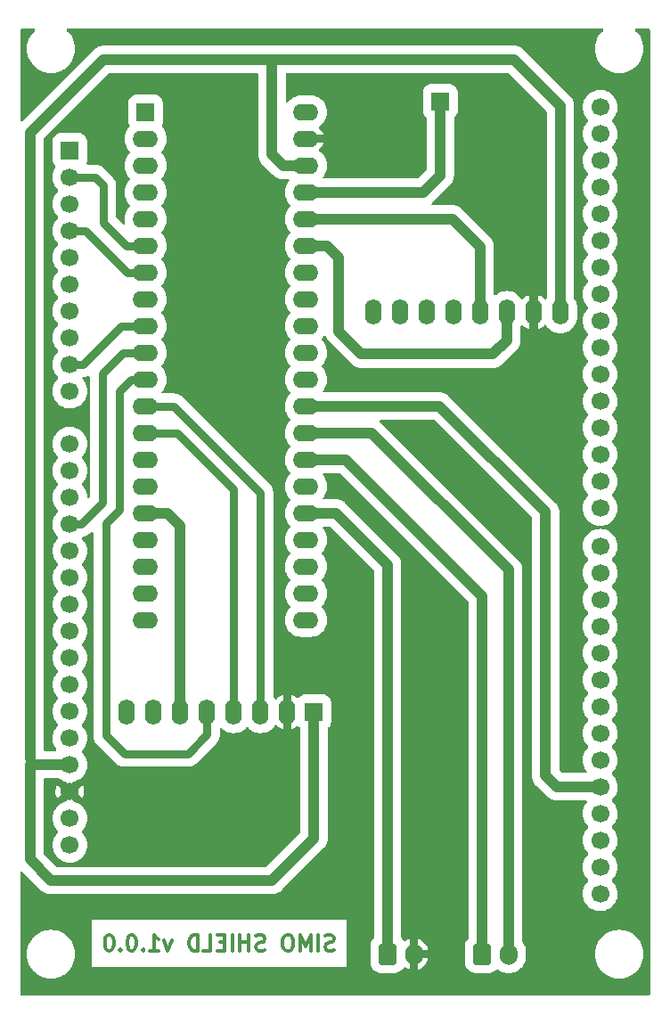
<source format=gbr>
%TF.GenerationSoftware,KiCad,Pcbnew,6.0.11+dfsg-1~bpo11+1*%
%TF.CreationDate,2023-08-01T14:36:39-03:00*%
%TF.ProjectId,simo_shield_1,73696d6f-5f73-4686-9965-6c645f312e6b,0003*%
%TF.SameCoordinates,PX69db9c0PY791ddc0*%
%TF.FileFunction,Copper,L2,Bot*%
%TF.FilePolarity,Positive*%
%FSLAX46Y46*%
G04 Gerber Fmt 4.6, Leading zero omitted, Abs format (unit mm)*
G04 Created by KiCad (PCBNEW 6.0.11+dfsg-1~bpo11+1) date 2023-08-01 14:36:39*
%MOMM*%
%LPD*%
G01*
G04 APERTURE LIST*
G04 Aperture macros list*
%AMRoundRect*
0 Rectangle with rounded corners*
0 $1 Rounding radius*
0 $2 $3 $4 $5 $6 $7 $8 $9 X,Y pos of 4 corners*
0 Add a 4 corners polygon primitive as box body*
4,1,4,$2,$3,$4,$5,$6,$7,$8,$9,$2,$3,0*
0 Add four circle primitives for the rounded corners*
1,1,$1+$1,$2,$3*
1,1,$1+$1,$4,$5*
1,1,$1+$1,$6,$7*
1,1,$1+$1,$8,$9*
0 Add four rect primitives between the rounded corners*
20,1,$1+$1,$2,$3,$4,$5,0*
20,1,$1+$1,$4,$5,$6,$7,0*
20,1,$1+$1,$6,$7,$8,$9,0*
20,1,$1+$1,$8,$9,$2,$3,0*%
G04 Aperture macros list end*
%ADD10C,0.300000*%
%TA.AperFunction,NonConductor*%
%ADD11C,0.300000*%
%TD*%
%TA.AperFunction,ComponentPad*%
%ADD12O,1.600000X2.400000*%
%TD*%
%TA.AperFunction,ComponentPad*%
%ADD13RoundRect,0.250000X-0.600000X-0.750000X0.600000X-0.750000X0.600000X0.750000X-0.600000X0.750000X0*%
%TD*%
%TA.AperFunction,ComponentPad*%
%ADD14O,1.700000X2.000000*%
%TD*%
%TA.AperFunction,ComponentPad*%
%ADD15R,1.700000X1.700000*%
%TD*%
%TA.AperFunction,ComponentPad*%
%ADD16O,2.400000X1.600000*%
%TD*%
%TA.AperFunction,ComponentPad*%
%ADD17C,1.700000*%
%TD*%
%TA.AperFunction,Conductor*%
%ADD18C,1.000000*%
%TD*%
%TA.AperFunction,Conductor*%
%ADD19C,0.800000*%
%TD*%
G04 APERTURE END LIST*
D10*
D11*
X34892857Y11392858D02*
X34678571Y11321429D01*
X34321428Y11321429D01*
X34178571Y11392858D01*
X34107142Y11464286D01*
X34035714Y11607143D01*
X34035714Y11750000D01*
X34107142Y11892858D01*
X34178571Y11964286D01*
X34321428Y12035715D01*
X34607142Y12107143D01*
X34750000Y12178572D01*
X34821428Y12250000D01*
X34892857Y12392858D01*
X34892857Y12535715D01*
X34821428Y12678572D01*
X34750000Y12750000D01*
X34607142Y12821429D01*
X34250000Y12821429D01*
X34035714Y12750000D01*
X33392857Y11321429D02*
X33392857Y12821429D01*
X32678571Y11321429D02*
X32678571Y12821429D01*
X32178571Y11750000D01*
X31678571Y12821429D01*
X31678571Y11321429D01*
X30678571Y12821429D02*
X30392857Y12821429D01*
X30250000Y12750000D01*
X30107142Y12607143D01*
X30035714Y12321429D01*
X30035714Y11821429D01*
X30107142Y11535715D01*
X30250000Y11392858D01*
X30392857Y11321429D01*
X30678571Y11321429D01*
X30821428Y11392858D01*
X30964285Y11535715D01*
X31035714Y11821429D01*
X31035714Y12321429D01*
X30964285Y12607143D01*
X30821428Y12750000D01*
X30678571Y12821429D01*
X28321428Y11392858D02*
X28107142Y11321429D01*
X27750000Y11321429D01*
X27607142Y11392858D01*
X27535714Y11464286D01*
X27464285Y11607143D01*
X27464285Y11750000D01*
X27535714Y11892858D01*
X27607142Y11964286D01*
X27750000Y12035715D01*
X28035714Y12107143D01*
X28178571Y12178572D01*
X28250000Y12250000D01*
X28321428Y12392858D01*
X28321428Y12535715D01*
X28250000Y12678572D01*
X28178571Y12750000D01*
X28035714Y12821429D01*
X27678571Y12821429D01*
X27464285Y12750000D01*
X26821428Y11321429D02*
X26821428Y12821429D01*
X26821428Y12107143D02*
X25964285Y12107143D01*
X25964285Y11321429D02*
X25964285Y12821429D01*
X25250000Y11321429D02*
X25250000Y12821429D01*
X24535714Y12107143D02*
X24035714Y12107143D01*
X23821428Y11321429D02*
X24535714Y11321429D01*
X24535714Y12821429D01*
X23821428Y12821429D01*
X22464285Y11321429D02*
X23178571Y11321429D01*
X23178571Y12821429D01*
X21964285Y11321429D02*
X21964285Y12821429D01*
X21607142Y12821429D01*
X21392857Y12750000D01*
X21250000Y12607143D01*
X21178571Y12464286D01*
X21107142Y12178572D01*
X21107142Y11964286D01*
X21178571Y11678572D01*
X21250000Y11535715D01*
X21392857Y11392858D01*
X21607142Y11321429D01*
X21964285Y11321429D01*
X19464285Y12321429D02*
X19107142Y11321429D01*
X18750000Y12321429D01*
X17392857Y11321429D02*
X18250000Y11321429D01*
X17821428Y11321429D02*
X17821428Y12821429D01*
X17964285Y12607143D01*
X18107142Y12464286D01*
X18250000Y12392858D01*
X16750000Y11464286D02*
X16678571Y11392858D01*
X16750000Y11321429D01*
X16821428Y11392858D01*
X16750000Y11464286D01*
X16750000Y11321429D01*
X15750000Y12821429D02*
X15607142Y12821429D01*
X15464285Y12750000D01*
X15392857Y12678572D01*
X15321428Y12535715D01*
X15250000Y12250000D01*
X15250000Y11892858D01*
X15321428Y11607143D01*
X15392857Y11464286D01*
X15464285Y11392858D01*
X15607142Y11321429D01*
X15750000Y11321429D01*
X15892857Y11392858D01*
X15964285Y11464286D01*
X16035714Y11607143D01*
X16107142Y11892858D01*
X16107142Y12250000D01*
X16035714Y12535715D01*
X15964285Y12678572D01*
X15892857Y12750000D01*
X15750000Y12821429D01*
X14607142Y11464286D02*
X14535714Y11392858D01*
X14607142Y11321429D01*
X14678571Y11392858D01*
X14607142Y11464286D01*
X14607142Y11321429D01*
X13607142Y12821429D02*
X13464285Y12821429D01*
X13321428Y12750000D01*
X13250000Y12678572D01*
X13178571Y12535715D01*
X13107142Y12250000D01*
X13107142Y11892858D01*
X13178571Y11607143D01*
X13250000Y11464286D01*
X13321428Y11392858D01*
X13464285Y11321429D01*
X13607142Y11321429D01*
X13750000Y11392858D01*
X13821428Y11464286D01*
X13892857Y11607143D01*
X13964285Y11892858D01*
X13964285Y12250000D01*
X13892857Y12535715D01*
X13821428Y12678572D01*
X13750000Y12750000D01*
X13607142Y12821429D01*
D12*
%TO.P,U4,1,INT*%
%TO.N,unconnected-(U4-Pad1)*%
X38625000Y72000000D03*
%TO.P,U4,2,AD0*%
%TO.N,unconnected-(U4-Pad2)*%
X41165000Y72000000D03*
%TO.P,U4,3,XCL*%
%TO.N,unconnected-(U4-Pad3)*%
X43705000Y72000000D03*
%TO.P,U4,4,XDA*%
%TO.N,unconnected-(U4-Pad4)*%
X46245000Y72000000D03*
%TO.P,U4,5,SDA*%
%TO.N,Net-(U3-Pad36)*%
X48785000Y72000000D03*
%TO.P,U4,6,SCL*%
%TO.N,Net-(U3-Pad35)*%
X51325000Y72000000D03*
%TO.P,U4,7,GND*%
%TO.N,GND*%
X53865000Y72000000D03*
%TO.P,U4,8,VCC*%
%TO.N,+3.3V*%
X56405000Y72000000D03*
%TD*%
D13*
%TO.P,J1,1,Pin_1*%
%TO.N,Net-(J1-Pad1)*%
X40000000Y11000000D03*
D14*
%TO.P,J1,2,Pin_2*%
%TO.N,GND*%
X42500000Y11000000D03*
%TD*%
D13*
%TO.P,J2,1,Pin_1*%
%TO.N,/UART_DEBUG_RX*%
X49000000Y11000000D03*
D14*
%TO.P,J2,2,Pin_2*%
%TO.N,/UART_DEBUG_TX*%
X51500000Y11000000D03*
%TD*%
D15*
%TO.P,U3,1,PB12*%
%TO.N,unconnected-(U3-Pad1)*%
X17000000Y91000000D03*
D16*
%TO.P,U3,2,PB13*%
%TO.N,unconnected-(U3-Pad2)*%
X17000000Y88460000D03*
%TO.P,U3,3,PB14*%
%TO.N,unconnected-(U3-Pad3)*%
X17000000Y85920000D03*
%TO.P,U3,4,PB15*%
%TO.N,unconnected-(U3-Pad4)*%
X17000000Y83380000D03*
%TO.P,U3,5,PA8*%
%TO.N,unconnected-(U3-Pad5)*%
X17000000Y80840000D03*
%TO.P,U3,6,PA9*%
%TO.N,Net-(U3-Pad6)*%
X17000000Y78300000D03*
%TO.P,U3,7,PA10*%
%TO.N,Net-(U1-Pad4)*%
X17000000Y75760000D03*
%TO.P,U3,8,PA11*%
%TO.N,unconnected-(U3-Pad8)*%
X17000000Y73220000D03*
%TO.P,U3,9,PA12*%
%TO.N,Net-(U1-Pad9)*%
X17000000Y70680000D03*
%TO.P,U3,10,PA15*%
%TO.N,Net-(U1-Pad14)*%
X17000000Y68140000D03*
%TO.P,U3,11,PB3*%
%TO.N,Net-(U2-Pad5)*%
X17000000Y65600000D03*
%TO.P,U3,12,PB4*%
%TO.N,Net-(U2-Pad3)*%
X17000000Y63060000D03*
%TO.P,U3,13,PB5*%
%TO.N,Net-(U2-Pad4)*%
X17000000Y60520000D03*
%TO.P,U3,14,PB6*%
%TO.N,unconnected-(U3-Pad14)*%
X17000000Y57980000D03*
%TO.P,U3,15,PB7*%
%TO.N,unconnected-(U3-Pad15)*%
X17000000Y55440000D03*
%TO.P,U3,16,PB8*%
%TO.N,Net-(U2-Pad6)*%
X17000000Y52900000D03*
%TO.P,U3,17,PB9*%
%TO.N,unconnected-(U3-Pad17)*%
X17000000Y50360000D03*
%TO.P,U3,18,5V*%
%TO.N,unconnected-(U3-Pad18)*%
X17000000Y47820000D03*
%TO.P,U3,19,GND*%
%TO.N,unconnected-(U3-Pad19)*%
X17000000Y45280000D03*
%TO.P,U3,20,3V3*%
%TO.N,unconnected-(U3-Pad20)*%
X17000000Y42740000D03*
%TO.P,U3,21,VBat*%
%TO.N,unconnected-(U3-Pad21)*%
X32240000Y42740000D03*
%TO.P,U3,22,PC13*%
%TO.N,unconnected-(U3-Pad22)*%
X32240000Y45280000D03*
%TO.P,U3,23,PC14*%
%TO.N,unconnected-(U3-Pad23)*%
X32240000Y47820000D03*
%TO.P,U3,24,PC15*%
%TO.N,unconnected-(U3-Pad24)*%
X32240000Y50360000D03*
%TO.P,U3,25,PA0*%
%TO.N,Net-(J1-Pad1)*%
X32240000Y52900000D03*
%TO.P,U3,26,PA1*%
%TO.N,unconnected-(U3-Pad26)*%
X32240000Y55440000D03*
%TO.P,U3,27,PA2*%
%TO.N,/UART_DEBUG_RX*%
X32240000Y57980000D03*
%TO.P,U3,28,PA3*%
%TO.N,/UART_DEBUG_TX*%
X32240000Y60520000D03*
%TO.P,U3,29,PA4*%
%TO.N,/BAT_ENA_PIN*%
X32240000Y63060000D03*
%TO.P,U3,30,PA5*%
%TO.N,unconnected-(U3-Pad30)*%
X32240000Y65600000D03*
%TO.P,U3,31,PA6*%
%TO.N,unconnected-(U3-Pad31)*%
X32240000Y68140000D03*
%TO.P,U3,32,PA7*%
%TO.N,unconnected-(U3-Pad32)*%
X32240000Y70680000D03*
%TO.P,U3,33,PB0*%
%TO.N,unconnected-(U3-Pad33)*%
X32240000Y73220000D03*
%TO.P,U3,34,PB1*%
%TO.N,unconnected-(U3-Pad34)*%
X32240000Y75760000D03*
%TO.P,U3,35,PB10*%
%TO.N,Net-(U3-Pad35)*%
X32240000Y78300000D03*
%TO.P,U3,36,PB11*%
%TO.N,Net-(U3-Pad36)*%
X32240000Y80840000D03*
%TO.P,U3,37,RST*%
%TO.N,Net-(J3-Pad1)*%
X32240000Y83380000D03*
%TO.P,U3,38,3V3*%
%TO.N,+3.3V*%
X32240000Y85920000D03*
%TO.P,U3,39,GND*%
%TO.N,GND*%
X32240000Y88460000D03*
%TO.P,U3,40,5v*%
%TO.N,unconnected-(U3-Pad40)*%
X32240000Y91000000D03*
%TD*%
D15*
%TO.P,J3,1,Pin_1*%
%TO.N,Net-(J3-Pad1)*%
X45000000Y92000000D03*
%TD*%
%TO.P,U2,1,VCC*%
%TO.N,+3.3V*%
X33000000Y34000000D03*
D12*
%TO.P,U2,2,GND*%
%TO.N,GND*%
X30460000Y34000000D03*
%TO.P,U2,3,MISO*%
%TO.N,Net-(U2-Pad3)*%
X27920000Y34000000D03*
%TO.P,U2,4,MOSI*%
%TO.N,Net-(U2-Pad4)*%
X25380000Y34000000D03*
%TO.P,U2,5,SCK*%
%TO.N,Net-(U2-Pad5)*%
X22840000Y34000000D03*
%TO.P,U2,6,/CS*%
%TO.N,Net-(U2-Pad6)*%
X20300000Y34000000D03*
%TO.P,U2,7,/WP*%
%TO.N,unconnected-(U2-Pad7)*%
X17760000Y34000000D03*
%TO.P,U2,8,/RST*%
%TO.N,unconnected-(U2-Pad8)*%
X15220000Y34000000D03*
%TD*%
D15*
%TO.P,U1,1,PA07*%
%TO.N,unconnected-(U1-Pad1)*%
X9795000Y87355000D03*
D17*
%TO.P,U1,2,SER3_RX*%
%TO.N,Net-(U3-Pad6)*%
X9795000Y84815000D03*
%TO.P,U1,3,PA05*%
%TO.N,unconnected-(U1-Pad3)*%
X9795000Y82275000D03*
%TO.P,U1,4,SER3_TX*%
%TO.N,Net-(U1-Pad4)*%
X9795000Y79735000D03*
%TO.P,U1,5,SER1_TX*%
%TO.N,unconnected-(U1-Pad5)*%
X9795000Y77195000D03*
%TO.P,U1,6,SER1_RX*%
%TO.N,unconnected-(U1-Pad6)*%
X9795000Y74655000D03*
%TO.P,U1,7,STATUS*%
%TO.N,unconnected-(U1-Pad7)*%
X9795000Y72115000D03*
%TO.P,U1,8,D4*%
%TO.N,unconnected-(U1-Pad8)*%
X9795000Y69575000D03*
%TO.P,U1,9,PWRKEY*%
%TO.N,Net-(U1-Pad9)*%
X9795000Y67035000D03*
%TO.P,U1,10,GND*%
%TO.N,unconnected-(U1-Pad10)*%
X9795000Y64495000D03*
%TO.P,U1,11,D6*%
%TO.N,unconnected-(U1-Pad11)*%
X9795000Y59455000D03*
%TO.P,U1,12,A5*%
%TO.N,unconnected-(U1-Pad12)*%
X9795000Y56915000D03*
%TO.P,U1,13,A4*%
%TO.N,unconnected-(U1-Pad13)*%
X9795000Y54375000D03*
%TO.P,U1,14,RI*%
%TO.N,Net-(U1-Pad14)*%
X9795000Y51835000D03*
%TO.P,U1,15,RESET*%
%TO.N,unconnected-(U1-Pad15)*%
X9795000Y49295000D03*
%TO.P,U1,16,A1*%
%TO.N,unconnected-(U1-Pad16)*%
X9795000Y46755000D03*
%TO.P,U1,17,A2*%
%TO.N,unconnected-(U1-Pad17)*%
X9795000Y44215000D03*
%TO.P,U1,18,PB31*%
%TO.N,unconnected-(U1-Pad18)*%
X9795000Y41675000D03*
%TO.P,U1,19,WIRE_SDA*%
%TO.N,unconnected-(U1-Pad19)*%
X9795000Y39135000D03*
%TO.P,U1,20,WIRE_SCL*%
%TO.N,unconnected-(U1-Pad20)*%
X9795000Y36595000D03*
%TO.P,U1,21,+3.3V*%
%TO.N,unconnected-(U1-Pad21)*%
X9795000Y34055000D03*
%TO.P,U1,22,+3.3V*%
%TO.N,unconnected-(U1-Pad22)*%
X9795000Y31515000D03*
%TO.P,U1,23,USB33*%
%TO.N,+3.3V*%
X9795000Y28995008D03*
%TO.P,U1,24,GND*%
%TO.N,GND*%
X9795000Y26435000D03*
%TO.P,U1,25,+5VUSB*%
%TO.N,unconnected-(U1-Pad25)*%
X9795000Y23895000D03*
%TO.P,U1,26,+BATT*%
%TO.N,unconnected-(U1-Pad26)*%
X9795000Y21355000D03*
%TO.P,U1,27,A2*%
%TO.N,unconnected-(U1-Pad27)*%
X60195000Y91455000D03*
%TO.P,U1,28,A3*%
%TO.N,unconnected-(U1-Pad28)*%
X60195000Y88915000D03*
%TO.P,U1,29,D18*%
%TO.N,unconnected-(U1-Pad29)*%
X60195000Y86375000D03*
%TO.P,U1,30,D19*%
%TO.N,unconnected-(U1-Pad30)*%
X60195000Y83835000D03*
%TO.P,U1,31,D10*%
%TO.N,unconnected-(U1-Pad31)*%
X60195000Y81295000D03*
%TO.P,U1,32,D11*%
%TO.N,unconnected-(U1-Pad32)*%
X60195000Y78755000D03*
%TO.P,U1,33,D20*%
%TO.N,unconnected-(U1-Pad33)*%
X60195000Y76215000D03*
%TO.P,U1,34,D21*%
%TO.N,unconnected-(U1-Pad34)*%
X60195000Y73675000D03*
%TO.P,U1,35,D13*%
%TO.N,unconnected-(U1-Pad35)*%
X60195000Y71135000D03*
%TO.P,U1,36,SER2_RX*%
%TO.N,unconnected-(U1-Pad36)*%
X60195000Y68595000D03*
%TO.P,U1,37,PA17*%
%TO.N,unconnected-(U1-Pad37)*%
X60195000Y66055000D03*
%TO.P,U1,38,SER2_TX*%
%TO.N,unconnected-(U1-Pad38)*%
X60195000Y63515000D03*
%TO.P,U1,39,PA19*%
%TO.N,unconnected-(U1-Pad39)*%
X60195000Y60975000D03*
%TO.P,U1,40,D8*%
%TO.N,unconnected-(U1-Pad40)*%
X60195000Y58435000D03*
%TO.P,U1,41,D9*%
%TO.N,unconnected-(U1-Pad41)*%
X60195000Y55895000D03*
%TO.P,U1,42,GND*%
%TO.N,unconnected-(U1-Pad42)*%
X60195000Y53355000D03*
%TO.P,U1,43,NRST*%
%TO.N,unconnected-(U1-Pad43)*%
X60195000Y49755000D03*
%TO.P,U1,44,SER_TX*%
%TO.N,unconnected-(U1-Pad44)*%
X60195000Y47215000D03*
%TO.P,U1,45,SER_RX*%
%TO.N,unconnected-(U1-Pad45)*%
X60195000Y44675000D03*
%TO.P,U1,46,D12*%
%TO.N,unconnected-(U1-Pad46)*%
X60195000Y42135000D03*
%TO.P,U1,47,SPI_MISO*%
%TO.N,unconnected-(U1-Pad47)*%
X60195000Y39595000D03*
%TO.P,U1,48,SPI_SS*%
%TO.N,unconnected-(U1-Pad48)*%
X60195000Y37055000D03*
%TO.P,U1,49,SPI_MOSI*%
%TO.N,unconnected-(U1-Pad49)*%
X60195000Y34515000D03*
%TO.P,U1,50,SPI_SCK*%
%TO.N,unconnected-(U1-Pad50)*%
X60195000Y31975000D03*
%TO.P,U1,51,D15*%
%TO.N,unconnected-(U1-Pad51)*%
X60195000Y29435000D03*
%TO.P,U1,52,BAT_ENA*%
%TO.N,/BAT_ENA_PIN*%
X60195000Y26895000D03*
%TO.P,U1,53,PB11*%
%TO.N,unconnected-(U1-Pad53)*%
X60195000Y24355000D03*
%TO.P,U1,54,PB10*%
%TO.N,unconnected-(U1-Pad54)*%
X60195000Y21815000D03*
%TO.P,U1,55,ESP_RXD0*%
%TO.N,unconnected-(U1-Pad55)*%
X60195000Y19275000D03*
%TO.P,U1,56,ESP_TXD0*%
%TO.N,unconnected-(U1-Pad56)*%
X60195000Y16735000D03*
%TD*%
D18*
%TO.N,/UART_DEBUG_RX*%
X36020000Y57980000D02*
X49000000Y45000000D01*
X32240000Y57980000D02*
X36020000Y57980000D01*
X49000000Y45000000D02*
X49000000Y11000000D01*
%TO.N,Net-(J1-Pad1)*%
X40000000Y48000000D02*
X40000000Y11000000D01*
X35100000Y52900000D02*
X40000000Y48000000D01*
X32240000Y52900000D02*
X35100000Y52900000D01*
D19*
%TO.N,Net-(U1-Pad9)*%
X14680000Y70680000D02*
X17000000Y70680000D01*
X11035000Y67035000D02*
X14680000Y70680000D01*
X9795000Y67035000D02*
X11035000Y67035000D01*
%TO.N,Net-(U1-Pad14)*%
X10835000Y51835000D02*
X12900000Y53900000D01*
X9795000Y51835000D02*
X10835000Y51835000D01*
X14877258Y68140000D02*
X17000000Y68140000D01*
X12900000Y53900000D02*
X12900000Y66162742D01*
X12900000Y66162742D02*
X14877258Y68140000D01*
D18*
%TO.N,/UART_DEBUG_TX*%
X38480000Y60520000D02*
X32240000Y60520000D01*
X51500000Y47500000D02*
X38480000Y60520000D01*
X51500000Y11000000D02*
X51500000Y47500000D01*
%TO.N,/BAT_ENA_PIN*%
X56105000Y26895000D02*
X60195000Y26895000D01*
X44940000Y63060000D02*
X55000000Y53000000D01*
X32240000Y63060000D02*
X44940000Y63060000D01*
X55000000Y28000000D02*
X56105000Y26895000D01*
X55000000Y53000000D02*
X55000000Y28000000D01*
D19*
%TO.N,Net-(U2-Pad4)*%
X25380000Y34000000D02*
X25380000Y55120000D01*
X19980000Y60520000D02*
X17000000Y60520000D01*
X25380000Y55120000D02*
X19980000Y60520000D01*
%TO.N,Net-(U2-Pad3)*%
X27920000Y54842742D02*
X27920000Y34000000D01*
X19702742Y63060000D02*
X27920000Y54842742D01*
X17000000Y63060000D02*
X19702742Y63060000D01*
%TO.N,Net-(U2-Pad5)*%
X13220000Y51957258D02*
X14500000Y53237258D01*
X21000000Y30000000D02*
X15000000Y30000000D01*
X14500000Y53237258D02*
X14500000Y64500000D01*
X22840000Y34000000D02*
X22840000Y31840000D01*
X15600000Y65600000D02*
X17000000Y65600000D01*
X13220000Y31780000D02*
X13220000Y51957258D01*
X14500000Y64500000D02*
X15600000Y65600000D01*
X15000000Y30000000D02*
X13220000Y31780000D01*
X22840000Y31840000D02*
X21000000Y30000000D01*
%TO.N,Net-(U3-Pad6)*%
X15200000Y78300000D02*
X17000000Y78300000D01*
X13000000Y80500000D02*
X15200000Y78300000D01*
X12185000Y84815000D02*
X13000000Y84000000D01*
X13000000Y84000000D02*
X13000000Y80500000D01*
X9795000Y84815000D02*
X12185000Y84815000D01*
D18*
%TO.N,Net-(U3-Pad35)*%
X51325000Y69325000D02*
X51325000Y72000000D01*
X50000000Y68000000D02*
X51325000Y69325000D01*
X35369848Y77130152D02*
X35369848Y70107413D01*
X34200000Y78300000D02*
X35369848Y77130152D01*
X32240000Y78300000D02*
X34200000Y78300000D01*
X37477261Y68000000D02*
X50000000Y68000000D01*
X35369848Y70107413D02*
X37477261Y68000000D01*
%TO.N,Net-(U3-Pad36)*%
X48785000Y78215000D02*
X46160000Y80840000D01*
X46160000Y80840000D02*
X32240000Y80840000D01*
X48785000Y72000000D02*
X48785000Y78215000D01*
%TO.N,Net-(U2-Pad6)*%
X17000000Y52900000D02*
X19100000Y52900000D01*
X20300000Y51700000D02*
X20300000Y34000000D01*
X19100000Y52900000D02*
X20300000Y51700000D01*
%TO.N,+3.3V*%
X30080000Y85920000D02*
X32240000Y85920000D01*
X29000000Y96000000D02*
X29000000Y94500000D01*
X6000000Y28995008D02*
X6000000Y20000000D01*
X29000000Y87000000D02*
X30080000Y85920000D01*
X6000000Y20000000D02*
X8000000Y18000000D01*
X52000000Y96000000D02*
X29000000Y96000000D01*
X33000000Y22000000D02*
X33000000Y34000000D01*
X29000000Y94500000D02*
X29000000Y87000000D01*
X29000000Y18000000D02*
X33000000Y22000000D01*
X13000000Y96000000D02*
X6000000Y89000000D01*
X6000000Y89000000D02*
X6000000Y29575000D01*
X9795000Y28995008D02*
X6595000Y28995008D01*
X56405000Y72000000D02*
X56405000Y91595000D01*
X29000000Y94500000D02*
X29000000Y95250000D01*
X8000000Y18000000D02*
X29000000Y18000000D01*
X56405000Y91595000D02*
X52000000Y96000000D01*
X13000000Y96000000D02*
X29000000Y96000000D01*
%TO.N,Net-(J3-Pad1)*%
X45000000Y85000000D02*
X43380000Y83380000D01*
X43380000Y83380000D02*
X32240000Y83380000D01*
X45000000Y92000000D02*
X45000000Y85000000D01*
D19*
%TO.N,Net-(U1-Pad4)*%
X11265000Y79735000D02*
X15240000Y75760000D01*
X9795000Y79735000D02*
X11265000Y79735000D01*
X15240000Y75760000D02*
X17000000Y75760000D01*
%TD*%
%TA.AperFunction,Conductor*%
%TO.N,GND*%
G36*
X6438754Y98904498D02*
G01*
X6485247Y98850842D01*
X6495351Y98780568D01*
X6465857Y98715988D01*
X6453711Y98703769D01*
X6372908Y98632906D01*
X6372900Y98632898D01*
X6369811Y98630189D01*
X6367102Y98627100D01*
X6173693Y98406561D01*
X6173689Y98406555D01*
X6170975Y98403461D01*
X6003434Y98152718D01*
X5870055Y97882252D01*
X5773120Y97596691D01*
X5772316Y97592647D01*
X5772314Y97592641D01*
X5715192Y97305468D01*
X5714287Y97300920D01*
X5714018Y97296815D01*
X5714017Y97296808D01*
X5706692Y97185040D01*
X5694564Y97000000D01*
X5714287Y96699080D01*
X5773120Y96403309D01*
X5870055Y96117748D01*
X6003434Y95847282D01*
X6170975Y95596539D01*
X6173689Y95593445D01*
X6173693Y95593439D01*
X6367102Y95372900D01*
X6369811Y95369811D01*
X6372900Y95367102D01*
X6593439Y95173693D01*
X6593445Y95173689D01*
X6596539Y95170975D01*
X6599965Y95168686D01*
X6599970Y95168682D01*
X6787533Y95043357D01*
X6847282Y95003434D01*
X6850981Y95001610D01*
X6850986Y95001607D01*
X6989834Y94933135D01*
X7117748Y94870055D01*
X7121653Y94868729D01*
X7121654Y94868729D01*
X7399396Y94774448D01*
X7399400Y94774447D01*
X7403309Y94773120D01*
X7407353Y94772316D01*
X7407359Y94772314D01*
X7695041Y94715090D01*
X7695047Y94715089D01*
X7699080Y94714287D01*
X7703185Y94714018D01*
X7703192Y94714017D01*
X7922641Y94699634D01*
X7922650Y94699634D01*
X7924690Y94699500D01*
X8075310Y94699500D01*
X8077350Y94699634D01*
X8077359Y94699634D01*
X8296808Y94714017D01*
X8296815Y94714018D01*
X8300920Y94714287D01*
X8304953Y94715089D01*
X8304959Y94715090D01*
X8592641Y94772314D01*
X8592647Y94772316D01*
X8596691Y94773120D01*
X8600600Y94774447D01*
X8600604Y94774448D01*
X8878346Y94868729D01*
X8878347Y94868729D01*
X8882252Y94870055D01*
X9010166Y94933135D01*
X9149014Y95001607D01*
X9149019Y95001610D01*
X9152718Y95003434D01*
X9212467Y95043357D01*
X9400030Y95168682D01*
X9400035Y95168686D01*
X9403461Y95170975D01*
X9406555Y95173689D01*
X9406561Y95173693D01*
X9627100Y95367102D01*
X9630189Y95369811D01*
X9632898Y95372900D01*
X9826307Y95593439D01*
X9826311Y95593445D01*
X9829025Y95596539D01*
X9996566Y95847282D01*
X10129945Y96117748D01*
X10226880Y96403309D01*
X10285713Y96699080D01*
X10305436Y97000000D01*
X10293308Y97185040D01*
X10285983Y97296808D01*
X10285982Y97296815D01*
X10285713Y97300920D01*
X10284809Y97305468D01*
X10227686Y97592641D01*
X10227684Y97592647D01*
X10226880Y97596691D01*
X10129945Y97882252D01*
X9996566Y98152718D01*
X9829025Y98403461D01*
X9826311Y98406555D01*
X9826307Y98406561D01*
X9632898Y98627100D01*
X9630189Y98630189D01*
X9627100Y98632898D01*
X9627092Y98632906D01*
X9546289Y98703769D01*
X9508262Y98763722D01*
X9508684Y98834718D01*
X9547423Y98894214D01*
X9612178Y98923322D01*
X9629367Y98924500D01*
X60370633Y98924500D01*
X60438754Y98904498D01*
X60485247Y98850842D01*
X60495351Y98780568D01*
X60465857Y98715988D01*
X60453711Y98703769D01*
X60372908Y98632906D01*
X60372900Y98632898D01*
X60369811Y98630189D01*
X60367102Y98627100D01*
X60173693Y98406561D01*
X60173689Y98406555D01*
X60170975Y98403461D01*
X60003434Y98152718D01*
X59870055Y97882252D01*
X59773120Y97596691D01*
X59772316Y97592647D01*
X59772314Y97592641D01*
X59715192Y97305468D01*
X59714287Y97300920D01*
X59714018Y97296815D01*
X59714017Y97296808D01*
X59706692Y97185040D01*
X59694564Y97000000D01*
X59714287Y96699080D01*
X59773120Y96403309D01*
X59870055Y96117748D01*
X60003434Y95847282D01*
X60170975Y95596539D01*
X60173689Y95593445D01*
X60173693Y95593439D01*
X60367102Y95372900D01*
X60369811Y95369811D01*
X60372900Y95367102D01*
X60593439Y95173693D01*
X60593445Y95173689D01*
X60596539Y95170975D01*
X60599965Y95168686D01*
X60599970Y95168682D01*
X60787533Y95043357D01*
X60847282Y95003434D01*
X60850981Y95001610D01*
X60850986Y95001607D01*
X60989834Y94933135D01*
X61117748Y94870055D01*
X61121653Y94868729D01*
X61121654Y94868729D01*
X61399396Y94774448D01*
X61399400Y94774447D01*
X61403309Y94773120D01*
X61407353Y94772316D01*
X61407359Y94772314D01*
X61695041Y94715090D01*
X61695047Y94715089D01*
X61699080Y94714287D01*
X61703185Y94714018D01*
X61703192Y94714017D01*
X61922641Y94699634D01*
X61922650Y94699634D01*
X61924690Y94699500D01*
X62075310Y94699500D01*
X62077350Y94699634D01*
X62077359Y94699634D01*
X62296808Y94714017D01*
X62296815Y94714018D01*
X62300920Y94714287D01*
X62304953Y94715089D01*
X62304959Y94715090D01*
X62592641Y94772314D01*
X62592647Y94772316D01*
X62596691Y94773120D01*
X62600600Y94774447D01*
X62600604Y94774448D01*
X62878346Y94868729D01*
X62878347Y94868729D01*
X62882252Y94870055D01*
X63010166Y94933135D01*
X63149014Y95001607D01*
X63149019Y95001610D01*
X63152718Y95003434D01*
X63212467Y95043357D01*
X63400030Y95168682D01*
X63400035Y95168686D01*
X63403461Y95170975D01*
X63406555Y95173689D01*
X63406561Y95173693D01*
X63627100Y95367102D01*
X63630189Y95369811D01*
X63632898Y95372900D01*
X63826307Y95593439D01*
X63826311Y95593445D01*
X63829025Y95596539D01*
X63996566Y95847282D01*
X64129945Y96117748D01*
X64226880Y96403309D01*
X64285713Y96699080D01*
X64305436Y97000000D01*
X64293308Y97185040D01*
X64285983Y97296808D01*
X64285982Y97296815D01*
X64285713Y97300920D01*
X64284809Y97305468D01*
X64227686Y97592641D01*
X64227684Y97592647D01*
X64226880Y97596691D01*
X64129945Y97882252D01*
X63996566Y98152718D01*
X63829025Y98403461D01*
X63826311Y98406555D01*
X63826307Y98406561D01*
X63632898Y98627100D01*
X63630189Y98630189D01*
X63627100Y98632898D01*
X63627092Y98632906D01*
X63546289Y98703769D01*
X63508262Y98763722D01*
X63508684Y98834718D01*
X63547423Y98894214D01*
X63612178Y98923322D01*
X63629367Y98924500D01*
X64798500Y98924500D01*
X64866621Y98904498D01*
X64913114Y98850842D01*
X64924500Y98798500D01*
X64924500Y7201500D01*
X64904498Y7133379D01*
X64850842Y7086886D01*
X64798500Y7075500D01*
X5201500Y7075500D01*
X5133379Y7095502D01*
X5086886Y7149158D01*
X5075500Y7201500D01*
X5075500Y11000000D01*
X5694564Y11000000D01*
X5714287Y10699080D01*
X5715089Y10695047D01*
X5715090Y10695041D01*
X5772314Y10407359D01*
X5773120Y10403309D01*
X5774447Y10399400D01*
X5774448Y10399396D01*
X5868729Y10121654D01*
X5870055Y10117748D01*
X5887350Y10082678D01*
X5988848Y9876860D01*
X6003434Y9847282D01*
X6005728Y9843849D01*
X6150446Y9627263D01*
X6170975Y9596539D01*
X6173689Y9593445D01*
X6173693Y9593439D01*
X6313241Y9434316D01*
X6369811Y9369811D01*
X6372900Y9367102D01*
X6593439Y9173693D01*
X6593445Y9173689D01*
X6596539Y9170975D01*
X6599965Y9168686D01*
X6599970Y9168682D01*
X6787533Y9043357D01*
X6847282Y9003434D01*
X6850981Y9001610D01*
X6850986Y9001607D01*
X6989834Y8933135D01*
X7117748Y8870055D01*
X7121653Y8868729D01*
X7121654Y8868729D01*
X7399396Y8774448D01*
X7399400Y8774447D01*
X7403309Y8773120D01*
X7407353Y8772316D01*
X7407359Y8772314D01*
X7695041Y8715090D01*
X7695047Y8715089D01*
X7699080Y8714287D01*
X7703185Y8714018D01*
X7703192Y8714017D01*
X7922641Y8699634D01*
X7922650Y8699634D01*
X7924690Y8699500D01*
X8075310Y8699500D01*
X8077350Y8699634D01*
X8077359Y8699634D01*
X8296808Y8714017D01*
X8296815Y8714018D01*
X8300920Y8714287D01*
X8304953Y8715089D01*
X8304959Y8715090D01*
X8592641Y8772314D01*
X8592647Y8772316D01*
X8596691Y8773120D01*
X8600600Y8774447D01*
X8600604Y8774448D01*
X8878346Y8868729D01*
X8878347Y8868729D01*
X8882252Y8870055D01*
X9010166Y8933135D01*
X9149014Y9001607D01*
X9149019Y9001610D01*
X9152718Y9003434D01*
X9212467Y9043357D01*
X9400030Y9168682D01*
X9400035Y9168686D01*
X9403461Y9170975D01*
X9406555Y9173689D01*
X9406561Y9173693D01*
X9627100Y9367102D01*
X9630189Y9369811D01*
X9686759Y9434316D01*
X9826307Y9593439D01*
X9826311Y9593445D01*
X9829025Y9596539D01*
X9849555Y9627263D01*
X9942924Y9767000D01*
X11870929Y9767000D01*
X36129072Y9767000D01*
X36129072Y14233000D01*
X11870929Y14233000D01*
X11870929Y9767000D01*
X9942924Y9767000D01*
X9994272Y9843849D01*
X9996566Y9847282D01*
X10011153Y9876860D01*
X10112650Y10082678D01*
X10129945Y10117748D01*
X10131271Y10121654D01*
X10225552Y10399396D01*
X10225553Y10399400D01*
X10226880Y10403309D01*
X10227686Y10407359D01*
X10284910Y10695041D01*
X10284911Y10695047D01*
X10285713Y10699080D01*
X10305436Y11000000D01*
X10285713Y11300920D01*
X10265673Y11401671D01*
X10227686Y11592641D01*
X10227684Y11592647D01*
X10226880Y11596691D01*
X10223186Y11607575D01*
X10131271Y11878346D01*
X10131271Y11878347D01*
X10129945Y11882252D01*
X10045946Y12052585D01*
X9998393Y12149014D01*
X9998390Y12149019D01*
X9996566Y12152718D01*
X9913277Y12277369D01*
X9831318Y12400030D01*
X9831314Y12400035D01*
X9829025Y12403461D01*
X9826311Y12406555D01*
X9826307Y12406561D01*
X9632898Y12627100D01*
X9630189Y12630189D01*
X9627100Y12632898D01*
X9406561Y12826307D01*
X9406555Y12826311D01*
X9403461Y12829025D01*
X9400035Y12831314D01*
X9400030Y12831318D01*
X9156151Y12994272D01*
X9152718Y12996566D01*
X9149019Y12998390D01*
X9149014Y12998393D01*
X9010166Y13066865D01*
X8882252Y13129945D01*
X8878346Y13131271D01*
X8600604Y13225552D01*
X8600600Y13225553D01*
X8596691Y13226880D01*
X8592647Y13227684D01*
X8592641Y13227686D01*
X8304959Y13284910D01*
X8304953Y13284911D01*
X8300920Y13285713D01*
X8296815Y13285982D01*
X8296808Y13285983D01*
X8077359Y13300366D01*
X8077350Y13300366D01*
X8075310Y13300500D01*
X7924690Y13300500D01*
X7922650Y13300366D01*
X7922641Y13300366D01*
X7703192Y13285983D01*
X7703185Y13285982D01*
X7699080Y13285713D01*
X7695047Y13284911D01*
X7695041Y13284910D01*
X7407359Y13227686D01*
X7407353Y13227684D01*
X7403309Y13226880D01*
X7399400Y13225553D01*
X7399396Y13225552D01*
X7121654Y13131271D01*
X7117748Y13129945D01*
X6989834Y13066865D01*
X6850986Y12998393D01*
X6850981Y12998390D01*
X6847282Y12996566D01*
X6843849Y12994272D01*
X6599970Y12831318D01*
X6599965Y12831314D01*
X6596539Y12829025D01*
X6593445Y12826311D01*
X6593439Y12826307D01*
X6372900Y12632898D01*
X6369811Y12630189D01*
X6367102Y12627100D01*
X6173693Y12406561D01*
X6173689Y12406555D01*
X6170975Y12403461D01*
X6168686Y12400035D01*
X6168682Y12400030D01*
X6086723Y12277369D01*
X6003434Y12152718D01*
X6001610Y12149019D01*
X6001607Y12149014D01*
X5954054Y12052585D01*
X5870055Y11882252D01*
X5868729Y11878347D01*
X5868729Y11878346D01*
X5776815Y11607575D01*
X5773120Y11596691D01*
X5772316Y11592647D01*
X5772314Y11592641D01*
X5734328Y11401671D01*
X5714287Y11300920D01*
X5694564Y11000000D01*
X5075500Y11000000D01*
X5075500Y18781125D01*
X5095502Y18849246D01*
X5149158Y18895739D01*
X5219432Y18905843D01*
X5284012Y18876349D01*
X5290595Y18870220D01*
X6999951Y17160864D01*
X6999953Y17160861D01*
X7160861Y16999953D01*
X7165364Y16996800D01*
X7203048Y16970414D01*
X7211765Y16963725D01*
X7251214Y16930623D01*
X7295830Y16904864D01*
X7305076Y16898973D01*
X7347266Y16869432D01*
X7393946Y16847664D01*
X7403677Y16842598D01*
X7443516Y16819597D01*
X7443519Y16819596D01*
X7448285Y16816844D01*
X7453460Y16814960D01*
X7453461Y16814960D01*
X7496673Y16799232D01*
X7506826Y16795027D01*
X7553504Y16773261D01*
X7558814Y16771838D01*
X7558820Y16771836D01*
X7603248Y16759932D01*
X7613733Y16756626D01*
X7656947Y16740897D01*
X7656955Y16740895D01*
X7662120Y16739015D01*
X7707546Y16731005D01*
X7712836Y16730072D01*
X7723564Y16727694D01*
X7773308Y16714365D01*
X7778790Y16713885D01*
X7778798Y16713884D01*
X7824604Y16709876D01*
X7835501Y16708442D01*
X7874720Y16701527D01*
X7886221Y16699499D01*
X8113779Y16699499D01*
X8113783Y16699500D01*
X28886217Y16699500D01*
X28886221Y16699499D01*
X29113779Y16699499D01*
X29125280Y16701527D01*
X29164499Y16708442D01*
X29175396Y16709876D01*
X29221202Y16713884D01*
X29221210Y16713885D01*
X29226692Y16714365D01*
X29276436Y16727694D01*
X29287164Y16730072D01*
X29292454Y16731005D01*
X29337880Y16739015D01*
X29343045Y16740895D01*
X29343053Y16740897D01*
X29386267Y16756626D01*
X29396752Y16759932D01*
X29441180Y16771836D01*
X29441186Y16771838D01*
X29446496Y16773261D01*
X29493174Y16795027D01*
X29503327Y16799232D01*
X29546539Y16814960D01*
X29546540Y16814960D01*
X29551715Y16816844D01*
X29556481Y16819596D01*
X29556484Y16819597D01*
X29596323Y16842598D01*
X29606054Y16847664D01*
X29652734Y16869432D01*
X29694924Y16898973D01*
X29704170Y16904864D01*
X29748786Y16930623D01*
X29788235Y16963725D01*
X29796952Y16970414D01*
X29834636Y16996800D01*
X29839139Y16999953D01*
X30000047Y17160861D01*
X30000049Y17160864D01*
X33839136Y20999951D01*
X33839139Y20999953D01*
X34000047Y21160861D01*
X34029589Y21203053D01*
X34036279Y21211770D01*
X34065838Y21246997D01*
X34069377Y21251214D01*
X34095136Y21295830D01*
X34101027Y21305076D01*
X34130568Y21347266D01*
X34152336Y21393946D01*
X34157402Y21403677D01*
X34180403Y21443516D01*
X34180404Y21443519D01*
X34183156Y21448285D01*
X34200768Y21496673D01*
X34204974Y21506829D01*
X34224414Y21548519D01*
X34226739Y21553504D01*
X34228162Y21558814D01*
X34228164Y21558820D01*
X34240068Y21603248D01*
X34243374Y21613733D01*
X34259103Y21656947D01*
X34259105Y21656955D01*
X34260985Y21662120D01*
X34269928Y21712836D01*
X34272307Y21723567D01*
X34284211Y21767995D01*
X34285635Y21773308D01*
X34286115Y21778790D01*
X34286116Y21778798D01*
X34290124Y21824604D01*
X34291558Y21835501D01*
X34299545Y21880800D01*
X34300501Y21886221D01*
X34300501Y22113779D01*
X34300500Y22113785D01*
X34300500Y32424648D01*
X34320502Y32492769D01*
X34347891Y32523119D01*
X34414117Y32575987D01*
X34419620Y32580380D01*
X34531664Y32720734D01*
X34609827Y32882423D01*
X34650226Y33057411D01*
X34650500Y33062163D01*
X34650499Y34937836D01*
X34650226Y34942589D01*
X34609827Y35117577D01*
X34554005Y35233051D01*
X34534731Y35272922D01*
X34534730Y35272923D01*
X34531664Y35279266D01*
X34419620Y35419620D01*
X34279266Y35531664D01*
X34265624Y35538259D01*
X34148745Y35594760D01*
X34117577Y35609827D01*
X34110716Y35611411D01*
X33947788Y35649026D01*
X33947785Y35649026D01*
X33942589Y35650226D01*
X33937837Y35650500D01*
X33936013Y35650500D01*
X32991963Y35650499D01*
X32062164Y35650499D01*
X32057411Y35650226D01*
X31882423Y35609827D01*
X31851255Y35594760D01*
X31734377Y35538259D01*
X31720734Y35531664D01*
X31580380Y35419620D01*
X31539468Y35368371D01*
X31481339Y35327614D01*
X31410400Y35324754D01*
X31351904Y35357887D01*
X31307875Y35401916D01*
X31299467Y35408972D01*
X31121007Y35533931D01*
X31111511Y35539414D01*
X30914050Y35631491D01*
X30903760Y35635236D01*
X30877499Y35642273D01*
X30863401Y35641938D01*
X30860000Y35633997D01*
X30860000Y32371153D01*
X30863973Y32357622D01*
X30872521Y32356393D01*
X30903760Y32364764D01*
X30914050Y32368509D01*
X31111511Y32460586D01*
X31121007Y32466069D01*
X31299467Y32591028D01*
X31307875Y32598084D01*
X31351904Y32642113D01*
X31414216Y32676139D01*
X31485031Y32671074D01*
X31539468Y32631629D01*
X31580380Y32580380D01*
X31585883Y32575987D01*
X31652109Y32523119D01*
X31692868Y32464988D01*
X31699500Y32424648D01*
X31699500Y22590875D01*
X31679498Y22522754D01*
X31662595Y22501780D01*
X28498220Y19337405D01*
X28435908Y19303379D01*
X28409125Y19300500D01*
X8590875Y19300500D01*
X8522754Y19320502D01*
X8501780Y19337405D01*
X7337405Y20501780D01*
X7303379Y20564092D01*
X7300500Y20590875D01*
X7300500Y21355000D01*
X8139396Y21355000D01*
X8159779Y21096006D01*
X8160933Y21091199D01*
X8160934Y21091193D01*
X8199220Y20931724D01*
X8220427Y20843390D01*
X8222320Y20838819D01*
X8222321Y20838817D01*
X8305948Y20636925D01*
X8319846Y20603372D01*
X8455588Y20381860D01*
X8624311Y20184311D01*
X8821860Y20015588D01*
X9043372Y19879846D01*
X9047942Y19877953D01*
X9047946Y19877951D01*
X9278817Y19782321D01*
X9283390Y19780427D01*
X9313043Y19773308D01*
X9531193Y19720934D01*
X9531199Y19720933D01*
X9536006Y19719779D01*
X9795000Y19699396D01*
X10053994Y19719779D01*
X10058801Y19720933D01*
X10058807Y19720934D01*
X10276957Y19773308D01*
X10306610Y19780427D01*
X10311183Y19782321D01*
X10542054Y19877951D01*
X10542058Y19877953D01*
X10546628Y19879846D01*
X10768140Y20015588D01*
X10965689Y20184311D01*
X11134412Y20381860D01*
X11270154Y20603372D01*
X11284053Y20636925D01*
X11367679Y20838817D01*
X11367680Y20838819D01*
X11369573Y20843390D01*
X11390780Y20931724D01*
X11429066Y21091193D01*
X11429067Y21091199D01*
X11430221Y21096006D01*
X11450604Y21355000D01*
X11430221Y21613994D01*
X11429067Y21618801D01*
X11429066Y21618807D01*
X11383147Y21810070D01*
X11369573Y21866610D01*
X11367679Y21871183D01*
X11272049Y22102054D01*
X11272047Y22102058D01*
X11270154Y22106628D01*
X11134412Y22328140D01*
X10965689Y22525689D01*
X10961933Y22528897D01*
X10961928Y22528902D01*
X10961592Y22529189D01*
X10961500Y22529330D01*
X10958425Y22532405D01*
X10959071Y22533051D01*
X10922783Y22588639D01*
X10922275Y22659634D01*
X10959095Y22716925D01*
X10958425Y22717595D01*
X10961504Y22720674D01*
X10961592Y22720811D01*
X10961928Y22721098D01*
X10961933Y22721103D01*
X10965689Y22724311D01*
X11134412Y22921860D01*
X11270154Y23143372D01*
X11284053Y23176925D01*
X11367679Y23378817D01*
X11367680Y23378819D01*
X11369573Y23383390D01*
X11390780Y23471724D01*
X11429066Y23631193D01*
X11429067Y23631199D01*
X11430221Y23636006D01*
X11450604Y23895000D01*
X11430221Y24153994D01*
X11429067Y24158801D01*
X11429066Y24158807D01*
X11383147Y24350070D01*
X11369573Y24406610D01*
X11367679Y24411183D01*
X11272049Y24642054D01*
X11272047Y24642058D01*
X11270154Y24646628D01*
X11134412Y24868140D01*
X10965689Y25065689D01*
X10768140Y25234412D01*
X10546628Y25370154D01*
X10542058Y25372047D01*
X10542054Y25372049D01*
X10311183Y25467679D01*
X10311181Y25467680D01*
X10306610Y25469573D01*
X10193952Y25496620D01*
X10134271Y25530044D01*
X9807812Y25856503D01*
X9793868Y25864117D01*
X9792035Y25863986D01*
X9785420Y25859735D01*
X9455729Y25530044D01*
X9396048Y25496620D01*
X9283390Y25469573D01*
X9278819Y25467680D01*
X9278817Y25467679D01*
X9047946Y25372049D01*
X9047942Y25372047D01*
X9043372Y25370154D01*
X8821860Y25234412D01*
X8624311Y25065689D01*
X8455588Y24868140D01*
X8319846Y24646628D01*
X8317953Y24642058D01*
X8317951Y24642054D01*
X8222321Y24411183D01*
X8220427Y24406610D01*
X8206853Y24350070D01*
X8160934Y24158807D01*
X8160933Y24158801D01*
X8159779Y24153994D01*
X8139396Y23895000D01*
X8159779Y23636006D01*
X8160933Y23631199D01*
X8160934Y23631193D01*
X8199220Y23471724D01*
X8220427Y23383390D01*
X8222320Y23378819D01*
X8222321Y23378817D01*
X8305948Y23176925D01*
X8319846Y23143372D01*
X8455588Y22921860D01*
X8624311Y22724311D01*
X8628067Y22721103D01*
X8628072Y22721098D01*
X8628408Y22720811D01*
X8628500Y22720670D01*
X8631575Y22717595D01*
X8630929Y22716949D01*
X8667217Y22661361D01*
X8667725Y22590366D01*
X8630905Y22533075D01*
X8631575Y22532405D01*
X8628496Y22529326D01*
X8628408Y22529189D01*
X8628072Y22528902D01*
X8628067Y22528897D01*
X8624311Y22525689D01*
X8455588Y22328140D01*
X8319846Y22106628D01*
X8317953Y22102058D01*
X8317951Y22102054D01*
X8222321Y21871183D01*
X8220427Y21866610D01*
X8206853Y21810070D01*
X8160934Y21618807D01*
X8160933Y21618801D01*
X8159779Y21613994D01*
X8139396Y21355000D01*
X7300500Y21355000D01*
X7300500Y26463137D01*
X8433050Y26463137D01*
X8445309Y26250523D01*
X8446745Y26240303D01*
X8493565Y26032554D01*
X8496645Y26022725D01*
X8576770Y25825398D01*
X8581415Y25816203D01*
X8583008Y25813604D01*
X8593464Y25804143D01*
X8602242Y25807927D01*
X9216503Y26422188D01*
X9222881Y26433868D01*
X10365883Y26433868D01*
X10366014Y26432035D01*
X10370265Y26425420D01*
X10983115Y25812570D01*
X10995495Y25805810D01*
X11000928Y25809877D01*
X11059670Y25928733D01*
X11063469Y25938328D01*
X11125376Y26142085D01*
X11127555Y26152166D01*
X11155590Y26365113D01*
X11156109Y26371788D01*
X11157572Y26431636D01*
X11157378Y26438354D01*
X11139781Y26652396D01*
X11138096Y26662576D01*
X11086214Y26869125D01*
X11082894Y26878876D01*
X11005770Y27056249D01*
X10996732Y27067072D01*
X10991258Y27065573D01*
X10373497Y26447812D01*
X10365883Y26433868D01*
X9222881Y26433868D01*
X9224117Y26436132D01*
X9223986Y26437965D01*
X9219735Y26444580D01*
X8605892Y27058423D01*
X8593512Y27065183D01*
X8588545Y27061464D01*
X8518338Y26910217D01*
X8514775Y26900530D01*
X8457864Y26695319D01*
X8455933Y26685200D01*
X8433302Y26473426D01*
X8433050Y26463137D01*
X7300500Y26463137D01*
X7300500Y27568508D01*
X7320502Y27636629D01*
X7374158Y27683122D01*
X7426500Y27694508D01*
X8729816Y27694508D01*
X8797937Y27674506D01*
X8811647Y27664319D01*
X8821860Y27655596D01*
X9043372Y27519854D01*
X9047942Y27517961D01*
X9047946Y27517959D01*
X9278817Y27422329D01*
X9283390Y27420435D01*
X9340120Y27406815D01*
X9369719Y27399709D01*
X9429400Y27366285D01*
X9782188Y27013497D01*
X9796132Y27005883D01*
X9797965Y27006014D01*
X9804580Y27010265D01*
X10160600Y27366285D01*
X10220281Y27399709D01*
X10249880Y27406815D01*
X10306610Y27420435D01*
X10311183Y27422329D01*
X10542054Y27517959D01*
X10542058Y27517961D01*
X10546628Y27519854D01*
X10768140Y27655596D01*
X10965689Y27824319D01*
X11134412Y28021868D01*
X11270154Y28243380D01*
X11277318Y28260674D01*
X11367679Y28478825D01*
X11367680Y28478827D01*
X11369573Y28483398D01*
X11418681Y28687946D01*
X11429066Y28731201D01*
X11429067Y28731207D01*
X11430221Y28736014D01*
X11450604Y28995008D01*
X11430221Y29254002D01*
X11429067Y29258809D01*
X11429066Y29258815D01*
X11370728Y29501806D01*
X11369573Y29506618D01*
X11291959Y29693994D01*
X11272049Y29742062D01*
X11272047Y29742066D01*
X11270154Y29746636D01*
X11134412Y29968148D01*
X10965689Y30165697D01*
X10964485Y30166725D01*
X10930904Y30228213D01*
X10935964Y30299029D01*
X10964309Y30343132D01*
X10965689Y30344311D01*
X11134412Y30541860D01*
X11270154Y30763372D01*
X11284053Y30796925D01*
X11367679Y30998817D01*
X11367680Y30998819D01*
X11369573Y31003390D01*
X11404784Y31150053D01*
X11429066Y31251193D01*
X11429067Y31251199D01*
X11430221Y31256006D01*
X11450604Y31515000D01*
X11430221Y31773994D01*
X11429067Y31778801D01*
X11429066Y31778807D01*
X11383147Y31970070D01*
X11369573Y32026610D01*
X11367679Y32031183D01*
X11272049Y32262054D01*
X11272047Y32262058D01*
X11270154Y32266628D01*
X11134412Y32488140D01*
X10978171Y32671074D01*
X10968897Y32681933D01*
X10965689Y32685689D01*
X10961933Y32688897D01*
X10961928Y32688902D01*
X10961592Y32689189D01*
X10961500Y32689330D01*
X10958425Y32692405D01*
X10959071Y32693051D01*
X10922783Y32748639D01*
X10922275Y32819634D01*
X10959095Y32876925D01*
X10958425Y32877595D01*
X10961504Y32880674D01*
X10961592Y32880811D01*
X10961928Y32881098D01*
X10961933Y32881103D01*
X10965689Y32884311D01*
X11134412Y33081860D01*
X11270154Y33303372D01*
X11284053Y33336925D01*
X11367679Y33538817D01*
X11367680Y33538819D01*
X11369573Y33543390D01*
X11390780Y33631724D01*
X11429066Y33791193D01*
X11429067Y33791199D01*
X11430221Y33796006D01*
X11450604Y34055000D01*
X11430221Y34313994D01*
X11429067Y34318801D01*
X11429066Y34318807D01*
X11383147Y34510070D01*
X11369573Y34566610D01*
X11334556Y34651148D01*
X11272049Y34802054D01*
X11272047Y34802058D01*
X11270154Y34806628D01*
X11134412Y35028140D01*
X10965689Y35225689D01*
X10961933Y35228897D01*
X10961928Y35228902D01*
X10961592Y35229189D01*
X10961500Y35229330D01*
X10958425Y35232405D01*
X10959071Y35233051D01*
X10922783Y35288639D01*
X10922275Y35359634D01*
X10959095Y35416925D01*
X10958425Y35417595D01*
X10961504Y35420674D01*
X10961592Y35420811D01*
X10961928Y35421098D01*
X10961933Y35421103D01*
X10965689Y35424311D01*
X11134412Y35621860D01*
X11270154Y35843372D01*
X11282580Y35873369D01*
X11367679Y36078817D01*
X11367680Y36078819D01*
X11369573Y36083390D01*
X11390780Y36171724D01*
X11429066Y36331193D01*
X11429067Y36331199D01*
X11430221Y36336006D01*
X11450604Y36595000D01*
X11430221Y36853994D01*
X11429067Y36858801D01*
X11429066Y36858807D01*
X11383147Y37050070D01*
X11369573Y37106610D01*
X11367679Y37111183D01*
X11272049Y37342054D01*
X11272047Y37342058D01*
X11270154Y37346628D01*
X11134412Y37568140D01*
X10965689Y37765689D01*
X10961933Y37768897D01*
X10961928Y37768902D01*
X10961592Y37769189D01*
X10961500Y37769330D01*
X10958425Y37772405D01*
X10959071Y37773051D01*
X10922783Y37828639D01*
X10922275Y37899634D01*
X10959095Y37956925D01*
X10958425Y37957595D01*
X10961504Y37960674D01*
X10961592Y37960811D01*
X10961928Y37961098D01*
X10961933Y37961103D01*
X10965689Y37964311D01*
X11134412Y38161860D01*
X11270154Y38383372D01*
X11284053Y38416925D01*
X11367679Y38618817D01*
X11367680Y38618819D01*
X11369573Y38623390D01*
X11390780Y38711724D01*
X11429066Y38871193D01*
X11429067Y38871199D01*
X11430221Y38876006D01*
X11450604Y39135000D01*
X11430221Y39393994D01*
X11429067Y39398801D01*
X11429066Y39398807D01*
X11383147Y39590070D01*
X11369573Y39646610D01*
X11367679Y39651183D01*
X11272049Y39882054D01*
X11272047Y39882058D01*
X11270154Y39886628D01*
X11134412Y40108140D01*
X10965689Y40305689D01*
X10961933Y40308897D01*
X10961928Y40308902D01*
X10961592Y40309189D01*
X10961500Y40309330D01*
X10958425Y40312405D01*
X10959071Y40313051D01*
X10922783Y40368639D01*
X10922275Y40439634D01*
X10959095Y40496925D01*
X10958425Y40497595D01*
X10961504Y40500674D01*
X10961592Y40500811D01*
X10961928Y40501098D01*
X10961933Y40501103D01*
X10965689Y40504311D01*
X11134412Y40701860D01*
X11270154Y40923372D01*
X11284053Y40956925D01*
X11367679Y41158817D01*
X11367680Y41158819D01*
X11369573Y41163390D01*
X11405280Y41312120D01*
X11429066Y41411193D01*
X11429067Y41411199D01*
X11430221Y41416006D01*
X11450604Y41675000D01*
X11430221Y41933994D01*
X11429067Y41938801D01*
X11429066Y41938807D01*
X11383147Y42130070D01*
X11369573Y42186610D01*
X11367679Y42191183D01*
X11272049Y42422054D01*
X11272047Y42422058D01*
X11270154Y42426628D01*
X11134412Y42648140D01*
X10965689Y42845689D01*
X10961933Y42848897D01*
X10961928Y42848902D01*
X10961592Y42849189D01*
X10961500Y42849330D01*
X10958425Y42852405D01*
X10959071Y42853051D01*
X10922783Y42908639D01*
X10922275Y42979634D01*
X10959095Y43036925D01*
X10958425Y43037595D01*
X10961504Y43040674D01*
X10961592Y43040811D01*
X10961928Y43041098D01*
X10961933Y43041103D01*
X10965689Y43044311D01*
X11134412Y43241860D01*
X11270154Y43463372D01*
X11284053Y43496925D01*
X11367679Y43698817D01*
X11367680Y43698819D01*
X11369573Y43703390D01*
X11390780Y43791724D01*
X11429066Y43951193D01*
X11429067Y43951199D01*
X11430221Y43956006D01*
X11450604Y44215000D01*
X11430221Y44473994D01*
X11429067Y44478801D01*
X11429066Y44478807D01*
X11383147Y44670070D01*
X11369573Y44726610D01*
X11367679Y44731183D01*
X11272049Y44962054D01*
X11272047Y44962058D01*
X11270154Y44966628D01*
X11134412Y45188140D01*
X10965689Y45385689D01*
X10961933Y45388897D01*
X10961928Y45388902D01*
X10961592Y45389189D01*
X10961500Y45389330D01*
X10958425Y45392405D01*
X10959071Y45393051D01*
X10922783Y45448639D01*
X10922275Y45519634D01*
X10959095Y45576925D01*
X10958425Y45577595D01*
X10961504Y45580674D01*
X10961592Y45580811D01*
X10961928Y45581098D01*
X10961933Y45581103D01*
X10965689Y45584311D01*
X11134412Y45781860D01*
X11270154Y46003372D01*
X11284053Y46036925D01*
X11367679Y46238817D01*
X11367680Y46238819D01*
X11369573Y46243390D01*
X11390780Y46331724D01*
X11429066Y46491193D01*
X11429067Y46491199D01*
X11430221Y46496006D01*
X11450604Y46755000D01*
X11430221Y47013994D01*
X11429067Y47018801D01*
X11429066Y47018807D01*
X11383147Y47210070D01*
X11369573Y47266610D01*
X11367679Y47271183D01*
X11272049Y47502054D01*
X11272047Y47502058D01*
X11270154Y47506628D01*
X11134412Y47728140D01*
X10965689Y47925689D01*
X10961933Y47928897D01*
X10961928Y47928902D01*
X10961592Y47929189D01*
X10961500Y47929330D01*
X10958425Y47932405D01*
X10959071Y47933051D01*
X10922783Y47988639D01*
X10922275Y48059634D01*
X10959095Y48116925D01*
X10958425Y48117595D01*
X10961504Y48120674D01*
X10961592Y48120811D01*
X10961928Y48121098D01*
X10961933Y48121103D01*
X10965689Y48124311D01*
X11134412Y48321860D01*
X11270154Y48543372D01*
X11275585Y48556482D01*
X11367679Y48778817D01*
X11367680Y48778819D01*
X11369573Y48783390D01*
X11390780Y48871724D01*
X11429066Y49031193D01*
X11429067Y49031199D01*
X11430221Y49036006D01*
X11450604Y49295000D01*
X11430221Y49553994D01*
X11429067Y49558801D01*
X11429066Y49558807D01*
X11383147Y49750070D01*
X11369573Y49806610D01*
X11367679Y49811183D01*
X11272049Y50042054D01*
X11272047Y50042058D01*
X11270154Y50046628D01*
X11134412Y50268140D01*
X11131202Y50271899D01*
X11131197Y50271906D01*
X10983624Y50444691D01*
X10954593Y50509480D01*
X10965198Y50579680D01*
X11012073Y50633003D01*
X11054131Y50649493D01*
X11054711Y50649546D01*
X11060283Y50651118D01*
X11060285Y50651118D01*
X11060406Y50651152D01*
X11079789Y50655008D01*
X11079929Y50655025D01*
X11085667Y50655704D01*
X11174459Y50683274D01*
X11177535Y50684186D01*
X11267064Y50709435D01*
X11272241Y50711988D01*
X11272251Y50711992D01*
X11272376Y50712054D01*
X11290737Y50719379D01*
X11290860Y50719417D01*
X11290864Y50719419D01*
X11296379Y50721131D01*
X11378634Y50764407D01*
X11381565Y50765901D01*
X11464947Y50807020D01*
X11469693Y50810564D01*
X11486405Y50821108D01*
X11491641Y50823863D01*
X11564663Y50881428D01*
X11567265Y50883425D01*
X11637109Y50935580D01*
X11641733Y50939033D01*
X11700418Y51002519D01*
X11703848Y51006084D01*
X11804405Y51106641D01*
X11866717Y51140667D01*
X11937532Y51135602D01*
X11994368Y51093055D01*
X12019179Y51026535D01*
X12019500Y51017546D01*
X12019500Y31824729D01*
X12019230Y31816488D01*
X12014770Y31748440D01*
X12022483Y31683280D01*
X12025699Y31656105D01*
X12026040Y31652851D01*
X12034546Y31560289D01*
X12036116Y31554722D01*
X12036117Y31554718D01*
X12036152Y31554594D01*
X12040008Y31535211D01*
X12040704Y31529333D01*
X12061180Y31463390D01*
X12068272Y31440549D01*
X12069186Y31437465D01*
X12094435Y31347936D01*
X12096988Y31342759D01*
X12096992Y31342749D01*
X12097054Y31342624D01*
X12104379Y31324263D01*
X12106131Y31318621D01*
X12149403Y31236375D01*
X12150896Y31233444D01*
X12192020Y31150053D01*
X12195564Y31145307D01*
X12206108Y31128595D01*
X12208863Y31123359D01*
X12266417Y31050352D01*
X12268413Y31047750D01*
X12324033Y30973267D01*
X12332850Y30965117D01*
X12387518Y30914582D01*
X12391084Y30911152D01*
X14119480Y29182757D01*
X14125117Y29176739D01*
X14170090Y29125457D01*
X14243142Y29067868D01*
X14245633Y29065850D01*
X14268999Y29046417D01*
X14317116Y29006398D01*
X14322151Y29003578D01*
X14322157Y29003574D01*
X14322287Y29003501D01*
X14338713Y28992526D01*
X14338818Y28992443D01*
X14338822Y28992440D01*
X14343360Y28988863D01*
X14425622Y28945583D01*
X14428495Y28944023D01*
X14465338Y28923390D01*
X14509621Y28898590D01*
X14515220Y28896690D01*
X14533387Y28888884D01*
X14533465Y28888843D01*
X14538620Y28886131D01*
X14568053Y28876992D01*
X14627384Y28858569D01*
X14630520Y28857550D01*
X14713079Y28829525D01*
X14713084Y28829524D01*
X14718548Y28827669D01*
X14724416Y28826818D01*
X14743670Y28822461D01*
X14743817Y28822415D01*
X14743823Y28822414D01*
X14749333Y28820703D01*
X14755061Y28820025D01*
X14755066Y28820024D01*
X14828806Y28811297D01*
X14841656Y28809776D01*
X14844915Y28809347D01*
X14861173Y28806990D01*
X14931189Y28796837D01*
X14931193Y28796837D01*
X14936902Y28796009D01*
X15023286Y28799403D01*
X15028233Y28799500D01*
X20955271Y28799500D01*
X20963513Y28799230D01*
X21031560Y28794770D01*
X21123927Y28805702D01*
X21127149Y28806040D01*
X21219711Y28814546D01*
X21225278Y28816116D01*
X21225282Y28816117D01*
X21225406Y28816152D01*
X21244789Y28820008D01*
X21244929Y28820025D01*
X21250667Y28820704D01*
X21339459Y28848274D01*
X21342535Y28849186D01*
X21432064Y28874435D01*
X21437241Y28876988D01*
X21437251Y28876992D01*
X21437376Y28877054D01*
X21455737Y28884379D01*
X21455860Y28884417D01*
X21455864Y28884419D01*
X21461379Y28886131D01*
X21543634Y28929407D01*
X21546565Y28930901D01*
X21576366Y28945597D01*
X21629947Y28972020D01*
X21634693Y28975564D01*
X21651405Y28986108D01*
X21656641Y28988863D01*
X21729663Y29046428D01*
X21732265Y29048425D01*
X21802109Y29100580D01*
X21806733Y29104033D01*
X21865418Y29167519D01*
X21868848Y29171084D01*
X23657243Y30959480D01*
X23663261Y30965117D01*
X23700872Y30998101D01*
X23714543Y31010090D01*
X23772111Y31083114D01*
X23774186Y31085676D01*
X23829908Y31152675D01*
X23829910Y31152677D01*
X23833602Y31157117D01*
X23836498Y31162287D01*
X23847471Y31178709D01*
X23847562Y31178824D01*
X23847565Y31178829D01*
X23851137Y31183360D01*
X23869968Y31219152D01*
X23894415Y31265617D01*
X23895989Y31268517D01*
X23938586Y31344578D01*
X23938587Y31344580D01*
X23941410Y31349621D01*
X23943310Y31355220D01*
X23951116Y31373387D01*
X23951178Y31373506D01*
X23953869Y31378620D01*
X23981434Y31467394D01*
X23982450Y31470520D01*
X24010475Y31553079D01*
X24010476Y31553084D01*
X24012331Y31558548D01*
X24013182Y31564416D01*
X24017539Y31583670D01*
X24017585Y31583817D01*
X24017586Y31583823D01*
X24019297Y31589333D01*
X24026812Y31652824D01*
X24030223Y31681650D01*
X24030654Y31684922D01*
X24043163Y31771189D01*
X24043163Y31771193D01*
X24043991Y31776902D01*
X24040597Y31863286D01*
X24040500Y31868233D01*
X24040500Y32365930D01*
X24060502Y32434051D01*
X24114158Y32480544D01*
X24184432Y32490648D01*
X24248328Y32461742D01*
X24436341Y32301164D01*
X24651141Y32169534D01*
X24655711Y32167641D01*
X24655715Y32167639D01*
X24879316Y32075021D01*
X24883889Y32073127D01*
X24968289Y32052865D01*
X25124039Y32015472D01*
X25124045Y32015471D01*
X25128852Y32014317D01*
X25380000Y31994551D01*
X25631148Y32014317D01*
X25635955Y32015471D01*
X25635961Y32015472D01*
X25791711Y32052865D01*
X25876111Y32073127D01*
X25880684Y32075021D01*
X26104285Y32167639D01*
X26104289Y32167641D01*
X26108859Y32169534D01*
X26323659Y32301164D01*
X26327419Y32304376D01*
X26327424Y32304379D01*
X26511457Y32461558D01*
X26511462Y32461563D01*
X26515224Y32464776D01*
X26554189Y32510398D01*
X26613640Y32549207D01*
X26684634Y32549713D01*
X26745811Y32510398D01*
X26784776Y32464776D01*
X26788538Y32461563D01*
X26788543Y32461558D01*
X26972576Y32304379D01*
X26972581Y32304376D01*
X26976341Y32301164D01*
X27191141Y32169534D01*
X27195711Y32167641D01*
X27195715Y32167639D01*
X27419316Y32075021D01*
X27423889Y32073127D01*
X27508289Y32052865D01*
X27664039Y32015472D01*
X27664045Y32015471D01*
X27668852Y32014317D01*
X27920000Y31994551D01*
X28171148Y32014317D01*
X28175955Y32015471D01*
X28175961Y32015472D01*
X28331711Y32052865D01*
X28416111Y32073127D01*
X28420684Y32075021D01*
X28644285Y32167639D01*
X28644289Y32167641D01*
X28648859Y32169534D01*
X28863659Y32301164D01*
X28867419Y32304376D01*
X28867424Y32304379D01*
X29051462Y32461563D01*
X29055224Y32464776D01*
X29127767Y32549713D01*
X29215621Y32652576D01*
X29215624Y32652581D01*
X29218836Y32656341D01*
X29221424Y32660564D01*
X29262624Y32727796D01*
X29315272Y32775428D01*
X29385313Y32787035D01*
X29450511Y32758932D01*
X29459152Y32751057D01*
X29612125Y32598084D01*
X29620533Y32591028D01*
X29798993Y32466069D01*
X29808489Y32460586D01*
X30005950Y32368509D01*
X30016240Y32364764D01*
X30042501Y32357727D01*
X30056599Y32358062D01*
X30060000Y32366003D01*
X30060000Y35628847D01*
X30056027Y35642378D01*
X30047479Y35643607D01*
X30016240Y35635236D01*
X30005950Y35631491D01*
X29808489Y35539414D01*
X29798993Y35533931D01*
X29620533Y35408972D01*
X29612125Y35401916D01*
X29459152Y35248943D01*
X29396840Y35214917D01*
X29326025Y35219982D01*
X29269189Y35262529D01*
X29262624Y35272204D01*
X29221424Y35339436D01*
X29221423Y35339437D01*
X29218836Y35343659D01*
X29215624Y35347419D01*
X29215621Y35347424D01*
X29150689Y35423449D01*
X29121658Y35488238D01*
X29120500Y35505279D01*
X29120500Y54798013D01*
X29120770Y54806254D01*
X29124852Y54868536D01*
X29125230Y54874302D01*
X29114298Y54966662D01*
X29113955Y54969937D01*
X29105983Y55056698D01*
X29105983Y55056700D01*
X29105454Y55062453D01*
X29103886Y55068012D01*
X29103885Y55068019D01*
X29103848Y55068150D01*
X29099994Y55087524D01*
X29099977Y55087668D01*
X29099976Y55087673D01*
X29099297Y55093409D01*
X29071722Y55182218D01*
X29070790Y55185365D01*
X29047134Y55269242D01*
X29045565Y55274806D01*
X29043008Y55279991D01*
X29043006Y55279996D01*
X29042946Y55280118D01*
X29035621Y55298479D01*
X29035582Y55298606D01*
X29035579Y55298612D01*
X29033869Y55304121D01*
X29031183Y55309226D01*
X29031179Y55309236D01*
X28990602Y55386360D01*
X28989104Y55389299D01*
X28950537Y55467506D01*
X28950532Y55467514D01*
X28947980Y55472689D01*
X28944439Y55477431D01*
X28933884Y55494160D01*
X28933825Y55494272D01*
X28931137Y55499382D01*
X28873585Y55572386D01*
X28871589Y55574988D01*
X28819420Y55644851D01*
X28819420Y55644852D01*
X28815967Y55649475D01*
X28752468Y55708172D01*
X28748903Y55711602D01*
X20583262Y63877243D01*
X20577625Y63883261D01*
X20536457Y63930204D01*
X20532652Y63934543D01*
X20464586Y63988202D01*
X20459628Y63992111D01*
X20457066Y63994186D01*
X20390067Y64049908D01*
X20390065Y64049910D01*
X20385625Y64053602D01*
X20380581Y64056427D01*
X20380455Y64056498D01*
X20364033Y64067471D01*
X20363918Y64067562D01*
X20363913Y64067565D01*
X20359382Y64071137D01*
X20277125Y64114415D01*
X20274244Y64115979D01*
X20229909Y64140808D01*
X20198164Y64158586D01*
X20198162Y64158587D01*
X20193121Y64161410D01*
X20187522Y64163310D01*
X20169355Y64171116D01*
X20169236Y64171178D01*
X20164122Y64173869D01*
X20075348Y64201434D01*
X20072222Y64202450D01*
X19989663Y64230475D01*
X19989658Y64230476D01*
X19984194Y64232331D01*
X19978326Y64233182D01*
X19959072Y64237539D01*
X19958925Y64237585D01*
X19958919Y64237586D01*
X19953409Y64239297D01*
X19947681Y64239975D01*
X19947676Y64239976D01*
X19873936Y64248703D01*
X19861086Y64250224D01*
X19857827Y64250653D01*
X19841569Y64253010D01*
X19771553Y64263163D01*
X19771549Y64263163D01*
X19765840Y64263991D01*
X19679456Y64260597D01*
X19674509Y64260500D01*
X18634070Y64260500D01*
X18565949Y64280502D01*
X18519456Y64334158D01*
X18509352Y64404432D01*
X18538258Y64468328D01*
X18698836Y64656341D01*
X18830466Y64871141D01*
X18833140Y64877595D01*
X18924979Y65099316D01*
X18924980Y65099318D01*
X18926873Y65103889D01*
X18960043Y65242054D01*
X18984528Y65344039D01*
X18984529Y65344045D01*
X18985683Y65348852D01*
X19005449Y65600000D01*
X18985683Y65851148D01*
X18984291Y65856949D01*
X18928028Y66091299D01*
X18926873Y66096111D01*
X18924979Y66100684D01*
X18832361Y66324285D01*
X18832359Y66324289D01*
X18830466Y66328859D01*
X18698836Y66543659D01*
X18695624Y66547419D01*
X18695621Y66547424D01*
X18538442Y66731457D01*
X18538437Y66731462D01*
X18535224Y66735224D01*
X18530786Y66739015D01*
X18489602Y66774189D01*
X18450793Y66833640D01*
X18450287Y66904634D01*
X18489602Y66965811D01*
X18531460Y67001561D01*
X18531462Y67001563D01*
X18535224Y67004776D01*
X18538437Y67008538D01*
X18538442Y67008543D01*
X18695621Y67192576D01*
X18695624Y67192581D01*
X18698836Y67196341D01*
X18830466Y67411141D01*
X18833140Y67417595D01*
X18924979Y67639316D01*
X18924980Y67639318D01*
X18926873Y67643889D01*
X18960043Y67782054D01*
X18984528Y67884039D01*
X18984529Y67884045D01*
X18985683Y67888852D01*
X19005449Y68140000D01*
X18985683Y68391148D01*
X18984291Y68396949D01*
X18928028Y68631299D01*
X18926873Y68636111D01*
X18888531Y68728677D01*
X18832361Y68864285D01*
X18832359Y68864289D01*
X18830466Y68868859D01*
X18698836Y69083659D01*
X18695624Y69087419D01*
X18695621Y69087424D01*
X18538442Y69271457D01*
X18538437Y69271462D01*
X18535224Y69275224D01*
X18489602Y69314189D01*
X18450793Y69373640D01*
X18450287Y69444634D01*
X18489602Y69505811D01*
X18531460Y69541561D01*
X18531462Y69541563D01*
X18535224Y69544776D01*
X18538437Y69548538D01*
X18538442Y69548543D01*
X18695621Y69732576D01*
X18695624Y69732581D01*
X18698836Y69736341D01*
X18830466Y69951141D01*
X18833140Y69957595D01*
X18924979Y70179316D01*
X18924980Y70179318D01*
X18926873Y70183889D01*
X18960043Y70322054D01*
X18984528Y70424039D01*
X18984529Y70424045D01*
X18985683Y70428852D01*
X19005449Y70680000D01*
X18985683Y70931148D01*
X18984297Y70936925D01*
X18928028Y71171299D01*
X18926873Y71176111D01*
X18924979Y71180684D01*
X18832361Y71404285D01*
X18832359Y71404289D01*
X18830466Y71408859D01*
X18698836Y71623659D01*
X18695624Y71627419D01*
X18695621Y71627424D01*
X18538442Y71811457D01*
X18538437Y71811462D01*
X18535224Y71815224D01*
X18489602Y71854189D01*
X18450793Y71913640D01*
X18450287Y71984634D01*
X18489602Y72045811D01*
X18531460Y72081561D01*
X18531462Y72081563D01*
X18535224Y72084776D01*
X18538437Y72088538D01*
X18538442Y72088543D01*
X18695621Y72272576D01*
X18695626Y72272583D01*
X18698836Y72276341D01*
X18830466Y72491141D01*
X18833140Y72497595D01*
X18924979Y72719316D01*
X18924980Y72719318D01*
X18926873Y72723889D01*
X18960043Y72862054D01*
X18984528Y72964039D01*
X18984529Y72964045D01*
X18985683Y72968852D01*
X19005449Y73220000D01*
X18985683Y73471148D01*
X18984297Y73476925D01*
X18928028Y73711299D01*
X18926873Y73716111D01*
X18878721Y73832361D01*
X18832361Y73944285D01*
X18832359Y73944289D01*
X18830466Y73948859D01*
X18698836Y74163659D01*
X18695624Y74167419D01*
X18695621Y74167424D01*
X18538442Y74351457D01*
X18538437Y74351462D01*
X18535224Y74355224D01*
X18489602Y74394189D01*
X18450793Y74453640D01*
X18450287Y74524634D01*
X18489602Y74585811D01*
X18531460Y74621561D01*
X18531462Y74621563D01*
X18535224Y74624776D01*
X18538437Y74628538D01*
X18538442Y74628543D01*
X18695621Y74812576D01*
X18695624Y74812581D01*
X18698836Y74816341D01*
X18830466Y75031141D01*
X18833140Y75037595D01*
X18924979Y75259316D01*
X18924980Y75259318D01*
X18926873Y75263889D01*
X18960043Y75402054D01*
X18984528Y75504039D01*
X18984529Y75504045D01*
X18985683Y75508852D01*
X19005449Y75760000D01*
X18985683Y76011148D01*
X18984297Y76016925D01*
X18928028Y76251299D01*
X18926873Y76256111D01*
X18924979Y76260684D01*
X18832361Y76484285D01*
X18832359Y76484289D01*
X18830466Y76488859D01*
X18698836Y76703659D01*
X18695624Y76707419D01*
X18695621Y76707424D01*
X18538442Y76891457D01*
X18538437Y76891462D01*
X18535224Y76895224D01*
X18489602Y76934189D01*
X18450793Y76993640D01*
X18450287Y77064634D01*
X18489602Y77125811D01*
X18531460Y77161561D01*
X18531462Y77161563D01*
X18535224Y77164776D01*
X18538437Y77168538D01*
X18538442Y77168543D01*
X18695621Y77352576D01*
X18695624Y77352581D01*
X18698836Y77356341D01*
X18830466Y77571141D01*
X18833140Y77577595D01*
X18924979Y77799316D01*
X18924980Y77799318D01*
X18926873Y77803889D01*
X18960043Y77942054D01*
X18984528Y78044039D01*
X18984529Y78044045D01*
X18985683Y78048852D01*
X19005449Y78300000D01*
X18985683Y78551148D01*
X18984291Y78556949D01*
X18935559Y78759930D01*
X18926873Y78796111D01*
X18877867Y78914423D01*
X18832361Y79024285D01*
X18832359Y79024289D01*
X18830466Y79028859D01*
X18698836Y79243659D01*
X18695624Y79247419D01*
X18695621Y79247424D01*
X18538442Y79431457D01*
X18538437Y79431462D01*
X18535224Y79435224D01*
X18512475Y79454654D01*
X18489602Y79474189D01*
X18450793Y79533640D01*
X18450287Y79604634D01*
X18489602Y79665811D01*
X18531460Y79701561D01*
X18531462Y79701563D01*
X18535224Y79704776D01*
X18538437Y79708538D01*
X18538442Y79708543D01*
X18695621Y79892576D01*
X18695624Y79892581D01*
X18698836Y79896341D01*
X18830466Y80111141D01*
X18833140Y80117595D01*
X18924979Y80339316D01*
X18924980Y80339318D01*
X18926873Y80343889D01*
X18960043Y80482054D01*
X18984528Y80584039D01*
X18984529Y80584045D01*
X18985683Y80588852D01*
X19005449Y80840000D01*
X18985683Y81091148D01*
X18984291Y81096949D01*
X18928028Y81331299D01*
X18926873Y81336111D01*
X18924979Y81340684D01*
X18832361Y81564285D01*
X18832359Y81564289D01*
X18830466Y81568859D01*
X18698836Y81783659D01*
X18695624Y81787419D01*
X18695621Y81787424D01*
X18538442Y81971457D01*
X18538437Y81971462D01*
X18535224Y81975224D01*
X18512475Y81994654D01*
X18489602Y82014189D01*
X18450793Y82073640D01*
X18450287Y82144634D01*
X18489602Y82205811D01*
X18531460Y82241561D01*
X18531462Y82241563D01*
X18535224Y82244776D01*
X18538437Y82248538D01*
X18538442Y82248543D01*
X18695621Y82432576D01*
X18695624Y82432581D01*
X18698836Y82436341D01*
X18830466Y82651141D01*
X18833140Y82657595D01*
X18924979Y82879316D01*
X18924980Y82879318D01*
X18926873Y82883889D01*
X18960043Y83022054D01*
X18984528Y83124039D01*
X18984529Y83124045D01*
X18985683Y83128852D01*
X19005449Y83380000D01*
X18985683Y83631148D01*
X18984291Y83636949D01*
X18928028Y83871299D01*
X18926873Y83876111D01*
X18892377Y83959393D01*
X18832361Y84104285D01*
X18832359Y84104289D01*
X18830466Y84108859D01*
X18698836Y84323659D01*
X18695624Y84327419D01*
X18695621Y84327424D01*
X18538442Y84511457D01*
X18538437Y84511462D01*
X18535224Y84515224D01*
X18489602Y84554189D01*
X18450793Y84613640D01*
X18450287Y84684634D01*
X18489602Y84745811D01*
X18531460Y84781561D01*
X18531462Y84781563D01*
X18535224Y84784776D01*
X18538437Y84788538D01*
X18538442Y84788543D01*
X18695621Y84972576D01*
X18695626Y84972583D01*
X18698836Y84976341D01*
X18830466Y85191141D01*
X18833140Y85197595D01*
X18924979Y85419316D01*
X18924980Y85419318D01*
X18926873Y85423889D01*
X18960043Y85562054D01*
X18984528Y85664039D01*
X18984529Y85664045D01*
X18985683Y85668852D01*
X19005449Y85920000D01*
X18985683Y86171148D01*
X18976944Y86207552D01*
X18929009Y86407212D01*
X18926873Y86416111D01*
X18911402Y86453461D01*
X18832361Y86644285D01*
X18832359Y86644289D01*
X18830466Y86648859D01*
X18698836Y86863659D01*
X18695624Y86867419D01*
X18695621Y86867424D01*
X18538442Y87051457D01*
X18538437Y87051462D01*
X18535224Y87055224D01*
X18489602Y87094189D01*
X18450793Y87153640D01*
X18450287Y87224634D01*
X18489602Y87285811D01*
X18531460Y87321561D01*
X18531462Y87321563D01*
X18535224Y87324776D01*
X18538437Y87328538D01*
X18538442Y87328543D01*
X18695621Y87512576D01*
X18695624Y87512581D01*
X18698836Y87516341D01*
X18830466Y87731141D01*
X18833140Y87737595D01*
X18924979Y87959316D01*
X18924980Y87959318D01*
X18926873Y87963889D01*
X18967631Y88133658D01*
X18984528Y88204039D01*
X18984529Y88204045D01*
X18985683Y88208852D01*
X19005449Y88460000D01*
X18985683Y88711148D01*
X18982287Y88725297D01*
X18928028Y88951299D01*
X18926873Y88956111D01*
X18906529Y89005226D01*
X18832361Y89184285D01*
X18832359Y89184289D01*
X18830466Y89188859D01*
X18698836Y89403659D01*
X18547366Y89581008D01*
X18518336Y89645795D01*
X18528941Y89715995D01*
X18531217Y89720174D01*
X18531664Y89720734D01*
X18609827Y89882423D01*
X18612015Y89891899D01*
X18649026Y90052212D01*
X18649026Y90052215D01*
X18650226Y90057411D01*
X18650500Y90062163D01*
X18650500Y91000000D01*
X18650499Y91936043D01*
X18650499Y91937836D01*
X18650226Y91942589D01*
X18609827Y92117577D01*
X18569464Y92201073D01*
X18534731Y92272922D01*
X18534730Y92272923D01*
X18531664Y92279266D01*
X18419620Y92419620D01*
X18279266Y92531664D01*
X18117577Y92609827D01*
X18048871Y92625689D01*
X17947788Y92649026D01*
X17947785Y92649026D01*
X17942589Y92650226D01*
X17937837Y92650500D01*
X17936013Y92650500D01*
X16991963Y92650499D01*
X16062164Y92650499D01*
X16057411Y92650226D01*
X15882423Y92609827D01*
X15720734Y92531664D01*
X15580380Y92419620D01*
X15468336Y92279266D01*
X15465270Y92272923D01*
X15465269Y92272922D01*
X15430536Y92201073D01*
X15390173Y92117577D01*
X15388589Y92110716D01*
X15353705Y91959614D01*
X15349774Y91942589D01*
X15349500Y91937837D01*
X15349500Y91936013D01*
X15349501Y90995070D01*
X15349501Y90062164D01*
X15349774Y90057411D01*
X15390173Y89882423D01*
X15393239Y89876081D01*
X15468336Y89720734D01*
X15466341Y89719769D01*
X15482817Y89661666D01*
X15462183Y89593734D01*
X15452641Y89581016D01*
X15301164Y89403659D01*
X15169534Y89188859D01*
X15167641Y89184289D01*
X15167639Y89184285D01*
X15093471Y89005226D01*
X15073127Y88956111D01*
X15071972Y88951299D01*
X15017714Y88725297D01*
X15014317Y88711148D01*
X14994551Y88460000D01*
X15014317Y88208852D01*
X15015471Y88204045D01*
X15015472Y88204039D01*
X15032369Y88133658D01*
X15073127Y87963889D01*
X15075020Y87959318D01*
X15075021Y87959316D01*
X15166861Y87737595D01*
X15169534Y87731141D01*
X15301164Y87516341D01*
X15304376Y87512581D01*
X15304379Y87512576D01*
X15461558Y87328543D01*
X15461563Y87328538D01*
X15464776Y87324776D01*
X15468538Y87321563D01*
X15468540Y87321561D01*
X15510398Y87285811D01*
X15549207Y87226360D01*
X15549713Y87155366D01*
X15510398Y87094189D01*
X15464776Y87055224D01*
X15461563Y87051462D01*
X15461558Y87051457D01*
X15304379Y86867424D01*
X15304376Y86867419D01*
X15301164Y86863659D01*
X15169534Y86648859D01*
X15167641Y86644289D01*
X15167639Y86644285D01*
X15088598Y86453461D01*
X15073127Y86416111D01*
X15070991Y86407212D01*
X15023057Y86207552D01*
X15014317Y86171148D01*
X14994551Y85920000D01*
X15014317Y85668852D01*
X15015471Y85664045D01*
X15015472Y85664039D01*
X15039957Y85562054D01*
X15073127Y85423889D01*
X15075020Y85419318D01*
X15075021Y85419316D01*
X15166861Y85197595D01*
X15169534Y85191141D01*
X15301164Y84976341D01*
X15304374Y84972583D01*
X15304379Y84972576D01*
X15461558Y84788543D01*
X15461563Y84788538D01*
X15464776Y84784776D01*
X15468538Y84781563D01*
X15468540Y84781561D01*
X15510398Y84745811D01*
X15549207Y84686360D01*
X15549713Y84615366D01*
X15510398Y84554189D01*
X15464776Y84515224D01*
X15461563Y84511462D01*
X15461558Y84511457D01*
X15304379Y84327424D01*
X15304376Y84327419D01*
X15301164Y84323659D01*
X15169534Y84108859D01*
X15167641Y84104289D01*
X15167639Y84104285D01*
X15107623Y83959393D01*
X15073127Y83876111D01*
X15071972Y83871299D01*
X15015710Y83636949D01*
X15014317Y83631148D01*
X14994551Y83380000D01*
X15014317Y83128852D01*
X15015471Y83124045D01*
X15015472Y83124039D01*
X15039957Y83022054D01*
X15073127Y82883889D01*
X15075020Y82879318D01*
X15075021Y82879316D01*
X15166861Y82657595D01*
X15169534Y82651141D01*
X15301164Y82436341D01*
X15304376Y82432581D01*
X15304379Y82432576D01*
X15461558Y82248543D01*
X15461563Y82248538D01*
X15464776Y82244776D01*
X15468538Y82241563D01*
X15468540Y82241561D01*
X15510398Y82205811D01*
X15549207Y82146360D01*
X15549713Y82075366D01*
X15510398Y82014189D01*
X15487526Y81994654D01*
X15464776Y81975224D01*
X15461563Y81971462D01*
X15461558Y81971457D01*
X15304379Y81787424D01*
X15304376Y81787419D01*
X15301164Y81783659D01*
X15169534Y81568859D01*
X15167641Y81564289D01*
X15167639Y81564285D01*
X15075021Y81340684D01*
X15073127Y81336111D01*
X15071972Y81331299D01*
X15015710Y81096949D01*
X15014317Y81091148D01*
X14994551Y80840000D01*
X15014317Y80588852D01*
X15015471Y80584045D01*
X15015472Y80584039D01*
X15038101Y80489785D01*
X15034554Y80418877D01*
X14993234Y80361143D01*
X14927261Y80334913D01*
X14857579Y80348515D01*
X14826487Y80371276D01*
X14237405Y80960358D01*
X14203379Y81022670D01*
X14200500Y81049453D01*
X14200500Y83955271D01*
X14200770Y83963512D01*
X14204852Y84025794D01*
X14205230Y84031560D01*
X14194298Y84123927D01*
X14193957Y84127176D01*
X14186571Y84207552D01*
X14185454Y84219711D01*
X14183848Y84225406D01*
X14179992Y84244789D01*
X14179975Y84244929D01*
X14179296Y84250667D01*
X14151726Y84339459D01*
X14150814Y84342535D01*
X14125565Y84432064D01*
X14123012Y84437241D01*
X14123008Y84437251D01*
X14122946Y84437376D01*
X14115621Y84455737D01*
X14115583Y84455860D01*
X14115581Y84455864D01*
X14113869Y84461379D01*
X14070593Y84543634D01*
X14069099Y84546565D01*
X14027980Y84629947D01*
X14024436Y84634693D01*
X14013892Y84651405D01*
X14011137Y84656641D01*
X13953572Y84729663D01*
X13951575Y84732265D01*
X13899420Y84802109D01*
X13895967Y84806733D01*
X13832495Y84865406D01*
X13828929Y84868835D01*
X13065512Y85632251D01*
X13059875Y85638270D01*
X13018715Y85685204D01*
X13014910Y85689543D01*
X13010379Y85693115D01*
X12941886Y85747111D01*
X12939324Y85749186D01*
X12872325Y85804908D01*
X12872323Y85804910D01*
X12867883Y85808602D01*
X12862839Y85811427D01*
X12862713Y85811498D01*
X12846291Y85822471D01*
X12846176Y85822562D01*
X12846171Y85822565D01*
X12841640Y85826137D01*
X12770834Y85863390D01*
X12759383Y85869415D01*
X12756502Y85870979D01*
X12675379Y85916410D01*
X12669780Y85918310D01*
X12651613Y85926116D01*
X12651494Y85926178D01*
X12646380Y85928869D01*
X12557606Y85956434D01*
X12554480Y85957450D01*
X12471921Y85985475D01*
X12471916Y85985476D01*
X12466452Y85987331D01*
X12460584Y85988182D01*
X12441330Y85992539D01*
X12441183Y85992585D01*
X12441177Y85992586D01*
X12435667Y85994297D01*
X12429939Y85994975D01*
X12429934Y85994976D01*
X12356194Y86003703D01*
X12343344Y86005224D01*
X12340085Y86005653D01*
X12323827Y86008010D01*
X12253811Y86018163D01*
X12253807Y86018163D01*
X12248098Y86018991D01*
X12161714Y86015597D01*
X12156767Y86015500D01*
X11498406Y86015500D01*
X11430285Y86035502D01*
X11383792Y86089158D01*
X11373688Y86159432D01*
X11384965Y86196335D01*
X11404827Y86237423D01*
X11420449Y86305091D01*
X11444026Y86407212D01*
X11444026Y86407215D01*
X11445226Y86412411D01*
X11445500Y86417163D01*
X11445499Y88292836D01*
X11445226Y88297589D01*
X11404827Y88472577D01*
X11326664Y88634266D01*
X11214620Y88774620D01*
X11102690Y88863973D01*
X11079774Y88882267D01*
X11074266Y88886664D01*
X10912577Y88964827D01*
X10905716Y88966411D01*
X10742788Y89004026D01*
X10742785Y89004026D01*
X10737589Y89005226D01*
X10732837Y89005500D01*
X10731013Y89005500D01*
X9786963Y89005499D01*
X8857164Y89005499D01*
X8852411Y89005226D01*
X8677423Y88964827D01*
X8515734Y88886664D01*
X8510226Y88882267D01*
X8487310Y88863973D01*
X8375380Y88774620D01*
X8263336Y88634266D01*
X8185173Y88472577D01*
X8183589Y88465716D01*
X8147482Y88309317D01*
X8144774Y88297589D01*
X8144500Y88292837D01*
X8144501Y86417164D01*
X8144774Y86412411D01*
X8185173Y86237423D01*
X8205033Y86196340D01*
X8256847Y86089158D01*
X8263336Y86075734D01*
X8375380Y85935380D01*
X8402864Y85913440D01*
X8443621Y85855309D01*
X8446481Y85784370D01*
X8431686Y85749136D01*
X8319846Y85566628D01*
X8317953Y85562058D01*
X8317951Y85562054D01*
X8222321Y85331183D01*
X8220427Y85326610D01*
X8219272Y85321798D01*
X8160934Y85078807D01*
X8160933Y85078801D01*
X8159779Y85073994D01*
X8139396Y84815000D01*
X8159779Y84556006D01*
X8160933Y84551199D01*
X8160934Y84551193D01*
X8188260Y84437376D01*
X8220427Y84303390D01*
X8222320Y84298819D01*
X8222321Y84298817D01*
X8309206Y84089060D01*
X8319846Y84063372D01*
X8455588Y83841860D01*
X8624311Y83644311D01*
X8628067Y83641103D01*
X8628072Y83641098D01*
X8628408Y83640811D01*
X8628500Y83640670D01*
X8631575Y83637595D01*
X8630929Y83636949D01*
X8667217Y83581361D01*
X8667725Y83510366D01*
X8630905Y83453075D01*
X8631575Y83452405D01*
X8628496Y83449326D01*
X8628408Y83449189D01*
X8628072Y83448902D01*
X8628067Y83448897D01*
X8624311Y83445689D01*
X8455588Y83248140D01*
X8319846Y83026628D01*
X8317953Y83022058D01*
X8317951Y83022054D01*
X8222321Y82791183D01*
X8220427Y82786610D01*
X8219272Y82781798D01*
X8160934Y82538807D01*
X8160933Y82538801D01*
X8159779Y82533994D01*
X8139396Y82275000D01*
X8159779Y82016006D01*
X8160933Y82011199D01*
X8160934Y82011193D01*
X8179196Y81935129D01*
X8220427Y81763390D01*
X8222320Y81758819D01*
X8222321Y81758817D01*
X8309206Y81549060D01*
X8319846Y81523372D01*
X8455588Y81301860D01*
X8624311Y81104311D01*
X8628067Y81101103D01*
X8628072Y81101098D01*
X8628408Y81100811D01*
X8628500Y81100670D01*
X8631575Y81097595D01*
X8630929Y81096949D01*
X8667217Y81041361D01*
X8667725Y80970366D01*
X8630905Y80913075D01*
X8631575Y80912405D01*
X8628496Y80909326D01*
X8628408Y80909189D01*
X8628072Y80908902D01*
X8628067Y80908897D01*
X8624311Y80905689D01*
X8455588Y80708140D01*
X8319846Y80486628D01*
X8317953Y80482058D01*
X8317951Y80482054D01*
X8222321Y80251183D01*
X8220427Y80246610D01*
X8219272Y80241798D01*
X8160934Y79998807D01*
X8160933Y79998801D01*
X8159779Y79993994D01*
X8139396Y79735000D01*
X8159779Y79476006D01*
X8160933Y79471199D01*
X8160934Y79471193D01*
X8185378Y79369377D01*
X8220427Y79223390D01*
X8222320Y79218819D01*
X8222321Y79218817D01*
X8311619Y79003234D01*
X8319846Y78983372D01*
X8455588Y78761860D01*
X8624311Y78564311D01*
X8628067Y78561103D01*
X8628072Y78561098D01*
X8628408Y78560811D01*
X8628500Y78560670D01*
X8631575Y78557595D01*
X8630929Y78556949D01*
X8667217Y78501361D01*
X8667725Y78430366D01*
X8630905Y78373075D01*
X8631575Y78372405D01*
X8628496Y78369326D01*
X8628408Y78369189D01*
X8628072Y78368902D01*
X8628067Y78368897D01*
X8624311Y78365689D01*
X8455588Y78168140D01*
X8319846Y77946628D01*
X8317953Y77942058D01*
X8317951Y77942054D01*
X8232694Y77736225D01*
X8220427Y77706610D01*
X8219272Y77701798D01*
X8160934Y77458807D01*
X8160933Y77458801D01*
X8159779Y77453994D01*
X8139396Y77195000D01*
X8159779Y76936006D01*
X8160933Y76931199D01*
X8160934Y76931193D01*
X8168798Y76898439D01*
X8220427Y76683390D01*
X8222320Y76678819D01*
X8222321Y76678817D01*
X8309206Y76469060D01*
X8319846Y76443372D01*
X8455588Y76221860D01*
X8624311Y76024311D01*
X8628067Y76021103D01*
X8628072Y76021098D01*
X8628408Y76020811D01*
X8628500Y76020670D01*
X8631575Y76017595D01*
X8630929Y76016949D01*
X8667217Y75961361D01*
X8667725Y75890366D01*
X8630905Y75833075D01*
X8631575Y75832405D01*
X8628496Y75829326D01*
X8628408Y75829189D01*
X8628072Y75828902D01*
X8628067Y75828897D01*
X8624311Y75825689D01*
X8455588Y75628140D01*
X8319846Y75406628D01*
X8317953Y75402058D01*
X8317951Y75402054D01*
X8222321Y75171183D01*
X8220427Y75166610D01*
X8219272Y75161798D01*
X8160934Y74918807D01*
X8160933Y74918801D01*
X8159779Y74913994D01*
X8139396Y74655000D01*
X8159779Y74396006D01*
X8160933Y74391199D01*
X8160934Y74391193D01*
X8168798Y74358439D01*
X8220427Y74143390D01*
X8222320Y74138819D01*
X8222321Y74138817D01*
X8310112Y73926873D01*
X8319846Y73903372D01*
X8455588Y73681860D01*
X8624311Y73484311D01*
X8628067Y73481103D01*
X8628072Y73481098D01*
X8628408Y73480811D01*
X8628500Y73480670D01*
X8631575Y73477595D01*
X8630929Y73476949D01*
X8667217Y73421361D01*
X8667725Y73350366D01*
X8630905Y73293075D01*
X8631575Y73292405D01*
X8628496Y73289326D01*
X8628408Y73289189D01*
X8628072Y73288902D01*
X8628067Y73288897D01*
X8624311Y73285689D01*
X8455588Y73088140D01*
X8319846Y72866628D01*
X8317953Y72862058D01*
X8317951Y72862054D01*
X8230591Y72651148D01*
X8220427Y72626610D01*
X8219272Y72621798D01*
X8160934Y72378807D01*
X8160933Y72378801D01*
X8159779Y72373994D01*
X8139396Y72115000D01*
X8159779Y71856006D01*
X8160933Y71851199D01*
X8160934Y71851193D01*
X8196166Y71704443D01*
X8220427Y71603390D01*
X8222320Y71598819D01*
X8222321Y71598817D01*
X8309206Y71389060D01*
X8319846Y71363372D01*
X8455588Y71141860D01*
X8624311Y70944311D01*
X8628067Y70941103D01*
X8628072Y70941098D01*
X8628408Y70940811D01*
X8628500Y70940670D01*
X8631575Y70937595D01*
X8630929Y70936949D01*
X8667217Y70881361D01*
X8667725Y70810366D01*
X8630905Y70753075D01*
X8631575Y70752405D01*
X8628496Y70749326D01*
X8628408Y70749189D01*
X8628072Y70748902D01*
X8628067Y70748897D01*
X8624311Y70745689D01*
X8455588Y70548140D01*
X8319846Y70326628D01*
X8317953Y70322058D01*
X8317951Y70322054D01*
X8222321Y70091183D01*
X8220427Y70086610D01*
X8219272Y70081798D01*
X8160934Y69838807D01*
X8160933Y69838801D01*
X8159779Y69833994D01*
X8139396Y69575000D01*
X8159779Y69316006D01*
X8160933Y69311199D01*
X8160934Y69311193D01*
X8183614Y69216725D01*
X8220427Y69063390D01*
X8222320Y69058819D01*
X8222321Y69058817D01*
X8309206Y68849060D01*
X8319846Y68823372D01*
X8455588Y68601860D01*
X8624311Y68404311D01*
X8628067Y68401103D01*
X8628072Y68401098D01*
X8628408Y68400811D01*
X8628500Y68400670D01*
X8631575Y68397595D01*
X8630929Y68396949D01*
X8667217Y68341361D01*
X8667725Y68270366D01*
X8630905Y68213075D01*
X8631575Y68212405D01*
X8628496Y68209326D01*
X8628408Y68209189D01*
X8628072Y68208902D01*
X8628067Y68208897D01*
X8624311Y68205689D01*
X8455588Y68008140D01*
X8319846Y67786628D01*
X8317953Y67782058D01*
X8317951Y67782054D01*
X8222321Y67551183D01*
X8220427Y67546610D01*
X8219272Y67541798D01*
X8160934Y67298807D01*
X8160933Y67298801D01*
X8159779Y67293994D01*
X8139396Y67035000D01*
X8159779Y66776006D01*
X8160933Y66771199D01*
X8160934Y66771193D01*
X8178147Y66699499D01*
X8220427Y66523390D01*
X8222320Y66518819D01*
X8222321Y66518817D01*
X8309206Y66309060D01*
X8319846Y66283372D01*
X8455588Y66061860D01*
X8624311Y65864311D01*
X8628067Y65861103D01*
X8628072Y65861098D01*
X8628408Y65860811D01*
X8628500Y65860670D01*
X8631575Y65857595D01*
X8630929Y65856949D01*
X8667217Y65801361D01*
X8667725Y65730366D01*
X8630905Y65673075D01*
X8631575Y65672405D01*
X8628496Y65669326D01*
X8628408Y65669189D01*
X8628072Y65668902D01*
X8628067Y65668897D01*
X8624311Y65665689D01*
X8455588Y65468140D01*
X8319846Y65246628D01*
X8317953Y65242058D01*
X8317951Y65242054D01*
X8222321Y65011183D01*
X8220427Y65006610D01*
X8219272Y65001798D01*
X8160934Y64758807D01*
X8160933Y64758801D01*
X8159779Y64753994D01*
X8139396Y64495000D01*
X8159779Y64236006D01*
X8160933Y64231199D01*
X8160934Y64231193D01*
X8193325Y64096279D01*
X8220427Y63983390D01*
X8222320Y63978819D01*
X8222321Y63978817D01*
X8309206Y63769060D01*
X8319846Y63743372D01*
X8455588Y63521860D01*
X8624311Y63324311D01*
X8821860Y63155588D01*
X9043372Y63019846D01*
X9047942Y63017953D01*
X9047946Y63017951D01*
X9094140Y62998817D01*
X9283390Y62920427D01*
X9371724Y62899220D01*
X9531193Y62860934D01*
X9531199Y62860933D01*
X9536006Y62859779D01*
X9795000Y62839396D01*
X10053994Y62859779D01*
X10058801Y62860933D01*
X10058807Y62860934D01*
X10218276Y62899220D01*
X10306610Y62920427D01*
X10495860Y62998817D01*
X10542054Y63017951D01*
X10542058Y63017953D01*
X10546628Y63019846D01*
X10768140Y63155588D01*
X10965689Y63324311D01*
X11134412Y63521860D01*
X11270154Y63743372D01*
X11280795Y63769060D01*
X11367679Y63978817D01*
X11367680Y63978819D01*
X11369573Y63983390D01*
X11396675Y64096279D01*
X11429066Y64231193D01*
X11429067Y64231199D01*
X11430221Y64236006D01*
X11447888Y64460489D01*
X11460029Y64492345D01*
X11452604Y64503899D01*
X11447888Y64529511D01*
X11435892Y64681933D01*
X11430221Y64753994D01*
X11429067Y64758801D01*
X11429066Y64758807D01*
X11370728Y65001798D01*
X11369573Y65006610D01*
X11367679Y65011183D01*
X11272049Y65242054D01*
X11272047Y65242058D01*
X11270154Y65246628D01*
X11134412Y65468140D01*
X11131196Y65471906D01*
X11000772Y65624614D01*
X10971741Y65689404D01*
X10982346Y65759604D01*
X11029221Y65812926D01*
X11081771Y65831570D01*
X11158927Y65840702D01*
X11162149Y65841040D01*
X11254711Y65849546D01*
X11260278Y65851116D01*
X11260282Y65851117D01*
X11260406Y65851152D01*
X11279789Y65855008D01*
X11279929Y65855025D01*
X11285667Y65855704D01*
X11374459Y65883274D01*
X11377535Y65884186D01*
X11467064Y65909435D01*
X11472241Y65911988D01*
X11472251Y65911992D01*
X11472376Y65912054D01*
X11490737Y65919379D01*
X11490860Y65919417D01*
X11490864Y65919419D01*
X11496379Y65921131D01*
X11514831Y65930839D01*
X11584430Y65944857D01*
X11650559Y65919021D01*
X11692222Y65861535D01*
X11699500Y65819332D01*
X11699500Y64539397D01*
X11686612Y64495503D01*
X11696809Y64476507D01*
X11699500Y64450603D01*
X11699500Y59499397D01*
X11686612Y59455503D01*
X11696809Y59436507D01*
X11699500Y59410603D01*
X11699500Y56959397D01*
X11686612Y56915503D01*
X11696809Y56896507D01*
X11699500Y56870603D01*
X11699500Y54449454D01*
X11679498Y54381333D01*
X11662595Y54360359D01*
X11660402Y54358166D01*
X11598090Y54324140D01*
X11527275Y54329205D01*
X11470439Y54371752D01*
X11445695Y54437375D01*
X11441054Y54496341D01*
X11430221Y54633994D01*
X11429067Y54638801D01*
X11429066Y54638807D01*
X11370728Y54881798D01*
X11369573Y54886610D01*
X11354972Y54921860D01*
X11272049Y55122054D01*
X11272047Y55122058D01*
X11270154Y55126628D01*
X11134412Y55348140D01*
X10965689Y55545689D01*
X10961933Y55548897D01*
X10961928Y55548902D01*
X10961592Y55549189D01*
X10961500Y55549330D01*
X10958425Y55552405D01*
X10959071Y55553051D01*
X10922783Y55608639D01*
X10922275Y55679634D01*
X10959095Y55736925D01*
X10958425Y55737595D01*
X10961504Y55740674D01*
X10961592Y55740811D01*
X10961928Y55741098D01*
X10961933Y55741103D01*
X10965689Y55744311D01*
X11134412Y55941860D01*
X11270154Y56163372D01*
X11359654Y56379442D01*
X11367679Y56398817D01*
X11367680Y56398819D01*
X11369573Y56403390D01*
X11401520Y56536459D01*
X11429066Y56651193D01*
X11429067Y56651199D01*
X11430221Y56656006D01*
X11447888Y56880489D01*
X11460029Y56912345D01*
X11452604Y56923899D01*
X11447888Y56949511D01*
X11441054Y57036341D01*
X11430221Y57173994D01*
X11429067Y57178801D01*
X11429066Y57178807D01*
X11370728Y57421798D01*
X11369573Y57426610D01*
X11354972Y57461860D01*
X11272049Y57662054D01*
X11272047Y57662058D01*
X11270154Y57666628D01*
X11134412Y57888140D01*
X10965689Y58085689D01*
X10961933Y58088897D01*
X10961928Y58088902D01*
X10961592Y58089189D01*
X10961500Y58089330D01*
X10958425Y58092405D01*
X10959071Y58093051D01*
X10922783Y58148639D01*
X10922275Y58219634D01*
X10959095Y58276925D01*
X10958425Y58277595D01*
X10961504Y58280674D01*
X10961592Y58280811D01*
X10961928Y58281098D01*
X10961933Y58281103D01*
X10965689Y58284311D01*
X11134412Y58481860D01*
X11270154Y58703372D01*
X11318107Y58819139D01*
X11367679Y58938817D01*
X11367680Y58938819D01*
X11369573Y58943390D01*
X11409709Y59110568D01*
X11429066Y59191193D01*
X11429067Y59191199D01*
X11430221Y59196006D01*
X11447888Y59420489D01*
X11460029Y59452345D01*
X11452604Y59463899D01*
X11447888Y59489511D01*
X11441054Y59576341D01*
X11430221Y59713994D01*
X11429067Y59718801D01*
X11429066Y59718807D01*
X11370728Y59961798D01*
X11369573Y59966610D01*
X11354972Y60001860D01*
X11272049Y60202054D01*
X11272047Y60202058D01*
X11270154Y60206628D01*
X11134412Y60428140D01*
X10965689Y60625689D01*
X10768140Y60794412D01*
X10546628Y60930154D01*
X10542058Y60932047D01*
X10542054Y60932049D01*
X10311183Y61027679D01*
X10311181Y61027680D01*
X10306610Y61029573D01*
X10218276Y61050780D01*
X10058807Y61089066D01*
X10058801Y61089067D01*
X10053994Y61090221D01*
X9795000Y61110604D01*
X9536006Y61090221D01*
X9531199Y61089067D01*
X9531193Y61089066D01*
X9371724Y61050780D01*
X9283390Y61029573D01*
X9278819Y61027680D01*
X9278817Y61027679D01*
X9047946Y60932049D01*
X9047942Y60932047D01*
X9043372Y60930154D01*
X8821860Y60794412D01*
X8624311Y60625689D01*
X8455588Y60428140D01*
X8319846Y60206628D01*
X8317953Y60202058D01*
X8317951Y60202054D01*
X8235028Y60001860D01*
X8220427Y59966610D01*
X8219272Y59961798D01*
X8160934Y59718807D01*
X8160933Y59718801D01*
X8159779Y59713994D01*
X8139396Y59455000D01*
X8159779Y59196006D01*
X8160933Y59191199D01*
X8160934Y59191193D01*
X8180291Y59110568D01*
X8220427Y58943390D01*
X8222320Y58938819D01*
X8222321Y58938817D01*
X8271894Y58819139D01*
X8319846Y58703372D01*
X8455588Y58481860D01*
X8624311Y58284311D01*
X8628067Y58281103D01*
X8628072Y58281098D01*
X8628408Y58280811D01*
X8628500Y58280670D01*
X8631575Y58277595D01*
X8630929Y58276949D01*
X8667217Y58221361D01*
X8667725Y58150366D01*
X8630905Y58093075D01*
X8631575Y58092405D01*
X8628496Y58089326D01*
X8628408Y58089189D01*
X8628072Y58088902D01*
X8628067Y58088897D01*
X8624311Y58085689D01*
X8455588Y57888140D01*
X8319846Y57666628D01*
X8317953Y57662058D01*
X8317951Y57662054D01*
X8235028Y57461860D01*
X8220427Y57426610D01*
X8219272Y57421798D01*
X8160934Y57178807D01*
X8160933Y57178801D01*
X8159779Y57173994D01*
X8139396Y56915000D01*
X8159779Y56656006D01*
X8160933Y56651199D01*
X8160934Y56651193D01*
X8188480Y56536459D01*
X8220427Y56403390D01*
X8222320Y56398819D01*
X8222321Y56398817D01*
X8230347Y56379442D01*
X8319846Y56163372D01*
X8455588Y55941860D01*
X8624311Y55744311D01*
X8628067Y55741103D01*
X8628072Y55741098D01*
X8628408Y55740811D01*
X8628500Y55740670D01*
X8631575Y55737595D01*
X8630929Y55736949D01*
X8667217Y55681361D01*
X8667725Y55610366D01*
X8630905Y55553075D01*
X8631575Y55552405D01*
X8628496Y55549326D01*
X8628408Y55549189D01*
X8628072Y55548902D01*
X8628067Y55548897D01*
X8624311Y55545689D01*
X8455588Y55348140D01*
X8319846Y55126628D01*
X8317953Y55122058D01*
X8317951Y55122054D01*
X8235028Y54921860D01*
X8220427Y54886610D01*
X8219272Y54881798D01*
X8160934Y54638807D01*
X8160933Y54638801D01*
X8159779Y54633994D01*
X8139396Y54375000D01*
X8159779Y54116006D01*
X8160933Y54111199D01*
X8160934Y54111193D01*
X8180291Y54030568D01*
X8220427Y53863390D01*
X8222320Y53858819D01*
X8222321Y53858817D01*
X8307684Y53652734D01*
X8319846Y53623372D01*
X8455588Y53401860D01*
X8624311Y53204311D01*
X8628067Y53201103D01*
X8628072Y53201098D01*
X8628408Y53200811D01*
X8628500Y53200670D01*
X8631575Y53197595D01*
X8630929Y53196949D01*
X8667217Y53141361D01*
X8667725Y53070366D01*
X8630905Y53013075D01*
X8631575Y53012405D01*
X8628496Y53009326D01*
X8628408Y53009189D01*
X8628072Y53008902D01*
X8628067Y53008897D01*
X8624311Y53005689D01*
X8455588Y52808140D01*
X8319846Y52586628D01*
X8317953Y52582058D01*
X8317951Y52582054D01*
X8222321Y52351183D01*
X8220427Y52346610D01*
X8219272Y52341798D01*
X8160934Y52098807D01*
X8160933Y52098801D01*
X8159779Y52093994D01*
X8139396Y51835000D01*
X8159779Y51576006D01*
X8160933Y51571199D01*
X8160934Y51571193D01*
X8187631Y51459994D01*
X8220427Y51323390D01*
X8222320Y51318819D01*
X8222321Y51318817D01*
X8314204Y51096994D01*
X8319846Y51083372D01*
X8455588Y50861860D01*
X8624311Y50664311D01*
X8628067Y50661103D01*
X8628072Y50661098D01*
X8628408Y50660811D01*
X8628500Y50660670D01*
X8631575Y50657595D01*
X8630929Y50656949D01*
X8667217Y50601361D01*
X8667725Y50530366D01*
X8630905Y50473075D01*
X8631575Y50472405D01*
X8628496Y50469326D01*
X8628408Y50469189D01*
X8628072Y50468902D01*
X8628067Y50468897D01*
X8624311Y50465689D01*
X8455588Y50268140D01*
X8319846Y50046628D01*
X8317953Y50042058D01*
X8317951Y50042054D01*
X8222321Y49811183D01*
X8220427Y49806610D01*
X8206853Y49750070D01*
X8160934Y49558807D01*
X8160933Y49558801D01*
X8159779Y49553994D01*
X8139396Y49295000D01*
X8159779Y49036006D01*
X8160933Y49031199D01*
X8160934Y49031193D01*
X8199220Y48871724D01*
X8220427Y48783390D01*
X8222320Y48778819D01*
X8222321Y48778817D01*
X8314416Y48556482D01*
X8319846Y48543372D01*
X8455588Y48321860D01*
X8624311Y48124311D01*
X8628067Y48121103D01*
X8628072Y48121098D01*
X8628408Y48120811D01*
X8628500Y48120670D01*
X8631575Y48117595D01*
X8630929Y48116949D01*
X8667217Y48061361D01*
X8667725Y47990366D01*
X8630905Y47933075D01*
X8631575Y47932405D01*
X8628496Y47929326D01*
X8628408Y47929189D01*
X8628072Y47928902D01*
X8628067Y47928897D01*
X8624311Y47925689D01*
X8455588Y47728140D01*
X8319846Y47506628D01*
X8317953Y47502058D01*
X8317951Y47502054D01*
X8222321Y47271183D01*
X8220427Y47266610D01*
X8206853Y47210070D01*
X8160934Y47018807D01*
X8160933Y47018801D01*
X8159779Y47013994D01*
X8139396Y46755000D01*
X8159779Y46496006D01*
X8160933Y46491199D01*
X8160934Y46491193D01*
X8199220Y46331724D01*
X8220427Y46243390D01*
X8222320Y46238819D01*
X8222321Y46238817D01*
X8305948Y46036925D01*
X8319846Y46003372D01*
X8455588Y45781860D01*
X8624311Y45584311D01*
X8628067Y45581103D01*
X8628072Y45581098D01*
X8628408Y45580811D01*
X8628500Y45580670D01*
X8631575Y45577595D01*
X8630929Y45576949D01*
X8667217Y45521361D01*
X8667725Y45450366D01*
X8630905Y45393075D01*
X8631575Y45392405D01*
X8628496Y45389326D01*
X8628408Y45389189D01*
X8628072Y45388902D01*
X8628067Y45388897D01*
X8624311Y45385689D01*
X8455588Y45188140D01*
X8319846Y44966628D01*
X8317953Y44962058D01*
X8317951Y44962054D01*
X8222321Y44731183D01*
X8220427Y44726610D01*
X8206853Y44670070D01*
X8160934Y44478807D01*
X8160933Y44478801D01*
X8159779Y44473994D01*
X8139396Y44215000D01*
X8159779Y43956006D01*
X8160933Y43951199D01*
X8160934Y43951193D01*
X8199220Y43791724D01*
X8220427Y43703390D01*
X8222320Y43698819D01*
X8222321Y43698817D01*
X8305948Y43496925D01*
X8319846Y43463372D01*
X8455588Y43241860D01*
X8624311Y43044311D01*
X8628067Y43041103D01*
X8628072Y43041098D01*
X8628408Y43040811D01*
X8628500Y43040670D01*
X8631575Y43037595D01*
X8630929Y43036949D01*
X8667217Y42981361D01*
X8667725Y42910366D01*
X8630905Y42853075D01*
X8631575Y42852405D01*
X8628496Y42849326D01*
X8628408Y42849189D01*
X8628072Y42848902D01*
X8628067Y42848897D01*
X8624311Y42845689D01*
X8455588Y42648140D01*
X8319846Y42426628D01*
X8317953Y42422058D01*
X8317951Y42422054D01*
X8222321Y42191183D01*
X8220427Y42186610D01*
X8206853Y42130070D01*
X8160934Y41938807D01*
X8160933Y41938801D01*
X8159779Y41933994D01*
X8139396Y41675000D01*
X8159779Y41416006D01*
X8160933Y41411199D01*
X8160934Y41411193D01*
X8184720Y41312120D01*
X8220427Y41163390D01*
X8222320Y41158819D01*
X8222321Y41158817D01*
X8305948Y40956925D01*
X8319846Y40923372D01*
X8455588Y40701860D01*
X8624311Y40504311D01*
X8628067Y40501103D01*
X8628072Y40501098D01*
X8628408Y40500811D01*
X8628500Y40500670D01*
X8631575Y40497595D01*
X8630929Y40496949D01*
X8667217Y40441361D01*
X8667725Y40370366D01*
X8630905Y40313075D01*
X8631575Y40312405D01*
X8628496Y40309326D01*
X8628408Y40309189D01*
X8628072Y40308902D01*
X8628067Y40308897D01*
X8624311Y40305689D01*
X8455588Y40108140D01*
X8319846Y39886628D01*
X8317953Y39882058D01*
X8317951Y39882054D01*
X8222321Y39651183D01*
X8220427Y39646610D01*
X8206853Y39590070D01*
X8160934Y39398807D01*
X8160933Y39398801D01*
X8159779Y39393994D01*
X8139396Y39135000D01*
X8159779Y38876006D01*
X8160933Y38871199D01*
X8160934Y38871193D01*
X8199220Y38711724D01*
X8220427Y38623390D01*
X8222320Y38618819D01*
X8222321Y38618817D01*
X8305948Y38416925D01*
X8319846Y38383372D01*
X8455588Y38161860D01*
X8624311Y37964311D01*
X8628067Y37961103D01*
X8628072Y37961098D01*
X8628408Y37960811D01*
X8628500Y37960670D01*
X8631575Y37957595D01*
X8630929Y37956949D01*
X8667217Y37901361D01*
X8667725Y37830366D01*
X8630905Y37773075D01*
X8631575Y37772405D01*
X8628496Y37769326D01*
X8628408Y37769189D01*
X8628072Y37768902D01*
X8628067Y37768897D01*
X8624311Y37765689D01*
X8455588Y37568140D01*
X8319846Y37346628D01*
X8317953Y37342058D01*
X8317951Y37342054D01*
X8222321Y37111183D01*
X8220427Y37106610D01*
X8206853Y37050070D01*
X8160934Y36858807D01*
X8160933Y36858801D01*
X8159779Y36853994D01*
X8139396Y36595000D01*
X8159779Y36336006D01*
X8160933Y36331199D01*
X8160934Y36331193D01*
X8199220Y36171724D01*
X8220427Y36083390D01*
X8222320Y36078819D01*
X8222321Y36078817D01*
X8307421Y35873369D01*
X8319846Y35843372D01*
X8455588Y35621860D01*
X8624311Y35424311D01*
X8628067Y35421103D01*
X8628072Y35421098D01*
X8628408Y35420811D01*
X8628500Y35420670D01*
X8631575Y35417595D01*
X8630929Y35416949D01*
X8667217Y35361361D01*
X8667725Y35290366D01*
X8630905Y35233075D01*
X8631575Y35232405D01*
X8628496Y35229326D01*
X8628408Y35229189D01*
X8628072Y35228902D01*
X8628067Y35228897D01*
X8624311Y35225689D01*
X8455588Y35028140D01*
X8319846Y34806628D01*
X8317953Y34802058D01*
X8317951Y34802054D01*
X8255444Y34651148D01*
X8220427Y34566610D01*
X8206853Y34510070D01*
X8160934Y34318807D01*
X8160933Y34318801D01*
X8159779Y34313994D01*
X8139396Y34055000D01*
X8159779Y33796006D01*
X8160933Y33791199D01*
X8160934Y33791193D01*
X8199220Y33631724D01*
X8220427Y33543390D01*
X8222320Y33538819D01*
X8222321Y33538817D01*
X8305948Y33336925D01*
X8319846Y33303372D01*
X8455588Y33081860D01*
X8624311Y32884311D01*
X8628067Y32881103D01*
X8628072Y32881098D01*
X8628408Y32880811D01*
X8628500Y32880670D01*
X8631575Y32877595D01*
X8630929Y32876949D01*
X8667217Y32821361D01*
X8667725Y32750366D01*
X8630905Y32693075D01*
X8631575Y32692405D01*
X8628496Y32689326D01*
X8628408Y32689189D01*
X8628072Y32688902D01*
X8628067Y32688897D01*
X8624311Y32685689D01*
X8621103Y32681933D01*
X8611829Y32671074D01*
X8455588Y32488140D01*
X8319846Y32266628D01*
X8317953Y32262058D01*
X8317951Y32262054D01*
X8222321Y32031183D01*
X8220427Y32026610D01*
X8206853Y31970070D01*
X8160934Y31778807D01*
X8160933Y31778801D01*
X8159779Y31773994D01*
X8139396Y31515000D01*
X8159779Y31256006D01*
X8160933Y31251199D01*
X8160934Y31251193D01*
X8185216Y31150053D01*
X8220427Y31003390D01*
X8222320Y30998819D01*
X8222321Y30998817D01*
X8305948Y30796925D01*
X8319846Y30763372D01*
X8455588Y30541860D01*
X8458801Y30538098D01*
X8458804Y30538094D01*
X8488488Y30503338D01*
X8517519Y30438549D01*
X8506914Y30368349D01*
X8460039Y30315026D01*
X8392677Y30295508D01*
X7426500Y30295508D01*
X7358379Y30315510D01*
X7311886Y30369166D01*
X7300500Y30421508D01*
X7300500Y88409125D01*
X7320502Y88477246D01*
X7337405Y88498220D01*
X13501780Y94662595D01*
X13564092Y94696621D01*
X13590875Y94699500D01*
X27573500Y94699500D01*
X27641621Y94679498D01*
X27688114Y94625842D01*
X27699500Y94573500D01*
X27699500Y87113785D01*
X27699499Y87113779D01*
X27699499Y86886221D01*
X27700455Y86880800D01*
X27708442Y86835501D01*
X27709876Y86824604D01*
X27713884Y86778798D01*
X27713885Y86778790D01*
X27714365Y86773308D01*
X27715789Y86767995D01*
X27727693Y86723567D01*
X27730072Y86712836D01*
X27739015Y86662120D01*
X27740895Y86656955D01*
X27740897Y86656947D01*
X27756626Y86613733D01*
X27759932Y86603248D01*
X27771836Y86558820D01*
X27771838Y86558814D01*
X27773261Y86553504D01*
X27775586Y86548519D01*
X27795026Y86506829D01*
X27799232Y86496673D01*
X27816844Y86448285D01*
X27819596Y86443519D01*
X27819597Y86443516D01*
X27842598Y86403677D01*
X27847664Y86393946D01*
X27869432Y86347266D01*
X27898973Y86305076D01*
X27904864Y86295830D01*
X27930623Y86251214D01*
X27947517Y86231081D01*
X27963721Y86211770D01*
X27970411Y86203053D01*
X27999953Y86160861D01*
X28160861Y85999953D01*
X28160864Y85999951D01*
X29079951Y85080864D01*
X29079953Y85080861D01*
X29240861Y84919953D01*
X29281176Y84891725D01*
X29283048Y84890414D01*
X29291765Y84883725D01*
X29331214Y84850623D01*
X29375830Y84824864D01*
X29385076Y84818973D01*
X29427266Y84789432D01*
X29473946Y84767664D01*
X29483677Y84762598D01*
X29523516Y84739597D01*
X29523519Y84739596D01*
X29528285Y84736844D01*
X29533460Y84734960D01*
X29533461Y84734960D01*
X29576673Y84719232D01*
X29586826Y84715027D01*
X29633504Y84693261D01*
X29670383Y84683379D01*
X29683247Y84679932D01*
X29693726Y84676628D01*
X29736178Y84661178D01*
X29742121Y84659015D01*
X29747535Y84658060D01*
X29747540Y84658059D01*
X29792828Y84650074D01*
X29803561Y84647694D01*
X29847987Y84635790D01*
X29847996Y84635788D01*
X29853308Y84634365D01*
X29904608Y84629877D01*
X29915503Y84628442D01*
X29960794Y84620455D01*
X29960805Y84620454D01*
X29966221Y84619499D01*
X30193779Y84619499D01*
X30193783Y84619500D01*
X30520522Y84619500D01*
X30588643Y84599498D01*
X30635136Y84545842D01*
X30645240Y84475568D01*
X30616335Y84411672D01*
X30541164Y84323659D01*
X30409534Y84108859D01*
X30407641Y84104289D01*
X30407639Y84104285D01*
X30347623Y83959393D01*
X30313127Y83876111D01*
X30311972Y83871299D01*
X30255710Y83636949D01*
X30254317Y83631148D01*
X30234551Y83380000D01*
X30254317Y83128852D01*
X30255471Y83124045D01*
X30255472Y83124039D01*
X30279957Y83022054D01*
X30313127Y82883889D01*
X30315020Y82879318D01*
X30315021Y82879316D01*
X30406861Y82657595D01*
X30409534Y82651141D01*
X30541164Y82436341D01*
X30544376Y82432581D01*
X30544379Y82432576D01*
X30701558Y82248543D01*
X30701563Y82248538D01*
X30704776Y82244776D01*
X30708538Y82241563D01*
X30708540Y82241561D01*
X30750398Y82205811D01*
X30789207Y82146360D01*
X30789713Y82075366D01*
X30750398Y82014189D01*
X30727526Y81994654D01*
X30704776Y81975224D01*
X30701563Y81971462D01*
X30701558Y81971457D01*
X30544379Y81787424D01*
X30544376Y81787419D01*
X30541164Y81783659D01*
X30409534Y81568859D01*
X30407641Y81564289D01*
X30407639Y81564285D01*
X30315021Y81340684D01*
X30313127Y81336111D01*
X30311972Y81331299D01*
X30255710Y81096949D01*
X30254317Y81091148D01*
X30234551Y80840000D01*
X30254317Y80588852D01*
X30255471Y80584045D01*
X30255472Y80584039D01*
X30279957Y80482054D01*
X30313127Y80343889D01*
X30315020Y80339318D01*
X30315021Y80339316D01*
X30406861Y80117595D01*
X30409534Y80111141D01*
X30541164Y79896341D01*
X30544376Y79892581D01*
X30544379Y79892576D01*
X30701558Y79708543D01*
X30701563Y79708538D01*
X30704776Y79704776D01*
X30708538Y79701563D01*
X30708540Y79701561D01*
X30750398Y79665811D01*
X30789207Y79606360D01*
X30789713Y79535366D01*
X30750398Y79474189D01*
X30727526Y79454654D01*
X30704776Y79435224D01*
X30701563Y79431462D01*
X30701558Y79431457D01*
X30544379Y79247424D01*
X30544376Y79247419D01*
X30541164Y79243659D01*
X30409534Y79028859D01*
X30407641Y79024289D01*
X30407639Y79024285D01*
X30362133Y78914423D01*
X30313127Y78796111D01*
X30304441Y78759930D01*
X30255710Y78556949D01*
X30254317Y78551148D01*
X30234551Y78300000D01*
X30254317Y78048852D01*
X30255471Y78044045D01*
X30255472Y78044039D01*
X30279957Y77942054D01*
X30313127Y77803889D01*
X30315020Y77799318D01*
X30315021Y77799316D01*
X30406861Y77577595D01*
X30409534Y77571141D01*
X30541164Y77356341D01*
X30544376Y77352581D01*
X30544379Y77352576D01*
X30701558Y77168543D01*
X30701563Y77168538D01*
X30704776Y77164776D01*
X30708538Y77161563D01*
X30708540Y77161561D01*
X30750398Y77125811D01*
X30789207Y77066360D01*
X30789713Y76995366D01*
X30750398Y76934189D01*
X30704776Y76895224D01*
X30701563Y76891462D01*
X30701558Y76891457D01*
X30544379Y76707424D01*
X30544376Y76707419D01*
X30541164Y76703659D01*
X30409534Y76488859D01*
X30407641Y76484289D01*
X30407639Y76484285D01*
X30315021Y76260684D01*
X30313127Y76256111D01*
X30311972Y76251299D01*
X30255704Y76016925D01*
X30254317Y76011148D01*
X30234551Y75760000D01*
X30254317Y75508852D01*
X30255471Y75504045D01*
X30255472Y75504039D01*
X30279957Y75402054D01*
X30313127Y75263889D01*
X30315020Y75259318D01*
X30315021Y75259316D01*
X30406861Y75037595D01*
X30409534Y75031141D01*
X30541164Y74816341D01*
X30544376Y74812581D01*
X30544379Y74812576D01*
X30701558Y74628543D01*
X30701563Y74628538D01*
X30704776Y74624776D01*
X30708538Y74621563D01*
X30708540Y74621561D01*
X30750398Y74585811D01*
X30789207Y74526360D01*
X30789713Y74455366D01*
X30750398Y74394189D01*
X30704776Y74355224D01*
X30701563Y74351462D01*
X30701558Y74351457D01*
X30544379Y74167424D01*
X30544376Y74167419D01*
X30541164Y74163659D01*
X30409534Y73948859D01*
X30407641Y73944289D01*
X30407639Y73944285D01*
X30361279Y73832361D01*
X30313127Y73716111D01*
X30311972Y73711299D01*
X30255704Y73476925D01*
X30254317Y73471148D01*
X30234551Y73220000D01*
X30254317Y72968852D01*
X30255471Y72964045D01*
X30255472Y72964039D01*
X30279957Y72862054D01*
X30313127Y72723889D01*
X30315020Y72719318D01*
X30315021Y72719316D01*
X30406861Y72497595D01*
X30409534Y72491141D01*
X30541164Y72276341D01*
X30544374Y72272583D01*
X30544379Y72272576D01*
X30701558Y72088543D01*
X30701563Y72088538D01*
X30704776Y72084776D01*
X30708538Y72081563D01*
X30708540Y72081561D01*
X30750398Y72045811D01*
X30789207Y71986360D01*
X30789713Y71915366D01*
X30750398Y71854189D01*
X30704776Y71815224D01*
X30701563Y71811462D01*
X30701558Y71811457D01*
X30544379Y71627424D01*
X30544376Y71627419D01*
X30541164Y71623659D01*
X30409534Y71408859D01*
X30407641Y71404289D01*
X30407639Y71404285D01*
X30315021Y71180684D01*
X30313127Y71176111D01*
X30311972Y71171299D01*
X30255704Y70936925D01*
X30254317Y70931148D01*
X30234551Y70680000D01*
X30254317Y70428852D01*
X30255471Y70424045D01*
X30255472Y70424039D01*
X30279957Y70322054D01*
X30313127Y70183889D01*
X30315020Y70179318D01*
X30315021Y70179316D01*
X30406861Y69957595D01*
X30409534Y69951141D01*
X30541164Y69736341D01*
X30544376Y69732581D01*
X30544379Y69732576D01*
X30701558Y69548543D01*
X30701563Y69548538D01*
X30704776Y69544776D01*
X30708538Y69541563D01*
X30708540Y69541561D01*
X30750398Y69505811D01*
X30789207Y69446360D01*
X30789713Y69375366D01*
X30750398Y69314189D01*
X30704776Y69275224D01*
X30701563Y69271462D01*
X30701558Y69271457D01*
X30544379Y69087424D01*
X30544376Y69087419D01*
X30541164Y69083659D01*
X30409534Y68868859D01*
X30407641Y68864289D01*
X30407639Y68864285D01*
X30351469Y68728677D01*
X30313127Y68636111D01*
X30311972Y68631299D01*
X30255710Y68396949D01*
X30254317Y68391148D01*
X30234551Y68140000D01*
X30254317Y67888852D01*
X30255471Y67884045D01*
X30255472Y67884039D01*
X30279957Y67782054D01*
X30313127Y67643889D01*
X30315020Y67639318D01*
X30315021Y67639316D01*
X30406861Y67417595D01*
X30409534Y67411141D01*
X30541164Y67196341D01*
X30544376Y67192581D01*
X30544379Y67192576D01*
X30701558Y67008543D01*
X30701563Y67008538D01*
X30704776Y67004776D01*
X30708538Y67001563D01*
X30708540Y67001561D01*
X30750398Y66965811D01*
X30789207Y66906360D01*
X30789713Y66835366D01*
X30750398Y66774189D01*
X30709215Y66739015D01*
X30704776Y66735224D01*
X30701563Y66731462D01*
X30701558Y66731457D01*
X30544379Y66547424D01*
X30544376Y66547419D01*
X30541164Y66543659D01*
X30409534Y66328859D01*
X30407641Y66324289D01*
X30407639Y66324285D01*
X30315021Y66100684D01*
X30313127Y66096111D01*
X30311972Y66091299D01*
X30255710Y65856949D01*
X30254317Y65851148D01*
X30234551Y65600000D01*
X30254317Y65348852D01*
X30255471Y65344045D01*
X30255472Y65344039D01*
X30279957Y65242054D01*
X30313127Y65103889D01*
X30315020Y65099318D01*
X30315021Y65099316D01*
X30406861Y64877595D01*
X30409534Y64871141D01*
X30541164Y64656341D01*
X30544374Y64652583D01*
X30544379Y64652576D01*
X30701558Y64468543D01*
X30701563Y64468538D01*
X30704776Y64464776D01*
X30708538Y64461563D01*
X30708540Y64461561D01*
X30750398Y64425811D01*
X30789207Y64366360D01*
X30789713Y64295366D01*
X30750398Y64234189D01*
X30712620Y64201923D01*
X30704776Y64195224D01*
X30701563Y64191462D01*
X30701558Y64191457D01*
X30544379Y64007424D01*
X30544376Y64007419D01*
X30541164Y64003659D01*
X30409534Y63788859D01*
X30407641Y63784289D01*
X30407639Y63784285D01*
X30315021Y63560684D01*
X30313127Y63556111D01*
X30311972Y63551299D01*
X30256707Y63321103D01*
X30254317Y63311148D01*
X30234551Y63060000D01*
X30254317Y62808852D01*
X30255471Y62804045D01*
X30255472Y62804039D01*
X30292865Y62648289D01*
X30313127Y62563889D01*
X30315020Y62559318D01*
X30315021Y62559316D01*
X30406861Y62337595D01*
X30409534Y62331141D01*
X30541164Y62116341D01*
X30544376Y62112581D01*
X30544379Y62112576D01*
X30701558Y61928543D01*
X30701563Y61928538D01*
X30704776Y61924776D01*
X30708538Y61921563D01*
X30708540Y61921561D01*
X30750398Y61885811D01*
X30789207Y61826360D01*
X30789713Y61755366D01*
X30750398Y61694189D01*
X30727526Y61674654D01*
X30704776Y61655224D01*
X30701563Y61651462D01*
X30701558Y61651457D01*
X30544379Y61467424D01*
X30544376Y61467419D01*
X30541164Y61463659D01*
X30409534Y61248859D01*
X30407641Y61244289D01*
X30407639Y61244285D01*
X30315021Y61020684D01*
X30313127Y61016111D01*
X30254317Y60771148D01*
X30234551Y60520000D01*
X30254317Y60268852D01*
X30255471Y60264045D01*
X30255472Y60264039D01*
X30292865Y60108289D01*
X30313127Y60023889D01*
X30315020Y60019318D01*
X30315021Y60019316D01*
X30406861Y59797595D01*
X30409534Y59791141D01*
X30541164Y59576341D01*
X30544376Y59572581D01*
X30544379Y59572576D01*
X30701558Y59388543D01*
X30701563Y59388538D01*
X30704776Y59384776D01*
X30708538Y59381563D01*
X30708540Y59381561D01*
X30750398Y59345811D01*
X30789207Y59286360D01*
X30789713Y59215366D01*
X30750398Y59154189D01*
X30727526Y59134654D01*
X30704776Y59115224D01*
X30701563Y59111462D01*
X30701558Y59111457D01*
X30544379Y58927424D01*
X30544376Y58927419D01*
X30541164Y58923659D01*
X30409534Y58708859D01*
X30407641Y58704289D01*
X30407639Y58704285D01*
X30401333Y58689060D01*
X30313127Y58476111D01*
X30311972Y58471299D01*
X30265313Y58276949D01*
X30254317Y58231148D01*
X30234551Y57980000D01*
X30254317Y57728852D01*
X30255471Y57724045D01*
X30255472Y57724039D01*
X30292865Y57568289D01*
X30313127Y57483889D01*
X30315020Y57479318D01*
X30315021Y57479316D01*
X30406861Y57257595D01*
X30409534Y57251141D01*
X30541164Y57036341D01*
X30544376Y57032581D01*
X30544379Y57032576D01*
X30701558Y56848543D01*
X30701563Y56848538D01*
X30704776Y56844776D01*
X30708538Y56841563D01*
X30708540Y56841561D01*
X30750398Y56805811D01*
X30789207Y56746360D01*
X30789713Y56675366D01*
X30750398Y56614189D01*
X30741582Y56606659D01*
X30704776Y56575224D01*
X30701563Y56571462D01*
X30701558Y56571457D01*
X30544379Y56387424D01*
X30544376Y56387419D01*
X30541164Y56383659D01*
X30409534Y56168859D01*
X30407641Y56164289D01*
X30407639Y56164285D01*
X30401333Y56149060D01*
X30313127Y55936111D01*
X30311972Y55931299D01*
X30259228Y55711602D01*
X30254317Y55691148D01*
X30234551Y55440000D01*
X30254317Y55188852D01*
X30255471Y55184045D01*
X30255472Y55184039D01*
X30286044Y55056698D01*
X30313127Y54943889D01*
X30315020Y54939318D01*
X30315021Y54939316D01*
X30406861Y54717595D01*
X30409534Y54711141D01*
X30541164Y54496341D01*
X30544374Y54492583D01*
X30544379Y54492576D01*
X30701558Y54308543D01*
X30701563Y54308538D01*
X30704776Y54304776D01*
X30708538Y54301563D01*
X30708540Y54301561D01*
X30750398Y54265811D01*
X30789207Y54206360D01*
X30789713Y54135366D01*
X30750398Y54074189D01*
X30727526Y54054654D01*
X30704776Y54035224D01*
X30701563Y54031462D01*
X30701558Y54031457D01*
X30544379Y53847424D01*
X30544376Y53847419D01*
X30541164Y53843659D01*
X30409534Y53628859D01*
X30407641Y53624289D01*
X30407639Y53624285D01*
X30379553Y53556478D01*
X30313127Y53396111D01*
X30311972Y53391299D01*
X30265313Y53196949D01*
X30254317Y53151148D01*
X30234551Y52900000D01*
X30254317Y52648852D01*
X30255471Y52644045D01*
X30255472Y52644039D01*
X30291867Y52492444D01*
X30313127Y52403889D01*
X30315020Y52399318D01*
X30315021Y52399316D01*
X30405408Y52181103D01*
X30409534Y52171141D01*
X30541164Y51956341D01*
X30544376Y51952581D01*
X30544379Y51952576D01*
X30701558Y51768543D01*
X30701563Y51768538D01*
X30704776Y51764776D01*
X30708538Y51761563D01*
X30708540Y51761561D01*
X30750398Y51725811D01*
X30789207Y51666360D01*
X30789713Y51595366D01*
X30750398Y51534189D01*
X30741582Y51526659D01*
X30704776Y51495224D01*
X30701563Y51491462D01*
X30701558Y51491457D01*
X30544379Y51307424D01*
X30544376Y51307419D01*
X30541164Y51303659D01*
X30409534Y51088859D01*
X30407641Y51084289D01*
X30407639Y51084285D01*
X30349229Y50943270D01*
X30313127Y50856111D01*
X30311972Y50851299D01*
X30259564Y50633003D01*
X30254317Y50611148D01*
X30234551Y50360000D01*
X30254317Y50108852D01*
X30255471Y50104045D01*
X30255472Y50104039D01*
X30275935Y50018807D01*
X30313127Y49863889D01*
X30315020Y49859318D01*
X30315021Y49859316D01*
X30336853Y49806610D01*
X30409534Y49631141D01*
X30541164Y49416341D01*
X30544376Y49412581D01*
X30544379Y49412576D01*
X30701558Y49228543D01*
X30701563Y49228538D01*
X30704776Y49224776D01*
X30708538Y49221563D01*
X30708540Y49221561D01*
X30750398Y49185811D01*
X30789207Y49126360D01*
X30789713Y49055366D01*
X30750398Y48994189D01*
X30704776Y48955224D01*
X30701563Y48951462D01*
X30701558Y48951457D01*
X30544379Y48767424D01*
X30544376Y48767419D01*
X30541164Y48763659D01*
X30409534Y48548859D01*
X30407641Y48544289D01*
X30407639Y48544285D01*
X30317254Y48326074D01*
X30313127Y48316111D01*
X30304877Y48281748D01*
X30260360Y48096318D01*
X30254317Y48071148D01*
X30234551Y47820000D01*
X30254317Y47568852D01*
X30255471Y47564045D01*
X30255472Y47564039D01*
X30292664Y47409126D01*
X30313127Y47323889D01*
X30315020Y47319318D01*
X30315021Y47319316D01*
X30336853Y47266610D01*
X30409534Y47091141D01*
X30541164Y46876341D01*
X30544376Y46872581D01*
X30544379Y46872576D01*
X30701558Y46688543D01*
X30701563Y46688538D01*
X30704776Y46684776D01*
X30708538Y46681563D01*
X30708540Y46681561D01*
X30750398Y46645811D01*
X30789207Y46586360D01*
X30789713Y46515366D01*
X30750398Y46454189D01*
X30704776Y46415224D01*
X30701563Y46411462D01*
X30701558Y46411457D01*
X30544379Y46227424D01*
X30544376Y46227419D01*
X30541164Y46223659D01*
X30409534Y46008859D01*
X30407641Y46004289D01*
X30407639Y46004285D01*
X30319894Y45792448D01*
X30313127Y45776111D01*
X30311972Y45771299D01*
X30259255Y45551715D01*
X30254317Y45531148D01*
X30234551Y45280000D01*
X30254317Y45028852D01*
X30255471Y45024045D01*
X30255472Y45024039D01*
X30275935Y44938807D01*
X30313127Y44783889D01*
X30315020Y44779318D01*
X30315021Y44779316D01*
X30336853Y44726610D01*
X30409534Y44551141D01*
X30541164Y44336341D01*
X30544376Y44332581D01*
X30544379Y44332576D01*
X30701558Y44148543D01*
X30701563Y44148538D01*
X30704776Y44144776D01*
X30708538Y44141563D01*
X30708540Y44141561D01*
X30750398Y44105811D01*
X30789207Y44046360D01*
X30789713Y43975366D01*
X30750398Y43914189D01*
X30704776Y43875224D01*
X30701563Y43871462D01*
X30701558Y43871457D01*
X30544379Y43687424D01*
X30544376Y43687419D01*
X30541164Y43683659D01*
X30409534Y43468859D01*
X30407641Y43464289D01*
X30407639Y43464285D01*
X30343397Y43309189D01*
X30313127Y43236111D01*
X30311972Y43231299D01*
X30265313Y43036949D01*
X30254317Y42991148D01*
X30234551Y42740000D01*
X30254317Y42488852D01*
X30255471Y42484045D01*
X30255472Y42484039D01*
X30275935Y42398807D01*
X30313127Y42243889D01*
X30315020Y42239318D01*
X30315021Y42239316D01*
X30336853Y42186610D01*
X30409534Y42011141D01*
X30541164Y41796341D01*
X30544376Y41792581D01*
X30544379Y41792576D01*
X30684768Y41628202D01*
X30704776Y41604776D01*
X30708538Y41601563D01*
X30892576Y41444379D01*
X30892581Y41444376D01*
X30896341Y41441164D01*
X31111141Y41309534D01*
X31115711Y41307641D01*
X31115715Y41307639D01*
X31339316Y41215021D01*
X31343889Y41213127D01*
X31428289Y41192865D01*
X31584039Y41155472D01*
X31584045Y41155471D01*
X31588852Y41154317D01*
X31677149Y41147368D01*
X31774661Y41139693D01*
X31774670Y41139693D01*
X31777118Y41139500D01*
X32702882Y41139500D01*
X32705330Y41139693D01*
X32705339Y41139693D01*
X32802851Y41147368D01*
X32891148Y41154317D01*
X32895955Y41155471D01*
X32895961Y41155472D01*
X33051711Y41192865D01*
X33136111Y41213127D01*
X33140684Y41215021D01*
X33364285Y41307639D01*
X33364289Y41307641D01*
X33368859Y41309534D01*
X33583659Y41441164D01*
X33587419Y41444376D01*
X33587424Y41444379D01*
X33771462Y41601563D01*
X33775224Y41604776D01*
X33795232Y41628202D01*
X33935621Y41792576D01*
X33935624Y41792581D01*
X33938836Y41796341D01*
X34070466Y42011141D01*
X34143148Y42186610D01*
X34164979Y42239316D01*
X34164980Y42239318D01*
X34166873Y42243889D01*
X34204065Y42398807D01*
X34224528Y42484039D01*
X34224529Y42484045D01*
X34225683Y42488852D01*
X34245449Y42740000D01*
X34225683Y42991148D01*
X34214688Y43036949D01*
X34168028Y43231299D01*
X34166873Y43236111D01*
X34136603Y43309189D01*
X34072361Y43464285D01*
X34072359Y43464289D01*
X34070466Y43468859D01*
X33938836Y43683659D01*
X33935624Y43687419D01*
X33935621Y43687424D01*
X33778442Y43871457D01*
X33778437Y43871462D01*
X33775224Y43875224D01*
X33729602Y43914189D01*
X33690793Y43973640D01*
X33690287Y44044634D01*
X33729602Y44105811D01*
X33771460Y44141561D01*
X33771462Y44141563D01*
X33775224Y44144776D01*
X33778437Y44148538D01*
X33778442Y44148543D01*
X33935621Y44332576D01*
X33935624Y44332581D01*
X33938836Y44336341D01*
X34070466Y44551141D01*
X34143148Y44726610D01*
X34164979Y44779316D01*
X34164980Y44779318D01*
X34166873Y44783889D01*
X34204065Y44938807D01*
X34224528Y45024039D01*
X34224529Y45024045D01*
X34225683Y45028852D01*
X34245449Y45280000D01*
X34225683Y45531148D01*
X34220746Y45551715D01*
X34168028Y45771299D01*
X34166873Y45776111D01*
X34160106Y45792448D01*
X34072361Y46004285D01*
X34072359Y46004289D01*
X34070466Y46008859D01*
X33938836Y46223659D01*
X33935624Y46227419D01*
X33935621Y46227424D01*
X33778442Y46411457D01*
X33778437Y46411462D01*
X33775224Y46415224D01*
X33729602Y46454189D01*
X33690793Y46513640D01*
X33690287Y46584634D01*
X33729602Y46645811D01*
X33771460Y46681561D01*
X33771462Y46681563D01*
X33775224Y46684776D01*
X33778437Y46688538D01*
X33778442Y46688543D01*
X33935621Y46872576D01*
X33935624Y46872581D01*
X33938836Y46876341D01*
X34070466Y47091141D01*
X34143148Y47266610D01*
X34164979Y47319316D01*
X34164980Y47319318D01*
X34166873Y47323889D01*
X34187336Y47409126D01*
X34224528Y47564039D01*
X34224529Y47564045D01*
X34225683Y47568852D01*
X34245449Y47820000D01*
X34225683Y48071148D01*
X34219641Y48096318D01*
X34175123Y48281748D01*
X34166873Y48316111D01*
X34162746Y48326074D01*
X34072361Y48544285D01*
X34072359Y48544289D01*
X34070466Y48548859D01*
X33938836Y48763659D01*
X33935624Y48767419D01*
X33935621Y48767424D01*
X33778442Y48951457D01*
X33778437Y48951462D01*
X33775224Y48955224D01*
X33729602Y48994189D01*
X33690793Y49053640D01*
X33690287Y49124634D01*
X33729602Y49185811D01*
X33771460Y49221561D01*
X33771462Y49221563D01*
X33775224Y49224776D01*
X33778437Y49228538D01*
X33778442Y49228543D01*
X33935621Y49412576D01*
X33935624Y49412581D01*
X33938836Y49416341D01*
X34070466Y49631141D01*
X34143148Y49806610D01*
X34164979Y49859316D01*
X34164980Y49859318D01*
X34166873Y49863889D01*
X34204065Y50018807D01*
X34224528Y50104039D01*
X34224529Y50104045D01*
X34225683Y50108852D01*
X34245449Y50360000D01*
X34225683Y50611148D01*
X34220437Y50633003D01*
X34168028Y50851299D01*
X34166873Y50856111D01*
X34130771Y50943270D01*
X34072361Y51084285D01*
X34072359Y51084289D01*
X34070466Y51088859D01*
X33938836Y51303659D01*
X33863666Y51391672D01*
X33834636Y51456459D01*
X33845241Y51526659D01*
X33892115Y51579981D01*
X33959478Y51599500D01*
X34509125Y51599500D01*
X34577246Y51579498D01*
X34598220Y51562595D01*
X38662595Y47498221D01*
X38696621Y47435909D01*
X38699500Y47409126D01*
X38699500Y12587385D01*
X38679498Y12519264D01*
X38662595Y12498290D01*
X38584316Y12420011D01*
X38469711Y12248817D01*
X38390541Y12058623D01*
X38349821Y11856673D01*
X38349500Y11850337D01*
X38349500Y11848740D01*
X38349501Y10995982D01*
X38349501Y10149664D01*
X38349821Y10143327D01*
X38390541Y9941377D01*
X38469711Y9751183D01*
X38584316Y9579989D01*
X38729989Y9434316D01*
X38901183Y9319711D01*
X39091377Y9240541D01*
X39293327Y9199821D01*
X39297993Y9199585D01*
X39297998Y9199584D01*
X39298075Y9199580D01*
X39298093Y9199580D01*
X39299663Y9199500D01*
X39301260Y9199500D01*
X40003304Y9199501D01*
X40700336Y9199501D01*
X40701892Y9199580D01*
X40701909Y9199580D01*
X40702003Y9199585D01*
X40702005Y9199585D01*
X40706673Y9199821D01*
X40908623Y9240541D01*
X41098817Y9319711D01*
X41270011Y9434316D01*
X41415684Y9579989D01*
X41422148Y9589644D01*
X41513651Y9726329D01*
X41568168Y9771810D01*
X41638619Y9780596D01*
X41693568Y9757325D01*
X41777525Y9694859D01*
X41786562Y9689255D01*
X41982482Y9589644D01*
X41992343Y9585641D01*
X42082697Y9557585D01*
X42096799Y9557366D01*
X42100000Y9564097D01*
X42100000Y9565988D01*
X42900000Y9565988D01*
X42903973Y9552457D01*
X42909570Y9551652D01*
X43101029Y9627263D01*
X43110561Y9631994D01*
X43298462Y9746016D01*
X43307052Y9752280D01*
X43473052Y9896327D01*
X43480472Y9903958D01*
X43619826Y10073911D01*
X43625850Y10082678D01*
X43734576Y10273682D01*
X43739041Y10283346D01*
X43814031Y10489941D01*
X43816802Y10500208D01*
X43831624Y10582174D01*
X43830205Y10595414D01*
X43815570Y10600000D01*
X42918115Y10600000D01*
X42902876Y10595525D01*
X42901671Y10594135D01*
X42900000Y10586452D01*
X42900000Y9565988D01*
X42100000Y9565988D01*
X42100000Y11418115D01*
X42900000Y11418115D01*
X42904475Y11402876D01*
X42905865Y11401671D01*
X42913548Y11400000D01*
X43820025Y11400000D01*
X43833556Y11403973D01*
X43834822Y11412782D01*
X43786870Y11597535D01*
X43783335Y11607575D01*
X43693063Y11807970D01*
X43687894Y11817256D01*
X43565150Y11999575D01*
X43558481Y12007870D01*
X43406772Y12166900D01*
X43398814Y12173941D01*
X43222475Y12305141D01*
X43213438Y12310745D01*
X43017518Y12410356D01*
X43007657Y12414359D01*
X42917303Y12442415D01*
X42903201Y12442634D01*
X42900000Y12435903D01*
X42900000Y11418115D01*
X42100000Y11418115D01*
X42100000Y12434012D01*
X42096027Y12447543D01*
X42090430Y12448348D01*
X41898971Y12372737D01*
X41889439Y12368006D01*
X41701540Y12253985D01*
X41690123Y12245659D01*
X41623299Y12221681D01*
X41554118Y12237637D01*
X41511175Y12277369D01*
X41419114Y12414888D01*
X41419110Y12414893D01*
X41415684Y12420011D01*
X41337405Y12498290D01*
X41303379Y12560602D01*
X41300500Y12587385D01*
X41300500Y47886209D01*
X41300501Y47886233D01*
X41300501Y48113779D01*
X41297982Y48128067D01*
X41291558Y48164499D01*
X41290124Y48175396D01*
X41286116Y48221202D01*
X41286115Y48221210D01*
X41285635Y48226692D01*
X41272306Y48276436D01*
X41269928Y48287164D01*
X41261940Y48332464D01*
X41260985Y48337880D01*
X41243373Y48386268D01*
X41240067Y48396753D01*
X41228163Y48441183D01*
X41228161Y48441188D01*
X41226739Y48446496D01*
X41204967Y48493186D01*
X41200768Y48503325D01*
X41185038Y48546543D01*
X41185036Y48546548D01*
X41183155Y48551715D01*
X41157405Y48596317D01*
X41152340Y48606044D01*
X41130568Y48652734D01*
X41127413Y48657240D01*
X41127410Y48657245D01*
X41101025Y48694928D01*
X41095120Y48704196D01*
X41072128Y48744019D01*
X41069376Y48748786D01*
X41036266Y48788245D01*
X41029599Y48796934D01*
X41000047Y48839139D01*
X40839139Y49000047D01*
X40839134Y49000050D01*
X40839126Y49000058D01*
X36100049Y53739136D01*
X36100047Y53739139D01*
X35939139Y53900047D01*
X35896947Y53929589D01*
X35888230Y53936279D01*
X35848786Y53969377D01*
X35804170Y53995136D01*
X35794924Y54001027D01*
X35752734Y54030568D01*
X35706054Y54052336D01*
X35696323Y54057402D01*
X35656484Y54080403D01*
X35656481Y54080404D01*
X35651715Y54083156D01*
X35646539Y54085040D01*
X35603327Y54100768D01*
X35593171Y54104974D01*
X35580574Y54110848D01*
X35546496Y54126739D01*
X35541186Y54128162D01*
X35541180Y54128164D01*
X35496752Y54140068D01*
X35486267Y54143374D01*
X35443053Y54159103D01*
X35443045Y54159105D01*
X35437880Y54160985D01*
X35387165Y54169928D01*
X35376433Y54172307D01*
X35326692Y54185635D01*
X35321210Y54186115D01*
X35321202Y54186116D01*
X35275396Y54190124D01*
X35264499Y54191558D01*
X35225280Y54198473D01*
X35213779Y54200501D01*
X34986221Y54200501D01*
X34986217Y54200500D01*
X33959478Y54200500D01*
X33891357Y54220502D01*
X33844864Y54274158D01*
X33834760Y54344432D01*
X33863665Y54408328D01*
X33938836Y54496341D01*
X34070466Y54711141D01*
X34073140Y54717595D01*
X34164979Y54939316D01*
X34164980Y54939318D01*
X34166873Y54943889D01*
X34193956Y55056698D01*
X34224528Y55184039D01*
X34224529Y55184045D01*
X34225683Y55188852D01*
X34245449Y55440000D01*
X34225683Y55691148D01*
X34220773Y55711602D01*
X34168028Y55931299D01*
X34166873Y55936111D01*
X34078667Y56149060D01*
X34072361Y56164285D01*
X34072359Y56164289D01*
X34070466Y56168859D01*
X33938836Y56383659D01*
X33863666Y56471672D01*
X33834636Y56536459D01*
X33845241Y56606659D01*
X33892115Y56659981D01*
X33959478Y56679500D01*
X35429125Y56679500D01*
X35497246Y56659498D01*
X35518220Y56642595D01*
X47662595Y44498220D01*
X47696621Y44435908D01*
X47699500Y44409125D01*
X47699500Y12587385D01*
X47679498Y12519264D01*
X47662595Y12498290D01*
X47584316Y12420011D01*
X47469711Y12248817D01*
X47390541Y12058623D01*
X47349821Y11856673D01*
X47349500Y11850337D01*
X47349500Y11848740D01*
X47349501Y10995982D01*
X47349501Y10149664D01*
X47349821Y10143327D01*
X47390541Y9941377D01*
X47469711Y9751183D01*
X47584316Y9579989D01*
X47729989Y9434316D01*
X47901183Y9319711D01*
X48091377Y9240541D01*
X48293327Y9199821D01*
X48297993Y9199585D01*
X48297998Y9199584D01*
X48298075Y9199580D01*
X48298093Y9199580D01*
X48299663Y9199500D01*
X48301260Y9199500D01*
X49003304Y9199501D01*
X49700336Y9199501D01*
X49701892Y9199580D01*
X49701909Y9199580D01*
X49702003Y9199585D01*
X49702005Y9199585D01*
X49706673Y9199821D01*
X49908623Y9240541D01*
X50098817Y9319711D01*
X50270011Y9434316D01*
X50347107Y9511412D01*
X50409419Y9545438D01*
X50480234Y9540373D01*
X50518031Y9518129D01*
X50526860Y9510588D01*
X50748372Y9374846D01*
X50752942Y9372953D01*
X50752946Y9372951D01*
X50983817Y9277321D01*
X50988390Y9275427D01*
X51076724Y9254220D01*
X51236193Y9215934D01*
X51236199Y9215933D01*
X51241006Y9214779D01*
X51500000Y9194396D01*
X51758994Y9214779D01*
X51763801Y9215933D01*
X51763807Y9215934D01*
X51923276Y9254220D01*
X52011610Y9275427D01*
X52016183Y9277321D01*
X52247054Y9372951D01*
X52247058Y9372953D01*
X52251628Y9374846D01*
X52473140Y9510588D01*
X52670689Y9679311D01*
X52839412Y9876860D01*
X52975154Y10098372D01*
X52995710Y10147997D01*
X53072679Y10333817D01*
X53072680Y10333819D01*
X53074573Y10338390D01*
X53095780Y10426724D01*
X53134066Y10586193D01*
X53134067Y10586199D01*
X53135221Y10591006D01*
X53143409Y10695041D01*
X53150307Y10782690D01*
X53150307Y10782699D01*
X53150500Y10785147D01*
X53150500Y11000000D01*
X59694564Y11000000D01*
X59714287Y10699080D01*
X59715089Y10695047D01*
X59715090Y10695041D01*
X59772314Y10407359D01*
X59773120Y10403309D01*
X59774447Y10399400D01*
X59774448Y10399396D01*
X59868729Y10121654D01*
X59870055Y10117748D01*
X59887350Y10082678D01*
X59988848Y9876860D01*
X60003434Y9847282D01*
X60005728Y9843849D01*
X60150446Y9627263D01*
X60170975Y9596539D01*
X60173689Y9593445D01*
X60173693Y9593439D01*
X60313241Y9434316D01*
X60369811Y9369811D01*
X60372900Y9367102D01*
X60593439Y9173693D01*
X60593445Y9173689D01*
X60596539Y9170975D01*
X60599965Y9168686D01*
X60599970Y9168682D01*
X60787533Y9043357D01*
X60847282Y9003434D01*
X60850981Y9001610D01*
X60850986Y9001607D01*
X60989834Y8933135D01*
X61117748Y8870055D01*
X61121653Y8868729D01*
X61121654Y8868729D01*
X61399396Y8774448D01*
X61399400Y8774447D01*
X61403309Y8773120D01*
X61407353Y8772316D01*
X61407359Y8772314D01*
X61695041Y8715090D01*
X61695047Y8715089D01*
X61699080Y8714287D01*
X61703185Y8714018D01*
X61703192Y8714017D01*
X61922641Y8699634D01*
X61922650Y8699634D01*
X61924690Y8699500D01*
X62075310Y8699500D01*
X62077350Y8699634D01*
X62077359Y8699634D01*
X62296808Y8714017D01*
X62296815Y8714018D01*
X62300920Y8714287D01*
X62304953Y8715089D01*
X62304959Y8715090D01*
X62592641Y8772314D01*
X62592647Y8772316D01*
X62596691Y8773120D01*
X62600600Y8774447D01*
X62600604Y8774448D01*
X62878346Y8868729D01*
X62878347Y8868729D01*
X62882252Y8870055D01*
X63010166Y8933135D01*
X63149014Y9001607D01*
X63149019Y9001610D01*
X63152718Y9003434D01*
X63212467Y9043357D01*
X63400030Y9168682D01*
X63400035Y9168686D01*
X63403461Y9170975D01*
X63406555Y9173689D01*
X63406561Y9173693D01*
X63627100Y9367102D01*
X63630189Y9369811D01*
X63686759Y9434316D01*
X63826307Y9593439D01*
X63826311Y9593445D01*
X63829025Y9596539D01*
X63849555Y9627263D01*
X63994272Y9843849D01*
X63996566Y9847282D01*
X64011153Y9876860D01*
X64112650Y10082678D01*
X64129945Y10117748D01*
X64131271Y10121654D01*
X64225552Y10399396D01*
X64225553Y10399400D01*
X64226880Y10403309D01*
X64227686Y10407359D01*
X64284910Y10695041D01*
X64284911Y10695047D01*
X64285713Y10699080D01*
X64305436Y11000000D01*
X64285713Y11300920D01*
X64265673Y11401671D01*
X64227686Y11592641D01*
X64227684Y11592647D01*
X64226880Y11596691D01*
X64223186Y11607575D01*
X64131271Y11878346D01*
X64131271Y11878347D01*
X64129945Y11882252D01*
X64045946Y12052585D01*
X63998393Y12149014D01*
X63998390Y12149019D01*
X63996566Y12152718D01*
X63913277Y12277369D01*
X63831318Y12400030D01*
X63831314Y12400035D01*
X63829025Y12403461D01*
X63826311Y12406555D01*
X63826307Y12406561D01*
X63632898Y12627100D01*
X63630189Y12630189D01*
X63627100Y12632898D01*
X63406561Y12826307D01*
X63406555Y12826311D01*
X63403461Y12829025D01*
X63400035Y12831314D01*
X63400030Y12831318D01*
X63156151Y12994272D01*
X63152718Y12996566D01*
X63149019Y12998390D01*
X63149014Y12998393D01*
X63010166Y13066865D01*
X62882252Y13129945D01*
X62878346Y13131271D01*
X62600604Y13225552D01*
X62600600Y13225553D01*
X62596691Y13226880D01*
X62592647Y13227684D01*
X62592641Y13227686D01*
X62304959Y13284910D01*
X62304953Y13284911D01*
X62300920Y13285713D01*
X62296815Y13285982D01*
X62296808Y13285983D01*
X62077359Y13300366D01*
X62077350Y13300366D01*
X62075310Y13300500D01*
X61924690Y13300500D01*
X61922650Y13300366D01*
X61922641Y13300366D01*
X61703192Y13285983D01*
X61703185Y13285982D01*
X61699080Y13285713D01*
X61695047Y13284911D01*
X61695041Y13284910D01*
X61407359Y13227686D01*
X61407353Y13227684D01*
X61403309Y13226880D01*
X61399400Y13225553D01*
X61399396Y13225552D01*
X61121654Y13131271D01*
X61117748Y13129945D01*
X60989834Y13066865D01*
X60850986Y12998393D01*
X60850981Y12998390D01*
X60847282Y12996566D01*
X60843849Y12994272D01*
X60599970Y12831318D01*
X60599965Y12831314D01*
X60596539Y12829025D01*
X60593445Y12826311D01*
X60593439Y12826307D01*
X60372900Y12632898D01*
X60369811Y12630189D01*
X60367102Y12627100D01*
X60173693Y12406561D01*
X60173689Y12406555D01*
X60170975Y12403461D01*
X60168686Y12400035D01*
X60168682Y12400030D01*
X60086723Y12277369D01*
X60003434Y12152718D01*
X60001610Y12149019D01*
X60001607Y12149014D01*
X59954054Y12052585D01*
X59870055Y11882252D01*
X59868729Y11878347D01*
X59868729Y11878346D01*
X59776815Y11607575D01*
X59773120Y11596691D01*
X59772316Y11592647D01*
X59772314Y11592641D01*
X59734328Y11401671D01*
X59714287Y11300920D01*
X59694564Y11000000D01*
X53150500Y11000000D01*
X53150500Y11214853D01*
X53143727Y11300920D01*
X53135609Y11404060D01*
X53135221Y11408994D01*
X53134067Y11413801D01*
X53134066Y11413807D01*
X53075728Y11656798D01*
X53074573Y11661610D01*
X52996400Y11850336D01*
X52977049Y11897054D01*
X52977047Y11897058D01*
X52975154Y11901628D01*
X52839412Y12123140D01*
X52830690Y12133352D01*
X52801658Y12198141D01*
X52800500Y12215184D01*
X52800500Y47386209D01*
X52800501Y47386233D01*
X52800501Y47613779D01*
X52799546Y47619195D01*
X52799545Y47619206D01*
X52791558Y47664497D01*
X52790122Y47675399D01*
X52786114Y47721215D01*
X52785635Y47726692D01*
X52784212Y47732004D01*
X52784210Y47732013D01*
X52772306Y47776439D01*
X52769926Y47787172D01*
X52761941Y47832460D01*
X52761940Y47832465D01*
X52760985Y47837879D01*
X52759102Y47843053D01*
X52743372Y47886274D01*
X52740068Y47896753D01*
X52731453Y47928902D01*
X52726739Y47946496D01*
X52704973Y47993174D01*
X52700768Y48003327D01*
X52685037Y48046549D01*
X52685034Y48046556D01*
X52683156Y48051715D01*
X52674785Y48066214D01*
X52657405Y48096318D01*
X52652329Y48106068D01*
X52632894Y48147746D01*
X52632894Y48147747D01*
X52630568Y48152734D01*
X52627411Y48157242D01*
X52627408Y48157248D01*
X52601030Y48194920D01*
X52595124Y48204190D01*
X52572127Y48244022D01*
X52572126Y48244023D01*
X52569377Y48248785D01*
X52536269Y48288242D01*
X52529593Y48296942D01*
X52500047Y48339139D01*
X52339139Y48500047D01*
X52339136Y48500049D01*
X39480049Y61359136D01*
X39480047Y61359139D01*
X39319139Y61520047D01*
X39304516Y61530286D01*
X39260187Y61585743D01*
X39252878Y61656363D01*
X39284908Y61719723D01*
X39346109Y61755709D01*
X39376786Y61759500D01*
X44349125Y61759500D01*
X44417246Y61739498D01*
X44438220Y61722595D01*
X53662595Y52498221D01*
X53696621Y52435909D01*
X53699500Y52409126D01*
X53699500Y28113785D01*
X53699499Y28113779D01*
X53699499Y27886221D01*
X53700455Y27880800D01*
X53708442Y27835501D01*
X53709876Y27824604D01*
X53713884Y27778798D01*
X53713885Y27778790D01*
X53714365Y27773308D01*
X53715789Y27767995D01*
X53727693Y27723567D01*
X53730072Y27712836D01*
X53739015Y27662120D01*
X53740895Y27656955D01*
X53740897Y27656947D01*
X53756626Y27613733D01*
X53759932Y27603248D01*
X53771836Y27558820D01*
X53771838Y27558814D01*
X53773261Y27553504D01*
X53788952Y27519854D01*
X53795026Y27506829D01*
X53799232Y27496673D01*
X53816844Y27448285D01*
X53819596Y27443519D01*
X53819597Y27443516D01*
X53842598Y27403677D01*
X53847664Y27393946D01*
X53869432Y27347266D01*
X53898973Y27305076D01*
X53904864Y27295830D01*
X53930623Y27251214D01*
X53934162Y27246997D01*
X53963721Y27211770D01*
X53970411Y27203053D01*
X53999953Y27160861D01*
X54160861Y26999953D01*
X54160864Y26999951D01*
X55104951Y26055864D01*
X55104953Y26055861D01*
X55265861Y25894953D01*
X55270364Y25891800D01*
X55308048Y25865414D01*
X55316765Y25858725D01*
X55356214Y25825623D01*
X55400830Y25799864D01*
X55410076Y25793973D01*
X55452266Y25764432D01*
X55498946Y25742664D01*
X55508677Y25737598D01*
X55548516Y25714597D01*
X55548519Y25714596D01*
X55553285Y25711844D01*
X55558460Y25709960D01*
X55558461Y25709960D01*
X55601673Y25694232D01*
X55611826Y25690027D01*
X55658504Y25668261D01*
X55663814Y25666838D01*
X55663820Y25666836D01*
X55708248Y25654932D01*
X55718733Y25651626D01*
X55761947Y25635897D01*
X55761955Y25635895D01*
X55767120Y25634015D01*
X55812546Y25626005D01*
X55817836Y25625072D01*
X55828564Y25622694D01*
X55878308Y25609365D01*
X55883790Y25608885D01*
X55883798Y25608884D01*
X55929604Y25604876D01*
X55940501Y25603442D01*
X55979720Y25596527D01*
X55991221Y25594499D01*
X56218779Y25594499D01*
X56218783Y25594500D01*
X58809766Y25594500D01*
X58877887Y25574498D01*
X58924380Y25520842D01*
X58934484Y25450568D01*
X58905578Y25386670D01*
X58855588Y25328140D01*
X58719846Y25106628D01*
X58717953Y25102058D01*
X58717951Y25102054D01*
X58622618Y24871899D01*
X58620427Y24866610D01*
X58619272Y24861798D01*
X58560934Y24618807D01*
X58560933Y24618801D01*
X58559779Y24613994D01*
X58539396Y24355000D01*
X58559779Y24096006D01*
X58560933Y24091199D01*
X58560934Y24091193D01*
X58599220Y23931724D01*
X58620427Y23843390D01*
X58622320Y23838819D01*
X58622321Y23838817D01*
X58706329Y23636006D01*
X58719846Y23603372D01*
X58855588Y23381860D01*
X59024311Y23184311D01*
X59028067Y23181103D01*
X59028072Y23181098D01*
X59028408Y23180811D01*
X59028500Y23180670D01*
X59031575Y23177595D01*
X59030929Y23176949D01*
X59067217Y23121361D01*
X59067725Y23050366D01*
X59030905Y22993075D01*
X59031575Y22992405D01*
X59028496Y22989326D01*
X59028408Y22989189D01*
X59028072Y22988902D01*
X59028067Y22988897D01*
X59024311Y22985689D01*
X58855588Y22788140D01*
X58719846Y22566628D01*
X58717953Y22562058D01*
X58717951Y22562054D01*
X58692985Y22501780D01*
X58620427Y22326610D01*
X58619272Y22321798D01*
X58560934Y22078807D01*
X58560933Y22078801D01*
X58559779Y22073994D01*
X58539396Y21815000D01*
X58559779Y21556006D01*
X58560933Y21551199D01*
X58560934Y21551193D01*
X58596350Y21403677D01*
X58620427Y21303390D01*
X58622320Y21298819D01*
X58622321Y21298817D01*
X58706329Y21096006D01*
X58719846Y21063372D01*
X58855588Y20841860D01*
X59024311Y20644311D01*
X59028067Y20641103D01*
X59028072Y20641098D01*
X59028408Y20640811D01*
X59028500Y20640670D01*
X59031575Y20637595D01*
X59030929Y20636949D01*
X59067217Y20581361D01*
X59067725Y20510366D01*
X59030905Y20453075D01*
X59031575Y20452405D01*
X59028496Y20449326D01*
X59028408Y20449189D01*
X59028072Y20448902D01*
X59028067Y20448897D01*
X59024311Y20445689D01*
X58855588Y20248140D01*
X58719846Y20026628D01*
X58717953Y20022058D01*
X58717951Y20022054D01*
X58622321Y19791183D01*
X58620427Y19786610D01*
X58615958Y19767995D01*
X58560934Y19538807D01*
X58560933Y19538801D01*
X58559779Y19533994D01*
X58539396Y19275000D01*
X58559779Y19016006D01*
X58560933Y19011199D01*
X58560934Y19011193D01*
X58563633Y18999953D01*
X58620427Y18763390D01*
X58719846Y18523372D01*
X58855588Y18301860D01*
X59024311Y18104311D01*
X59028067Y18101103D01*
X59028072Y18101098D01*
X59028408Y18100811D01*
X59028500Y18100670D01*
X59031575Y18097595D01*
X59030929Y18096949D01*
X59067217Y18041361D01*
X59067725Y17970366D01*
X59030905Y17913075D01*
X59031575Y17912405D01*
X59028496Y17909326D01*
X59028408Y17909189D01*
X59028072Y17908902D01*
X59028067Y17908897D01*
X59024311Y17905689D01*
X58855588Y17708140D01*
X58719846Y17486628D01*
X58620427Y17246610D01*
X58619272Y17241798D01*
X58560934Y16998807D01*
X58560933Y16998801D01*
X58559779Y16993994D01*
X58539396Y16735000D01*
X58559779Y16476006D01*
X58560933Y16471199D01*
X58560934Y16471193D01*
X58599220Y16311724D01*
X58620427Y16223390D01*
X58719846Y15983372D01*
X58855588Y15761860D01*
X59024311Y15564311D01*
X59221860Y15395588D01*
X59443372Y15259846D01*
X59447942Y15257953D01*
X59447946Y15257951D01*
X59678817Y15162321D01*
X59683390Y15160427D01*
X59771724Y15139220D01*
X59931193Y15100934D01*
X59931199Y15100933D01*
X59936006Y15099779D01*
X60195000Y15079396D01*
X60453994Y15099779D01*
X60458801Y15100933D01*
X60458807Y15100934D01*
X60618276Y15139220D01*
X60706610Y15160427D01*
X60711183Y15162321D01*
X60942054Y15257951D01*
X60942058Y15257953D01*
X60946628Y15259846D01*
X61168140Y15395588D01*
X61365689Y15564311D01*
X61534412Y15761860D01*
X61670154Y15983372D01*
X61769573Y16223390D01*
X61790780Y16311724D01*
X61829066Y16471193D01*
X61829067Y16471199D01*
X61830221Y16476006D01*
X61850604Y16735000D01*
X61830221Y16993994D01*
X61829067Y16998801D01*
X61829066Y16998807D01*
X61770728Y17241798D01*
X61769573Y17246610D01*
X61670154Y17486628D01*
X61534412Y17708140D01*
X61365689Y17905689D01*
X61361933Y17908897D01*
X61361928Y17908902D01*
X61361592Y17909189D01*
X61361500Y17909330D01*
X61358425Y17912405D01*
X61359071Y17913051D01*
X61322783Y17968639D01*
X61322275Y18039634D01*
X61359095Y18096925D01*
X61358425Y18097595D01*
X61361504Y18100674D01*
X61361592Y18100811D01*
X61361928Y18101098D01*
X61361933Y18101103D01*
X61365689Y18104311D01*
X61534412Y18301860D01*
X61670154Y18523372D01*
X61769573Y18763390D01*
X61826367Y18999953D01*
X61829066Y19011193D01*
X61829067Y19011199D01*
X61830221Y19016006D01*
X61850604Y19275000D01*
X61830221Y19533994D01*
X61829067Y19538801D01*
X61829066Y19538807D01*
X61774042Y19767995D01*
X61769573Y19786610D01*
X61767679Y19791183D01*
X61672049Y20022054D01*
X61672047Y20022058D01*
X61670154Y20026628D01*
X61534412Y20248140D01*
X61365689Y20445689D01*
X61361933Y20448897D01*
X61361928Y20448902D01*
X61361592Y20449189D01*
X61361500Y20449330D01*
X61358425Y20452405D01*
X61359071Y20453051D01*
X61322783Y20508639D01*
X61322275Y20579634D01*
X61359095Y20636925D01*
X61358425Y20637595D01*
X61361504Y20640674D01*
X61361592Y20640811D01*
X61361928Y20641098D01*
X61361933Y20641103D01*
X61365689Y20644311D01*
X61534412Y20841860D01*
X61670154Y21063372D01*
X61683672Y21096006D01*
X61767679Y21298817D01*
X61767680Y21298819D01*
X61769573Y21303390D01*
X61793650Y21403677D01*
X61829066Y21551193D01*
X61829067Y21551199D01*
X61830221Y21556006D01*
X61850604Y21815000D01*
X61830221Y22073994D01*
X61829067Y22078801D01*
X61829066Y22078807D01*
X61770728Y22321798D01*
X61769573Y22326610D01*
X61697015Y22501780D01*
X61672049Y22562054D01*
X61672047Y22562058D01*
X61670154Y22566628D01*
X61534412Y22788140D01*
X61365689Y22985689D01*
X61361933Y22988897D01*
X61361928Y22988902D01*
X61361592Y22989189D01*
X61361500Y22989330D01*
X61358425Y22992405D01*
X61359071Y22993051D01*
X61322783Y23048639D01*
X61322275Y23119634D01*
X61359095Y23176925D01*
X61358425Y23177595D01*
X61361504Y23180674D01*
X61361592Y23180811D01*
X61361928Y23181098D01*
X61361933Y23181103D01*
X61365689Y23184311D01*
X61534412Y23381860D01*
X61670154Y23603372D01*
X61683672Y23636006D01*
X61767679Y23838817D01*
X61767680Y23838819D01*
X61769573Y23843390D01*
X61790780Y23931724D01*
X61829066Y24091193D01*
X61829067Y24091199D01*
X61830221Y24096006D01*
X61850604Y24355000D01*
X61830221Y24613994D01*
X61829067Y24618801D01*
X61829066Y24618807D01*
X61770728Y24861798D01*
X61769573Y24866610D01*
X61767382Y24871899D01*
X61672049Y25102054D01*
X61672047Y25102058D01*
X61670154Y25106628D01*
X61534412Y25328140D01*
X61365689Y25525689D01*
X61361933Y25528897D01*
X61361928Y25528902D01*
X61361592Y25529189D01*
X61361500Y25529330D01*
X61358425Y25532405D01*
X61359071Y25533051D01*
X61322783Y25588639D01*
X61322275Y25659634D01*
X61359095Y25716925D01*
X61358425Y25717595D01*
X61361504Y25720674D01*
X61361592Y25720811D01*
X61361928Y25721098D01*
X61361933Y25721103D01*
X61365689Y25724311D01*
X61534412Y25921860D01*
X61670154Y26143372D01*
X61710305Y26240303D01*
X61767679Y26378817D01*
X61767680Y26378819D01*
X61769573Y26383390D01*
X61791189Y26473426D01*
X61829066Y26631193D01*
X61829067Y26631199D01*
X61830221Y26636006D01*
X61850604Y26895000D01*
X61830221Y27153994D01*
X61829067Y27158801D01*
X61829066Y27158807D01*
X61770728Y27401798D01*
X61769573Y27406610D01*
X61764325Y27419280D01*
X61672049Y27642054D01*
X61672047Y27642058D01*
X61670154Y27646628D01*
X61534412Y27868140D01*
X61365689Y28065689D01*
X61361933Y28068897D01*
X61361928Y28068902D01*
X61361592Y28069189D01*
X61361500Y28069330D01*
X61358425Y28072405D01*
X61359071Y28073051D01*
X61322783Y28128639D01*
X61322275Y28199634D01*
X61359095Y28256925D01*
X61358425Y28257595D01*
X61361504Y28260674D01*
X61361592Y28260811D01*
X61361928Y28261098D01*
X61361933Y28261103D01*
X61365689Y28264311D01*
X61534412Y28461860D01*
X61670154Y28683372D01*
X61689966Y28731201D01*
X61767679Y28918817D01*
X61767680Y28918819D01*
X61769573Y28923390D01*
X61813959Y29108270D01*
X61829066Y29171193D01*
X61829067Y29171199D01*
X61830221Y29176006D01*
X61850604Y29435000D01*
X61830221Y29693994D01*
X61829067Y29698801D01*
X61829066Y29698807D01*
X61770728Y29941798D01*
X61769573Y29946610D01*
X61670154Y30186628D01*
X61534412Y30408140D01*
X61365689Y30605689D01*
X61361933Y30608897D01*
X61361928Y30608902D01*
X61361592Y30609189D01*
X61361500Y30609330D01*
X61358425Y30612405D01*
X61359071Y30613051D01*
X61322783Y30668639D01*
X61322275Y30739634D01*
X61359095Y30796925D01*
X61358425Y30797595D01*
X61361504Y30800674D01*
X61361592Y30800811D01*
X61361928Y30801098D01*
X61361933Y30801103D01*
X61365689Y30804311D01*
X61534412Y31001860D01*
X61670154Y31223372D01*
X61674323Y31233435D01*
X61767679Y31458817D01*
X61767680Y31458819D01*
X61769573Y31463390D01*
X61792419Y31558548D01*
X61829066Y31711193D01*
X61829067Y31711199D01*
X61830221Y31716006D01*
X61850604Y31975000D01*
X61830221Y32233994D01*
X61829067Y32238801D01*
X61829066Y32238807D01*
X61775586Y32461563D01*
X61769573Y32486610D01*
X61759720Y32510398D01*
X61672049Y32722054D01*
X61672047Y32722058D01*
X61670154Y32726628D01*
X61534412Y32948140D01*
X61365689Y33145689D01*
X61361933Y33148897D01*
X61361928Y33148902D01*
X61361592Y33149189D01*
X61361500Y33149330D01*
X61358425Y33152405D01*
X61359071Y33153051D01*
X61322783Y33208639D01*
X61322275Y33279634D01*
X61359095Y33336925D01*
X61358425Y33337595D01*
X61361504Y33340674D01*
X61361592Y33340811D01*
X61361928Y33341098D01*
X61361933Y33341103D01*
X61365689Y33344311D01*
X61534412Y33541860D01*
X61670154Y33763372D01*
X61683672Y33796006D01*
X61767679Y33998817D01*
X61767680Y33998819D01*
X61769573Y34003390D01*
X61790780Y34091724D01*
X61829066Y34251193D01*
X61829067Y34251199D01*
X61830221Y34256006D01*
X61850604Y34515000D01*
X61830221Y34773994D01*
X61829067Y34778801D01*
X61829066Y34778807D01*
X61770728Y35021798D01*
X61769573Y35026610D01*
X61727220Y35128859D01*
X61672049Y35262054D01*
X61672047Y35262058D01*
X61670154Y35266628D01*
X61534412Y35488140D01*
X61365689Y35685689D01*
X61361933Y35688897D01*
X61361928Y35688902D01*
X61361592Y35689189D01*
X61361500Y35689330D01*
X61358425Y35692405D01*
X61359071Y35693051D01*
X61322783Y35748639D01*
X61322275Y35819634D01*
X61359095Y35876925D01*
X61358425Y35877595D01*
X61361504Y35880674D01*
X61361592Y35880811D01*
X61361928Y35881098D01*
X61361933Y35881103D01*
X61365689Y35884311D01*
X61534412Y36081860D01*
X61670154Y36303372D01*
X61683672Y36336006D01*
X61767679Y36538817D01*
X61767680Y36538819D01*
X61769573Y36543390D01*
X61790780Y36631724D01*
X61829066Y36791193D01*
X61829067Y36791199D01*
X61830221Y36796006D01*
X61850604Y37055000D01*
X61830221Y37313994D01*
X61829067Y37318801D01*
X61829066Y37318807D01*
X61770728Y37561798D01*
X61769573Y37566610D01*
X61767382Y37571899D01*
X61672049Y37802054D01*
X61672047Y37802058D01*
X61670154Y37806628D01*
X61534412Y38028140D01*
X61365689Y38225689D01*
X61361933Y38228897D01*
X61361928Y38228902D01*
X61361592Y38229189D01*
X61361500Y38229330D01*
X61358425Y38232405D01*
X61359071Y38233051D01*
X61322783Y38288639D01*
X61322275Y38359634D01*
X61359095Y38416925D01*
X61358425Y38417595D01*
X61361504Y38420674D01*
X61361592Y38420811D01*
X61361928Y38421098D01*
X61361933Y38421103D01*
X61365689Y38424311D01*
X61534412Y38621860D01*
X61670154Y38843372D01*
X61683672Y38876006D01*
X61767679Y39078817D01*
X61767680Y39078819D01*
X61769573Y39083390D01*
X61790780Y39171724D01*
X61829066Y39331193D01*
X61829067Y39331199D01*
X61830221Y39336006D01*
X61850604Y39595000D01*
X61830221Y39853994D01*
X61829067Y39858801D01*
X61829066Y39858807D01*
X61770728Y40101798D01*
X61769573Y40106610D01*
X61767382Y40111899D01*
X61672049Y40342054D01*
X61672047Y40342058D01*
X61670154Y40346628D01*
X61534412Y40568140D01*
X61365689Y40765689D01*
X61361933Y40768897D01*
X61361928Y40768902D01*
X61361592Y40769189D01*
X61361500Y40769330D01*
X61358425Y40772405D01*
X61359071Y40773051D01*
X61322783Y40828639D01*
X61322275Y40899634D01*
X61359095Y40956925D01*
X61358425Y40957595D01*
X61361504Y40960674D01*
X61361592Y40960811D01*
X61361928Y40961098D01*
X61361933Y40961103D01*
X61365689Y40964311D01*
X61534412Y41161860D01*
X61670154Y41383372D01*
X61683672Y41416006D01*
X61767679Y41618817D01*
X61767680Y41618819D01*
X61769573Y41623390D01*
X61811095Y41796341D01*
X61829066Y41871193D01*
X61829067Y41871199D01*
X61830221Y41876006D01*
X61850604Y42135000D01*
X61830221Y42393994D01*
X61829067Y42398801D01*
X61829066Y42398807D01*
X61770728Y42641798D01*
X61769573Y42646610D01*
X61732932Y42735070D01*
X61672049Y42882054D01*
X61672047Y42882058D01*
X61670154Y42886628D01*
X61534412Y43108140D01*
X61365689Y43305689D01*
X61361933Y43308897D01*
X61361928Y43308902D01*
X61361592Y43309189D01*
X61361500Y43309330D01*
X61358425Y43312405D01*
X61359071Y43313051D01*
X61322783Y43368639D01*
X61322275Y43439634D01*
X61359095Y43496925D01*
X61358425Y43497595D01*
X61361504Y43500674D01*
X61361592Y43500811D01*
X61361928Y43501098D01*
X61361933Y43501103D01*
X61365689Y43504311D01*
X61534412Y43701860D01*
X61670154Y43923372D01*
X61683672Y43956006D01*
X61767679Y44158817D01*
X61767680Y44158819D01*
X61769573Y44163390D01*
X61811095Y44336341D01*
X61829066Y44411193D01*
X61829067Y44411199D01*
X61830221Y44416006D01*
X61850604Y44675000D01*
X61830221Y44933994D01*
X61829067Y44938801D01*
X61829066Y44938807D01*
X61770728Y45181798D01*
X61769573Y45186610D01*
X61732932Y45275070D01*
X61672049Y45422054D01*
X61672047Y45422058D01*
X61670154Y45426628D01*
X61534412Y45648140D01*
X61365689Y45845689D01*
X61361933Y45848897D01*
X61361928Y45848902D01*
X61361592Y45849189D01*
X61361500Y45849330D01*
X61358425Y45852405D01*
X61359071Y45853051D01*
X61322783Y45908639D01*
X61322275Y45979634D01*
X61359095Y46036925D01*
X61358425Y46037595D01*
X61361504Y46040674D01*
X61361592Y46040811D01*
X61361928Y46041098D01*
X61361933Y46041103D01*
X61365689Y46044311D01*
X61534412Y46241860D01*
X61670154Y46463372D01*
X61683672Y46496006D01*
X61767679Y46698817D01*
X61767680Y46698819D01*
X61769573Y46703390D01*
X61811095Y46876341D01*
X61829066Y46951193D01*
X61829067Y46951199D01*
X61830221Y46956006D01*
X61850604Y47215000D01*
X61830221Y47473994D01*
X61829067Y47478801D01*
X61829066Y47478807D01*
X61770728Y47721798D01*
X61769573Y47726610D01*
X61746733Y47781750D01*
X61672049Y47962054D01*
X61672047Y47962058D01*
X61670154Y47966628D01*
X61534412Y48188140D01*
X61365689Y48385689D01*
X61361933Y48388897D01*
X61361928Y48388902D01*
X61361592Y48389189D01*
X61361500Y48389330D01*
X61358425Y48392405D01*
X61359071Y48393051D01*
X61322783Y48448639D01*
X61322275Y48519634D01*
X61359095Y48576925D01*
X61358425Y48577595D01*
X61361504Y48580674D01*
X61361592Y48580811D01*
X61361928Y48581098D01*
X61361933Y48581103D01*
X61365689Y48584311D01*
X61534412Y48781860D01*
X61670154Y49003372D01*
X61683672Y49036006D01*
X61767679Y49238817D01*
X61767680Y49238819D01*
X61769573Y49243390D01*
X61811095Y49416341D01*
X61829066Y49491193D01*
X61829067Y49491199D01*
X61830221Y49496006D01*
X61850604Y49755000D01*
X61830221Y50013994D01*
X61829067Y50018801D01*
X61829066Y50018807D01*
X61770728Y50261798D01*
X61769573Y50266610D01*
X61767382Y50271899D01*
X61672049Y50502054D01*
X61672047Y50502058D01*
X61670154Y50506628D01*
X61534412Y50728140D01*
X61365689Y50925689D01*
X61168140Y51094412D01*
X60946628Y51230154D01*
X60942058Y51232047D01*
X60942054Y51232049D01*
X60711183Y51327679D01*
X60711181Y51327680D01*
X60706610Y51329573D01*
X60618276Y51350780D01*
X60458807Y51389066D01*
X60458801Y51389067D01*
X60453994Y51390221D01*
X60195000Y51410604D01*
X59936006Y51390221D01*
X59931199Y51389067D01*
X59931193Y51389066D01*
X59771724Y51350780D01*
X59683390Y51329573D01*
X59678819Y51327680D01*
X59678817Y51327679D01*
X59447946Y51232049D01*
X59447942Y51232047D01*
X59443372Y51230154D01*
X59221860Y51094412D01*
X59024311Y50925689D01*
X58855588Y50728140D01*
X58719846Y50506628D01*
X58717953Y50502058D01*
X58717951Y50502054D01*
X58622618Y50271899D01*
X58620427Y50266610D01*
X58619272Y50261798D01*
X58560934Y50018807D01*
X58560933Y50018801D01*
X58559779Y50013994D01*
X58539396Y49755000D01*
X58559779Y49496006D01*
X58560933Y49491199D01*
X58560934Y49491193D01*
X58578905Y49416341D01*
X58620427Y49243390D01*
X58622320Y49238819D01*
X58622321Y49238817D01*
X58706329Y49036006D01*
X58719846Y49003372D01*
X58855588Y48781860D01*
X59024311Y48584311D01*
X59028067Y48581103D01*
X59028072Y48581098D01*
X59028408Y48580811D01*
X59028500Y48580670D01*
X59031575Y48577595D01*
X59030929Y48576949D01*
X59067217Y48521361D01*
X59067725Y48450366D01*
X59030905Y48393075D01*
X59031575Y48392405D01*
X59028496Y48389326D01*
X59028408Y48389189D01*
X59028072Y48388902D01*
X59028067Y48388897D01*
X59024311Y48385689D01*
X58855588Y48188140D01*
X58719846Y47966628D01*
X58717953Y47962058D01*
X58717951Y47962054D01*
X58643267Y47781750D01*
X58620427Y47726610D01*
X58619272Y47721798D01*
X58560934Y47478807D01*
X58560933Y47478801D01*
X58559779Y47473994D01*
X58539396Y47215000D01*
X58559779Y46956006D01*
X58560933Y46951199D01*
X58560934Y46951193D01*
X58578905Y46876341D01*
X58620427Y46703390D01*
X58622320Y46698819D01*
X58622321Y46698817D01*
X58706329Y46496006D01*
X58719846Y46463372D01*
X58855588Y46241860D01*
X59024311Y46044311D01*
X59028067Y46041103D01*
X59028072Y46041098D01*
X59028408Y46040811D01*
X59028500Y46040670D01*
X59031575Y46037595D01*
X59030929Y46036949D01*
X59067217Y45981361D01*
X59067725Y45910366D01*
X59030905Y45853075D01*
X59031575Y45852405D01*
X59028496Y45849326D01*
X59028408Y45849189D01*
X59028072Y45848902D01*
X59028067Y45848897D01*
X59024311Y45845689D01*
X58855588Y45648140D01*
X58719846Y45426628D01*
X58717953Y45422058D01*
X58717951Y45422054D01*
X58657068Y45275070D01*
X58620427Y45186610D01*
X58619272Y45181798D01*
X58560934Y44938807D01*
X58560933Y44938801D01*
X58559779Y44933994D01*
X58539396Y44675000D01*
X58559779Y44416006D01*
X58560933Y44411199D01*
X58560934Y44411193D01*
X58578905Y44336341D01*
X58620427Y44163390D01*
X58622320Y44158819D01*
X58622321Y44158817D01*
X58706329Y43956006D01*
X58719846Y43923372D01*
X58855588Y43701860D01*
X59024311Y43504311D01*
X59028067Y43501103D01*
X59028072Y43501098D01*
X59028408Y43500811D01*
X59028500Y43500670D01*
X59031575Y43497595D01*
X59030929Y43496949D01*
X59067217Y43441361D01*
X59067725Y43370366D01*
X59030905Y43313075D01*
X59031575Y43312405D01*
X59028496Y43309326D01*
X59028408Y43309189D01*
X59028072Y43308902D01*
X59028067Y43308897D01*
X59024311Y43305689D01*
X58855588Y43108140D01*
X58719846Y42886628D01*
X58717953Y42882058D01*
X58717951Y42882054D01*
X58657068Y42735070D01*
X58620427Y42646610D01*
X58619272Y42641798D01*
X58560934Y42398807D01*
X58560933Y42398801D01*
X58559779Y42393994D01*
X58539396Y42135000D01*
X58559779Y41876006D01*
X58560933Y41871199D01*
X58560934Y41871193D01*
X58578905Y41796341D01*
X58620427Y41623390D01*
X58622320Y41618819D01*
X58622321Y41618817D01*
X58706329Y41416006D01*
X58719846Y41383372D01*
X58855588Y41161860D01*
X59024311Y40964311D01*
X59028067Y40961103D01*
X59028072Y40961098D01*
X59028408Y40960811D01*
X59028500Y40960670D01*
X59031575Y40957595D01*
X59030929Y40956949D01*
X59067217Y40901361D01*
X59067725Y40830366D01*
X59030905Y40773075D01*
X59031575Y40772405D01*
X59028496Y40769326D01*
X59028408Y40769189D01*
X59028072Y40768902D01*
X59028067Y40768897D01*
X59024311Y40765689D01*
X58855588Y40568140D01*
X58719846Y40346628D01*
X58717953Y40342058D01*
X58717951Y40342054D01*
X58622618Y40111899D01*
X58620427Y40106610D01*
X58619272Y40101798D01*
X58560934Y39858807D01*
X58560933Y39858801D01*
X58559779Y39853994D01*
X58539396Y39595000D01*
X58559779Y39336006D01*
X58560933Y39331199D01*
X58560934Y39331193D01*
X58599220Y39171724D01*
X58620427Y39083390D01*
X58622320Y39078819D01*
X58622321Y39078817D01*
X58706329Y38876006D01*
X58719846Y38843372D01*
X58855588Y38621860D01*
X59024311Y38424311D01*
X59028067Y38421103D01*
X59028072Y38421098D01*
X59028408Y38420811D01*
X59028500Y38420670D01*
X59031575Y38417595D01*
X59030929Y38416949D01*
X59067217Y38361361D01*
X59067725Y38290366D01*
X59030905Y38233075D01*
X59031575Y38232405D01*
X59028496Y38229326D01*
X59028408Y38229189D01*
X59028072Y38228902D01*
X59028067Y38228897D01*
X59024311Y38225689D01*
X58855588Y38028140D01*
X58719846Y37806628D01*
X58717953Y37802058D01*
X58717951Y37802054D01*
X58622618Y37571899D01*
X58620427Y37566610D01*
X58619272Y37561798D01*
X58560934Y37318807D01*
X58560933Y37318801D01*
X58559779Y37313994D01*
X58539396Y37055000D01*
X58559779Y36796006D01*
X58560933Y36791199D01*
X58560934Y36791193D01*
X58599220Y36631724D01*
X58620427Y36543390D01*
X58622320Y36538819D01*
X58622321Y36538817D01*
X58706329Y36336006D01*
X58719846Y36303372D01*
X58855588Y36081860D01*
X59024311Y35884311D01*
X59028067Y35881103D01*
X59028072Y35881098D01*
X59028408Y35880811D01*
X59028500Y35880670D01*
X59031575Y35877595D01*
X59030929Y35876949D01*
X59067217Y35821361D01*
X59067725Y35750366D01*
X59030905Y35693075D01*
X59031575Y35692405D01*
X59028496Y35689326D01*
X59028408Y35689189D01*
X59028072Y35688902D01*
X59028067Y35688897D01*
X59024311Y35685689D01*
X58855588Y35488140D01*
X58719846Y35266628D01*
X58717953Y35262058D01*
X58717951Y35262054D01*
X58662780Y35128859D01*
X58620427Y35026610D01*
X58619272Y35021798D01*
X58560934Y34778807D01*
X58560933Y34778801D01*
X58559779Y34773994D01*
X58539396Y34515000D01*
X58559779Y34256006D01*
X58560933Y34251199D01*
X58560934Y34251193D01*
X58599220Y34091724D01*
X58620427Y34003390D01*
X58622320Y33998819D01*
X58622321Y33998817D01*
X58706329Y33796006D01*
X58719846Y33763372D01*
X58855588Y33541860D01*
X59024311Y33344311D01*
X59028067Y33341103D01*
X59028072Y33341098D01*
X59028408Y33340811D01*
X59028500Y33340670D01*
X59031575Y33337595D01*
X59030929Y33336949D01*
X59067217Y33281361D01*
X59067725Y33210366D01*
X59030905Y33153075D01*
X59031575Y33152405D01*
X59028496Y33149326D01*
X59028408Y33149189D01*
X59028072Y33148902D01*
X59028067Y33148897D01*
X59024311Y33145689D01*
X58855588Y32948140D01*
X58719846Y32726628D01*
X58717953Y32722058D01*
X58717951Y32722054D01*
X58630280Y32510398D01*
X58620427Y32486610D01*
X58614414Y32461563D01*
X58560934Y32238807D01*
X58560933Y32238801D01*
X58559779Y32233994D01*
X58539396Y31975000D01*
X58559779Y31716006D01*
X58560933Y31711199D01*
X58560934Y31711193D01*
X58597581Y31558548D01*
X58620427Y31463390D01*
X58622320Y31458819D01*
X58622321Y31458817D01*
X58715678Y31233435D01*
X58719846Y31223372D01*
X58855588Y31001860D01*
X59024311Y30804311D01*
X59028067Y30801103D01*
X59028072Y30801098D01*
X59028408Y30800811D01*
X59028500Y30800670D01*
X59031575Y30797595D01*
X59030929Y30796949D01*
X59067217Y30741361D01*
X59067725Y30670366D01*
X59030905Y30613075D01*
X59031575Y30612405D01*
X59028496Y30609326D01*
X59028408Y30609189D01*
X59028072Y30608902D01*
X59028067Y30608897D01*
X59024311Y30605689D01*
X58855588Y30408140D01*
X58719846Y30186628D01*
X58620427Y29946610D01*
X58619272Y29941798D01*
X58560934Y29698807D01*
X58560933Y29698801D01*
X58559779Y29693994D01*
X58539396Y29435000D01*
X58559779Y29176006D01*
X58560933Y29171199D01*
X58560934Y29171193D01*
X58576041Y29108270D01*
X58620427Y28923390D01*
X58622320Y28918819D01*
X58622321Y28918817D01*
X58700035Y28731201D01*
X58719846Y28683372D01*
X58855588Y28461860D01*
X58858795Y28458105D01*
X58858798Y28458101D01*
X58905577Y28403331D01*
X58934608Y28338541D01*
X58924003Y28268341D01*
X58877129Y28215019D01*
X58809766Y28195500D01*
X56695875Y28195500D01*
X56627754Y28215502D01*
X56606780Y28232405D01*
X56337405Y28501780D01*
X56303379Y28564092D01*
X56300500Y28590875D01*
X56300500Y52886209D01*
X56300501Y52886233D01*
X56300501Y53113779D01*
X56298473Y53125280D01*
X56291558Y53164499D01*
X56290124Y53175396D01*
X56286116Y53221202D01*
X56286115Y53221210D01*
X56285635Y53226692D01*
X56272306Y53276436D01*
X56269928Y53287164D01*
X56261940Y53332463D01*
X56260985Y53337880D01*
X56259105Y53343045D01*
X56259103Y53343053D01*
X56254755Y53355000D01*
X58539396Y53355000D01*
X58559779Y53096006D01*
X58560933Y53091199D01*
X58560934Y53091193D01*
X58579689Y53013075D01*
X58620427Y52843390D01*
X58622320Y52838819D01*
X58622321Y52838817D01*
X58701008Y52648852D01*
X58719846Y52603372D01*
X58855588Y52381860D01*
X59024311Y52184311D01*
X59221860Y52015588D01*
X59443372Y51879846D01*
X59447942Y51877953D01*
X59447946Y51877951D01*
X59602871Y51813779D01*
X59683390Y51780427D01*
X59748581Y51764776D01*
X59931193Y51720934D01*
X59931199Y51720933D01*
X59936006Y51719779D01*
X60195000Y51699396D01*
X60453994Y51719779D01*
X60458801Y51720933D01*
X60458807Y51720934D01*
X60641419Y51764776D01*
X60706610Y51780427D01*
X60787129Y51813779D01*
X60942054Y51877951D01*
X60942058Y51877953D01*
X60946628Y51879846D01*
X61168140Y52015588D01*
X61365689Y52184311D01*
X61534412Y52381860D01*
X61670154Y52603372D01*
X61688993Y52648852D01*
X61767679Y52838817D01*
X61767680Y52838819D01*
X61769573Y52843390D01*
X61810311Y53013075D01*
X61829066Y53091193D01*
X61829067Y53091199D01*
X61830221Y53096006D01*
X61850604Y53355000D01*
X61830221Y53613994D01*
X61829067Y53618801D01*
X61829066Y53618807D01*
X61770728Y53861798D01*
X61769573Y53866610D01*
X61754417Y53903200D01*
X61672049Y54102054D01*
X61672047Y54102058D01*
X61670154Y54106628D01*
X61534412Y54328140D01*
X61365689Y54525689D01*
X61361933Y54528897D01*
X61361928Y54528902D01*
X61361592Y54529189D01*
X61361500Y54529330D01*
X61358425Y54532405D01*
X61359071Y54533051D01*
X61322783Y54588639D01*
X61322275Y54659634D01*
X61359095Y54716925D01*
X61358425Y54717595D01*
X61361504Y54720674D01*
X61361592Y54720811D01*
X61361928Y54721098D01*
X61361933Y54721103D01*
X61365689Y54724311D01*
X61534412Y54921860D01*
X61670154Y55143372D01*
X61686239Y55182203D01*
X61767679Y55378817D01*
X61767680Y55378819D01*
X61769573Y55383390D01*
X61823651Y55608639D01*
X61829066Y55631193D01*
X61829067Y55631199D01*
X61830221Y55636006D01*
X61850604Y55895000D01*
X61830221Y56153994D01*
X61829067Y56158801D01*
X61829066Y56158807D01*
X61770728Y56401798D01*
X61769573Y56406610D01*
X61670154Y56646628D01*
X61534412Y56868140D01*
X61365689Y57065689D01*
X61361933Y57068897D01*
X61361928Y57068902D01*
X61361592Y57069189D01*
X61361500Y57069330D01*
X61358425Y57072405D01*
X61359071Y57073051D01*
X61322783Y57128639D01*
X61322275Y57199634D01*
X61359095Y57256925D01*
X61358425Y57257595D01*
X61361504Y57260674D01*
X61361592Y57260811D01*
X61361928Y57261098D01*
X61361933Y57261103D01*
X61365689Y57264311D01*
X61534412Y57461860D01*
X61670154Y57683372D01*
X61688993Y57728852D01*
X61767679Y57918817D01*
X61767680Y57918819D01*
X61769573Y57923390D01*
X61823651Y58148639D01*
X61829066Y58171193D01*
X61829067Y58171199D01*
X61830221Y58176006D01*
X61850604Y58435000D01*
X61830221Y58693994D01*
X61829067Y58698801D01*
X61829066Y58698807D01*
X61770728Y58941798D01*
X61769573Y58946610D01*
X61728511Y59045743D01*
X61672049Y59182054D01*
X61672047Y59182058D01*
X61670154Y59186628D01*
X61534412Y59408140D01*
X61365689Y59605689D01*
X61361933Y59608897D01*
X61361928Y59608902D01*
X61361592Y59609189D01*
X61361500Y59609330D01*
X61358425Y59612405D01*
X61359071Y59613051D01*
X61322783Y59668639D01*
X61322275Y59739634D01*
X61359095Y59796925D01*
X61358425Y59797595D01*
X61361504Y59800674D01*
X61361592Y59800811D01*
X61361928Y59801098D01*
X61361933Y59801103D01*
X61365689Y59804311D01*
X61534412Y60001860D01*
X61670154Y60223372D01*
X61688993Y60268852D01*
X61767679Y60458817D01*
X61767680Y60458819D01*
X61769573Y60463390D01*
X61809308Y60628897D01*
X61829066Y60711193D01*
X61829067Y60711199D01*
X61830221Y60716006D01*
X61850604Y60975000D01*
X61830221Y61233994D01*
X61829067Y61238801D01*
X61829066Y61238807D01*
X61770728Y61481798D01*
X61769573Y61486610D01*
X61728511Y61585743D01*
X61672049Y61722054D01*
X61672047Y61722058D01*
X61670154Y61726628D01*
X61534412Y61948140D01*
X61365689Y62145689D01*
X61361933Y62148897D01*
X61361928Y62148902D01*
X61361592Y62149189D01*
X61361500Y62149330D01*
X61358425Y62152405D01*
X61359071Y62153051D01*
X61322783Y62208639D01*
X61322275Y62279634D01*
X61359095Y62336925D01*
X61358425Y62337595D01*
X61361504Y62340674D01*
X61361592Y62340811D01*
X61361928Y62341098D01*
X61361933Y62341103D01*
X61365689Y62344311D01*
X61534412Y62541860D01*
X61670154Y62763372D01*
X61688993Y62808852D01*
X61767679Y62998817D01*
X61767680Y62998819D01*
X61769573Y63003390D01*
X61806884Y63158799D01*
X61829066Y63251193D01*
X61829067Y63251199D01*
X61830221Y63256006D01*
X61850604Y63515000D01*
X61830221Y63773994D01*
X61829067Y63778801D01*
X61829066Y63778807D01*
X61778794Y63988202D01*
X61769573Y64026610D01*
X61757335Y64056156D01*
X61672049Y64262054D01*
X61672047Y64262058D01*
X61670154Y64266628D01*
X61534412Y64488140D01*
X61365689Y64685689D01*
X61361933Y64688897D01*
X61361928Y64688902D01*
X61361592Y64689189D01*
X61361500Y64689330D01*
X61358425Y64692405D01*
X61359071Y64693051D01*
X61322783Y64748639D01*
X61322275Y64819634D01*
X61359095Y64876925D01*
X61358425Y64877595D01*
X61361504Y64880674D01*
X61361592Y64880811D01*
X61361928Y64881098D01*
X61361933Y64881103D01*
X61365689Y64884311D01*
X61534412Y65081860D01*
X61670154Y65303372D01*
X61688993Y65348852D01*
X61767679Y65538817D01*
X61767680Y65538819D01*
X61769573Y65543390D01*
X61821482Y65759604D01*
X61829066Y65791193D01*
X61829067Y65791199D01*
X61830221Y65796006D01*
X61850604Y66055000D01*
X61830221Y66313994D01*
X61829067Y66318801D01*
X61829066Y66318807D01*
X61770728Y66561798D01*
X61769573Y66566610D01*
X61767679Y66571183D01*
X61672049Y66802054D01*
X61672047Y66802058D01*
X61670154Y66806628D01*
X61534412Y67028140D01*
X61365689Y67225689D01*
X61361933Y67228897D01*
X61361928Y67228902D01*
X61361592Y67229189D01*
X61361500Y67229330D01*
X61358425Y67232405D01*
X61359071Y67233051D01*
X61322783Y67288639D01*
X61322275Y67359634D01*
X61359095Y67416925D01*
X61358425Y67417595D01*
X61361504Y67420674D01*
X61361592Y67420811D01*
X61361928Y67421098D01*
X61361933Y67421103D01*
X61365689Y67424311D01*
X61534412Y67621860D01*
X61670154Y67843372D01*
X61688993Y67888852D01*
X61767679Y68078817D01*
X61767680Y68078819D01*
X61769573Y68083390D01*
X61814462Y68270366D01*
X61829066Y68331193D01*
X61829067Y68331199D01*
X61830221Y68336006D01*
X61850604Y68595000D01*
X61830221Y68853994D01*
X61829067Y68858801D01*
X61829066Y68858807D01*
X61778794Y69068202D01*
X61769573Y69106610D01*
X61704221Y69264383D01*
X61672049Y69342054D01*
X61672047Y69342058D01*
X61670154Y69346628D01*
X61534412Y69568140D01*
X61365689Y69765689D01*
X61361933Y69768897D01*
X61361928Y69768902D01*
X61361592Y69769189D01*
X61361500Y69769330D01*
X61358425Y69772405D01*
X61359071Y69773051D01*
X61322783Y69828639D01*
X61322275Y69899634D01*
X61359095Y69956925D01*
X61358425Y69957595D01*
X61361504Y69960674D01*
X61361592Y69960811D01*
X61361928Y69961098D01*
X61361933Y69961103D01*
X61365689Y69964311D01*
X61534412Y70161860D01*
X61670154Y70383372D01*
X61679264Y70405364D01*
X61767679Y70618817D01*
X61767680Y70618819D01*
X61769573Y70623390D01*
X61814462Y70810366D01*
X61829066Y70871193D01*
X61829067Y70871199D01*
X61830221Y70876006D01*
X61850604Y71135000D01*
X61830221Y71393994D01*
X61829067Y71398801D01*
X61829066Y71398807D01*
X61770728Y71641798D01*
X61769573Y71646610D01*
X61767679Y71651183D01*
X61672049Y71882054D01*
X61672047Y71882058D01*
X61670154Y71886628D01*
X61534412Y72108140D01*
X61365689Y72305689D01*
X61361933Y72308897D01*
X61361928Y72308902D01*
X61361592Y72309189D01*
X61361500Y72309330D01*
X61358425Y72312405D01*
X61359071Y72313051D01*
X61322783Y72368639D01*
X61322275Y72439634D01*
X61359095Y72496925D01*
X61358425Y72497595D01*
X61361504Y72500674D01*
X61361592Y72500811D01*
X61361928Y72501098D01*
X61361933Y72501103D01*
X61365689Y72504311D01*
X61534412Y72701860D01*
X61670154Y72923372D01*
X61688993Y72968852D01*
X61767679Y73158817D01*
X61767680Y73158819D01*
X61769573Y73163390D01*
X61820958Y73377422D01*
X61829066Y73411193D01*
X61829067Y73411199D01*
X61830221Y73416006D01*
X61850604Y73675000D01*
X61830221Y73933994D01*
X61829067Y73938801D01*
X61829066Y73938807D01*
X61770728Y74181798D01*
X61769573Y74186610D01*
X61748381Y74237772D01*
X61672049Y74422054D01*
X61672047Y74422058D01*
X61670154Y74426628D01*
X61534412Y74648140D01*
X61365689Y74845689D01*
X61361933Y74848897D01*
X61361928Y74848902D01*
X61361592Y74849189D01*
X61361500Y74849330D01*
X61358425Y74852405D01*
X61359071Y74853051D01*
X61322783Y74908639D01*
X61322275Y74979634D01*
X61359095Y75036925D01*
X61358425Y75037595D01*
X61361504Y75040674D01*
X61361592Y75040811D01*
X61361928Y75041098D01*
X61361933Y75041103D01*
X61365689Y75044311D01*
X61534412Y75241860D01*
X61670154Y75463372D01*
X61688993Y75508852D01*
X61767679Y75698817D01*
X61767680Y75698819D01*
X61769573Y75703390D01*
X61814462Y75890366D01*
X61829066Y75951193D01*
X61829067Y75951199D01*
X61830221Y75956006D01*
X61850604Y76215000D01*
X61830221Y76473994D01*
X61829067Y76478801D01*
X61829066Y76478807D01*
X61770728Y76721798D01*
X61769573Y76726610D01*
X61767679Y76731183D01*
X61672049Y76962054D01*
X61672047Y76962058D01*
X61670154Y76966628D01*
X61534412Y77188140D01*
X61365689Y77385689D01*
X61361933Y77388897D01*
X61361928Y77388902D01*
X61361592Y77389189D01*
X61361500Y77389330D01*
X61358425Y77392405D01*
X61359071Y77393051D01*
X61322783Y77448639D01*
X61322275Y77519634D01*
X61359095Y77576925D01*
X61358425Y77577595D01*
X61361504Y77580674D01*
X61361592Y77580811D01*
X61361928Y77581098D01*
X61361933Y77581103D01*
X61365689Y77584311D01*
X61534412Y77781860D01*
X61670154Y78003372D01*
X61688993Y78048852D01*
X61767679Y78238817D01*
X61767680Y78238819D01*
X61769573Y78243390D01*
X61814462Y78430366D01*
X61829066Y78491193D01*
X61829067Y78491199D01*
X61830221Y78496006D01*
X61850604Y78755000D01*
X61830221Y79013994D01*
X61829067Y79018801D01*
X61829066Y79018807D01*
X61770728Y79261798D01*
X61769573Y79266610D01*
X61728511Y79365743D01*
X61672049Y79502054D01*
X61672047Y79502058D01*
X61670154Y79506628D01*
X61534412Y79728140D01*
X61365689Y79925689D01*
X61361933Y79928897D01*
X61361928Y79928902D01*
X61361592Y79929189D01*
X61361500Y79929330D01*
X61358425Y79932405D01*
X61359071Y79933051D01*
X61322783Y79988639D01*
X61322275Y80059634D01*
X61359095Y80116925D01*
X61358425Y80117595D01*
X61361504Y80120674D01*
X61361592Y80120811D01*
X61361928Y80121098D01*
X61361933Y80121103D01*
X61365689Y80124311D01*
X61534412Y80321860D01*
X61670154Y80543372D01*
X61688993Y80588852D01*
X61767679Y80778817D01*
X61767680Y80778819D01*
X61769573Y80783390D01*
X61810894Y80955502D01*
X61829066Y81031193D01*
X61829067Y81031199D01*
X61830221Y81036006D01*
X61850604Y81295000D01*
X61830221Y81553994D01*
X61829067Y81558801D01*
X61829066Y81558807D01*
X61770728Y81801798D01*
X61769573Y81806610D01*
X61754417Y81843200D01*
X61672049Y82042054D01*
X61672047Y82042058D01*
X61670154Y82046628D01*
X61534412Y82268140D01*
X61365689Y82465689D01*
X61361933Y82468897D01*
X61361928Y82468902D01*
X61361592Y82469189D01*
X61361500Y82469330D01*
X61358425Y82472405D01*
X61359071Y82473051D01*
X61322783Y82528639D01*
X61322275Y82599634D01*
X61359095Y82656925D01*
X61358425Y82657595D01*
X61361504Y82660674D01*
X61361592Y82660811D01*
X61361928Y82661098D01*
X61361933Y82661103D01*
X61365689Y82664311D01*
X61534412Y82861860D01*
X61670154Y83083372D01*
X61688993Y83128852D01*
X61767679Y83318817D01*
X61767680Y83318819D01*
X61769573Y83323390D01*
X61800708Y83453075D01*
X61829066Y83571193D01*
X61829067Y83571199D01*
X61830221Y83576006D01*
X61850604Y83835000D01*
X61830221Y84093994D01*
X61829067Y84098801D01*
X61829066Y84098807D01*
X61781047Y84298817D01*
X61769573Y84346610D01*
X61732028Y84437251D01*
X61672049Y84582054D01*
X61672047Y84582058D01*
X61670154Y84586628D01*
X61534412Y84808140D01*
X61365689Y85005689D01*
X61361933Y85008897D01*
X61361928Y85008902D01*
X61361592Y85009189D01*
X61361500Y85009330D01*
X61358425Y85012405D01*
X61359071Y85013051D01*
X61322783Y85068639D01*
X61322275Y85139634D01*
X61359095Y85196925D01*
X61358425Y85197595D01*
X61361504Y85200674D01*
X61361592Y85200811D01*
X61361928Y85201098D01*
X61361933Y85201103D01*
X61365689Y85204311D01*
X61534412Y85401860D01*
X61670154Y85623372D01*
X61688993Y85668852D01*
X61767679Y85858817D01*
X61767680Y85858819D01*
X61769573Y85863390D01*
X61802359Y85999953D01*
X61829066Y86111193D01*
X61829067Y86111199D01*
X61830221Y86116006D01*
X61850604Y86375000D01*
X61830221Y86633994D01*
X61829067Y86638801D01*
X61829066Y86638807D01*
X61770728Y86881798D01*
X61769573Y86886610D01*
X61683591Y87094189D01*
X61672049Y87122054D01*
X61672047Y87122058D01*
X61670154Y87126628D01*
X61534412Y87348140D01*
X61365689Y87545689D01*
X61361933Y87548897D01*
X61361928Y87548902D01*
X61361592Y87549189D01*
X61361500Y87549330D01*
X61358425Y87552405D01*
X61359071Y87553051D01*
X61322783Y87608639D01*
X61322275Y87679634D01*
X61359095Y87736925D01*
X61358425Y87737595D01*
X61361504Y87740674D01*
X61361592Y87740811D01*
X61361928Y87741098D01*
X61361933Y87741103D01*
X61365689Y87744311D01*
X61534412Y87941860D01*
X61670154Y88163372D01*
X61688993Y88208852D01*
X61767679Y88398817D01*
X61767680Y88398819D01*
X61769573Y88403390D01*
X61792340Y88498220D01*
X61829066Y88651193D01*
X61829067Y88651199D01*
X61830221Y88656006D01*
X61850604Y88915000D01*
X61830221Y89173994D01*
X61829067Y89178801D01*
X61829066Y89178807D01*
X61789633Y89343053D01*
X61769573Y89426610D01*
X61750305Y89473127D01*
X61672049Y89662054D01*
X61672047Y89662058D01*
X61670154Y89666628D01*
X61534412Y89888140D01*
X61365689Y90085689D01*
X61361933Y90088897D01*
X61361928Y90088902D01*
X61361592Y90089189D01*
X61361500Y90089330D01*
X61358425Y90092405D01*
X61359071Y90093051D01*
X61322783Y90148639D01*
X61322275Y90219634D01*
X61359095Y90276925D01*
X61358425Y90277595D01*
X61361504Y90280674D01*
X61361592Y90280811D01*
X61361928Y90281098D01*
X61361933Y90281103D01*
X61365689Y90284311D01*
X61534412Y90481860D01*
X61670154Y90703372D01*
X61679974Y90727078D01*
X61767679Y90938817D01*
X61767680Y90938819D01*
X61769573Y90943390D01*
X61805544Y91093220D01*
X61829066Y91191193D01*
X61829067Y91191199D01*
X61830221Y91196006D01*
X61850604Y91455000D01*
X61830221Y91713994D01*
X61829067Y91718801D01*
X61829066Y91718807D01*
X61776919Y91936013D01*
X61769573Y91966610D01*
X61761361Y91986435D01*
X61672049Y92202054D01*
X61672047Y92202058D01*
X61670154Y92206628D01*
X61534412Y92428140D01*
X61365689Y92625689D01*
X61168140Y92794412D01*
X60946628Y92930154D01*
X60942058Y92932047D01*
X60942054Y92932049D01*
X60711183Y93027679D01*
X60711181Y93027680D01*
X60706610Y93029573D01*
X60618276Y93050780D01*
X60458807Y93089066D01*
X60458801Y93089067D01*
X60453994Y93090221D01*
X60195000Y93110604D01*
X59936006Y93090221D01*
X59931199Y93089067D01*
X59931193Y93089066D01*
X59771724Y93050780D01*
X59683390Y93029573D01*
X59678819Y93027680D01*
X59678817Y93027679D01*
X59447946Y92932049D01*
X59447942Y92932047D01*
X59443372Y92930154D01*
X59221860Y92794412D01*
X59024311Y92625689D01*
X58855588Y92428140D01*
X58719846Y92206628D01*
X58717953Y92202058D01*
X58717951Y92202054D01*
X58628639Y91986435D01*
X58620427Y91966610D01*
X58613081Y91936013D01*
X58560934Y91718807D01*
X58560933Y91718801D01*
X58559779Y91713994D01*
X58539396Y91455000D01*
X58559779Y91196006D01*
X58560933Y91191199D01*
X58560934Y91191193D01*
X58584456Y91093220D01*
X58620427Y90943390D01*
X58622320Y90938819D01*
X58622321Y90938817D01*
X58710027Y90727078D01*
X58719846Y90703372D01*
X58855588Y90481860D01*
X59024311Y90284311D01*
X59028067Y90281103D01*
X59028072Y90281098D01*
X59028408Y90280811D01*
X59028500Y90280670D01*
X59031575Y90277595D01*
X59030929Y90276949D01*
X59067217Y90221361D01*
X59067725Y90150366D01*
X59030905Y90093075D01*
X59031575Y90092405D01*
X59028496Y90089326D01*
X59028408Y90089189D01*
X59028072Y90088902D01*
X59028067Y90088897D01*
X59024311Y90085689D01*
X58855588Y89888140D01*
X58719846Y89666628D01*
X58717953Y89662058D01*
X58717951Y89662054D01*
X58639695Y89473127D01*
X58620427Y89426610D01*
X58600367Y89343053D01*
X58560934Y89178807D01*
X58560933Y89178801D01*
X58559779Y89173994D01*
X58539396Y88915000D01*
X58559779Y88656006D01*
X58560933Y88651199D01*
X58560934Y88651193D01*
X58597660Y88498220D01*
X58620427Y88403390D01*
X58622320Y88398819D01*
X58622321Y88398817D01*
X58701008Y88208852D01*
X58719846Y88163372D01*
X58855588Y87941860D01*
X59024311Y87744311D01*
X59028067Y87741103D01*
X59028072Y87741098D01*
X59028408Y87740811D01*
X59028500Y87740670D01*
X59031575Y87737595D01*
X59030929Y87736949D01*
X59067217Y87681361D01*
X59067725Y87610366D01*
X59030905Y87553075D01*
X59031575Y87552405D01*
X59028496Y87549326D01*
X59028408Y87549189D01*
X59028072Y87548902D01*
X59028067Y87548897D01*
X59024311Y87545689D01*
X58855588Y87348140D01*
X58719846Y87126628D01*
X58717953Y87122058D01*
X58717951Y87122054D01*
X58706409Y87094189D01*
X58620427Y86886610D01*
X58619272Y86881798D01*
X58560934Y86638807D01*
X58560933Y86638801D01*
X58559779Y86633994D01*
X58539396Y86375000D01*
X58559779Y86116006D01*
X58560933Y86111199D01*
X58560934Y86111193D01*
X58587641Y85999953D01*
X58620427Y85863390D01*
X58622320Y85858819D01*
X58622321Y85858817D01*
X58701008Y85668852D01*
X58719846Y85623372D01*
X58855588Y85401860D01*
X59024311Y85204311D01*
X59028067Y85201103D01*
X59028072Y85201098D01*
X59028408Y85200811D01*
X59028500Y85200670D01*
X59031575Y85197595D01*
X59030929Y85196949D01*
X59067217Y85141361D01*
X59067725Y85070366D01*
X59030905Y85013075D01*
X59031575Y85012405D01*
X59028496Y85009326D01*
X59028408Y85009189D01*
X59028072Y85008902D01*
X59028067Y85008897D01*
X59024311Y85005689D01*
X58855588Y84808140D01*
X58719846Y84586628D01*
X58717953Y84582058D01*
X58717951Y84582054D01*
X58657972Y84437251D01*
X58620427Y84346610D01*
X58608953Y84298817D01*
X58560934Y84098807D01*
X58560933Y84098801D01*
X58559779Y84093994D01*
X58539396Y83835000D01*
X58559779Y83576006D01*
X58560933Y83571199D01*
X58560934Y83571193D01*
X58589292Y83453075D01*
X58620427Y83323390D01*
X58622320Y83318819D01*
X58622321Y83318817D01*
X58701008Y83128852D01*
X58719846Y83083372D01*
X58855588Y82861860D01*
X59024311Y82664311D01*
X59028067Y82661103D01*
X59028072Y82661098D01*
X59028408Y82660811D01*
X59028500Y82660670D01*
X59031575Y82657595D01*
X59030929Y82656949D01*
X59067217Y82601361D01*
X59067725Y82530366D01*
X59030905Y82473075D01*
X59031575Y82472405D01*
X59028496Y82469326D01*
X59028408Y82469189D01*
X59028072Y82468902D01*
X59028067Y82468897D01*
X59024311Y82465689D01*
X58855588Y82268140D01*
X58719846Y82046628D01*
X58717953Y82042058D01*
X58717951Y82042054D01*
X58635583Y81843200D01*
X58620427Y81806610D01*
X58619272Y81801798D01*
X58560934Y81558807D01*
X58560933Y81558801D01*
X58559779Y81553994D01*
X58539396Y81295000D01*
X58559779Y81036006D01*
X58560933Y81031199D01*
X58560934Y81031193D01*
X58579106Y80955502D01*
X58620427Y80783390D01*
X58622320Y80778819D01*
X58622321Y80778817D01*
X58701008Y80588852D01*
X58719846Y80543372D01*
X58855588Y80321860D01*
X59024311Y80124311D01*
X59028067Y80121103D01*
X59028072Y80121098D01*
X59028408Y80120811D01*
X59028500Y80120670D01*
X59031575Y80117595D01*
X59030929Y80116949D01*
X59067217Y80061361D01*
X59067725Y79990366D01*
X59030905Y79933075D01*
X59031575Y79932405D01*
X59028496Y79929326D01*
X59028408Y79929189D01*
X59028072Y79928902D01*
X59028067Y79928897D01*
X59024311Y79925689D01*
X58855588Y79728140D01*
X58719846Y79506628D01*
X58717953Y79502058D01*
X58717951Y79502054D01*
X58661489Y79365743D01*
X58620427Y79266610D01*
X58619272Y79261798D01*
X58560934Y79018807D01*
X58560933Y79018801D01*
X58559779Y79013994D01*
X58539396Y78755000D01*
X58559779Y78496006D01*
X58560933Y78491199D01*
X58560934Y78491193D01*
X58575538Y78430366D01*
X58620427Y78243390D01*
X58622320Y78238819D01*
X58622321Y78238817D01*
X58701008Y78048852D01*
X58719846Y78003372D01*
X58855588Y77781860D01*
X59024311Y77584311D01*
X59028067Y77581103D01*
X59028072Y77581098D01*
X59028408Y77580811D01*
X59028500Y77580670D01*
X59031575Y77577595D01*
X59030929Y77576949D01*
X59067217Y77521361D01*
X59067725Y77450366D01*
X59030905Y77393075D01*
X59031575Y77392405D01*
X59028496Y77389326D01*
X59028408Y77389189D01*
X59028072Y77388902D01*
X59028067Y77388897D01*
X59024311Y77385689D01*
X58855588Y77188140D01*
X58719846Y76966628D01*
X58717953Y76962058D01*
X58717951Y76962054D01*
X58622321Y76731183D01*
X58620427Y76726610D01*
X58619272Y76721798D01*
X58560934Y76478807D01*
X58560933Y76478801D01*
X58559779Y76473994D01*
X58539396Y76215000D01*
X58559779Y75956006D01*
X58560933Y75951199D01*
X58560934Y75951193D01*
X58575538Y75890366D01*
X58620427Y75703390D01*
X58622320Y75698819D01*
X58622321Y75698817D01*
X58701008Y75508852D01*
X58719846Y75463372D01*
X58855588Y75241860D01*
X59024311Y75044311D01*
X59028067Y75041103D01*
X59028072Y75041098D01*
X59028408Y75040811D01*
X59028500Y75040670D01*
X59031575Y75037595D01*
X59030929Y75036949D01*
X59067217Y74981361D01*
X59067725Y74910366D01*
X59030905Y74853075D01*
X59031575Y74852405D01*
X59028496Y74849326D01*
X59028408Y74849189D01*
X59028072Y74848902D01*
X59028067Y74848897D01*
X59024311Y74845689D01*
X58855588Y74648140D01*
X58719846Y74426628D01*
X58717953Y74422058D01*
X58717951Y74422054D01*
X58641619Y74237772D01*
X58620427Y74186610D01*
X58619272Y74181798D01*
X58560934Y73938807D01*
X58560933Y73938801D01*
X58559779Y73933994D01*
X58539396Y73675000D01*
X58559779Y73416006D01*
X58560933Y73411199D01*
X58560934Y73411193D01*
X58569042Y73377422D01*
X58620427Y73163390D01*
X58622320Y73158819D01*
X58622321Y73158817D01*
X58701008Y72968852D01*
X58719846Y72923372D01*
X58855588Y72701860D01*
X59024311Y72504311D01*
X59028067Y72501103D01*
X59028072Y72501098D01*
X59028408Y72500811D01*
X59028500Y72500670D01*
X59031575Y72497595D01*
X59030929Y72496949D01*
X59067217Y72441361D01*
X59067725Y72370366D01*
X59030905Y72313075D01*
X59031575Y72312405D01*
X59028496Y72309326D01*
X59028408Y72309189D01*
X59028072Y72308902D01*
X59028067Y72308897D01*
X59024311Y72305689D01*
X58855588Y72108140D01*
X58719846Y71886628D01*
X58717953Y71882058D01*
X58717951Y71882054D01*
X58622321Y71651183D01*
X58620427Y71646610D01*
X58619272Y71641798D01*
X58560934Y71398807D01*
X58560933Y71398801D01*
X58559779Y71393994D01*
X58539396Y71135000D01*
X58559779Y70876006D01*
X58560933Y70871199D01*
X58560934Y70871193D01*
X58575538Y70810366D01*
X58620427Y70623390D01*
X58622320Y70618819D01*
X58622321Y70618817D01*
X58710737Y70405364D01*
X58719846Y70383372D01*
X58855588Y70161860D01*
X59024311Y69964311D01*
X59028067Y69961103D01*
X59028072Y69961098D01*
X59028408Y69960811D01*
X59028500Y69960670D01*
X59031575Y69957595D01*
X59030929Y69956949D01*
X59067217Y69901361D01*
X59067725Y69830366D01*
X59030905Y69773075D01*
X59031575Y69772405D01*
X59028496Y69769326D01*
X59028408Y69769189D01*
X59028072Y69768902D01*
X59028067Y69768897D01*
X59024311Y69765689D01*
X58855588Y69568140D01*
X58719846Y69346628D01*
X58717953Y69342058D01*
X58717951Y69342054D01*
X58685779Y69264383D01*
X58620427Y69106610D01*
X58611206Y69068202D01*
X58560934Y68858807D01*
X58560933Y68858801D01*
X58559779Y68853994D01*
X58539396Y68595000D01*
X58559779Y68336006D01*
X58560933Y68331199D01*
X58560934Y68331193D01*
X58575538Y68270366D01*
X58620427Y68083390D01*
X58622320Y68078819D01*
X58622321Y68078817D01*
X58701008Y67888852D01*
X58719846Y67843372D01*
X58855588Y67621860D01*
X59024311Y67424311D01*
X59028067Y67421103D01*
X59028072Y67421098D01*
X59028408Y67420811D01*
X59028500Y67420670D01*
X59031575Y67417595D01*
X59030929Y67416949D01*
X59067217Y67361361D01*
X59067725Y67290366D01*
X59030905Y67233075D01*
X59031575Y67232405D01*
X59028496Y67229326D01*
X59028408Y67229189D01*
X59028072Y67228902D01*
X59028067Y67228897D01*
X59024311Y67225689D01*
X58855588Y67028140D01*
X58719846Y66806628D01*
X58717953Y66802058D01*
X58717951Y66802054D01*
X58622321Y66571183D01*
X58620427Y66566610D01*
X58619272Y66561798D01*
X58560934Y66318807D01*
X58560933Y66318801D01*
X58559779Y66313994D01*
X58539396Y66055000D01*
X58559779Y65796006D01*
X58560933Y65791199D01*
X58560934Y65791193D01*
X58568518Y65759604D01*
X58620427Y65543390D01*
X58622320Y65538819D01*
X58622321Y65538817D01*
X58701008Y65348852D01*
X58719846Y65303372D01*
X58855588Y65081860D01*
X59024311Y64884311D01*
X59028067Y64881103D01*
X59028072Y64881098D01*
X59028408Y64880811D01*
X59028500Y64880670D01*
X59031575Y64877595D01*
X59030929Y64876949D01*
X59067217Y64821361D01*
X59067725Y64750366D01*
X59030905Y64693075D01*
X59031575Y64692405D01*
X59028496Y64689326D01*
X59028408Y64689189D01*
X59028072Y64688902D01*
X59028067Y64688897D01*
X59024311Y64685689D01*
X58855588Y64488140D01*
X58719846Y64266628D01*
X58717953Y64262058D01*
X58717951Y64262054D01*
X58632665Y64056156D01*
X58620427Y64026610D01*
X58611206Y63988202D01*
X58560934Y63778807D01*
X58560933Y63778801D01*
X58559779Y63773994D01*
X58539396Y63515000D01*
X58559779Y63256006D01*
X58560933Y63251199D01*
X58560934Y63251193D01*
X58583116Y63158799D01*
X58620427Y63003390D01*
X58622320Y62998819D01*
X58622321Y62998817D01*
X58701008Y62808852D01*
X58719846Y62763372D01*
X58855588Y62541860D01*
X59024311Y62344311D01*
X59028067Y62341103D01*
X59028072Y62341098D01*
X59028408Y62340811D01*
X59028500Y62340670D01*
X59031575Y62337595D01*
X59030929Y62336949D01*
X59067217Y62281361D01*
X59067725Y62210366D01*
X59030905Y62153075D01*
X59031575Y62152405D01*
X59028496Y62149326D01*
X59028408Y62149189D01*
X59028072Y62148902D01*
X59028067Y62148897D01*
X59024311Y62145689D01*
X58855588Y61948140D01*
X58719846Y61726628D01*
X58717953Y61722058D01*
X58717951Y61722054D01*
X58661489Y61585743D01*
X58620427Y61486610D01*
X58619272Y61481798D01*
X58560934Y61238807D01*
X58560933Y61238801D01*
X58559779Y61233994D01*
X58539396Y60975000D01*
X58559779Y60716006D01*
X58560933Y60711199D01*
X58560934Y60711193D01*
X58580692Y60628897D01*
X58620427Y60463390D01*
X58622320Y60458819D01*
X58622321Y60458817D01*
X58701008Y60268852D01*
X58719846Y60223372D01*
X58855588Y60001860D01*
X59024311Y59804311D01*
X59028067Y59801103D01*
X59028072Y59801098D01*
X59028408Y59800811D01*
X59028500Y59800670D01*
X59031575Y59797595D01*
X59030929Y59796949D01*
X59067217Y59741361D01*
X59067725Y59670366D01*
X59030905Y59613075D01*
X59031575Y59612405D01*
X59028496Y59609326D01*
X59028408Y59609189D01*
X59028072Y59608902D01*
X59028067Y59608897D01*
X59024311Y59605689D01*
X58855588Y59408140D01*
X58719846Y59186628D01*
X58717953Y59182058D01*
X58717951Y59182054D01*
X58661489Y59045743D01*
X58620427Y58946610D01*
X58619272Y58941798D01*
X58560934Y58698807D01*
X58560933Y58698801D01*
X58559779Y58693994D01*
X58539396Y58435000D01*
X58559779Y58176006D01*
X58560933Y58171199D01*
X58560934Y58171193D01*
X58566349Y58148639D01*
X58620427Y57923390D01*
X58622320Y57918819D01*
X58622321Y57918817D01*
X58701008Y57728852D01*
X58719846Y57683372D01*
X58855588Y57461860D01*
X59024311Y57264311D01*
X59028067Y57261103D01*
X59028072Y57261098D01*
X59028408Y57260811D01*
X59028500Y57260670D01*
X59031575Y57257595D01*
X59030929Y57256949D01*
X59067217Y57201361D01*
X59067725Y57130366D01*
X59030905Y57073075D01*
X59031575Y57072405D01*
X59028496Y57069326D01*
X59028408Y57069189D01*
X59028072Y57068902D01*
X59028067Y57068897D01*
X59024311Y57065689D01*
X58855588Y56868140D01*
X58719846Y56646628D01*
X58620427Y56406610D01*
X58619272Y56401798D01*
X58560934Y56158807D01*
X58560933Y56158801D01*
X58559779Y56153994D01*
X58539396Y55895000D01*
X58559779Y55636006D01*
X58560933Y55631199D01*
X58560934Y55631193D01*
X58566349Y55608639D01*
X58620427Y55383390D01*
X58622320Y55378819D01*
X58622321Y55378817D01*
X58703762Y55182203D01*
X58719846Y55143372D01*
X58855588Y54921860D01*
X59024311Y54724311D01*
X59028067Y54721103D01*
X59028072Y54721098D01*
X59028408Y54720811D01*
X59028500Y54720670D01*
X59031575Y54717595D01*
X59030929Y54716949D01*
X59067217Y54661361D01*
X59067725Y54590366D01*
X59030905Y54533075D01*
X59031575Y54532405D01*
X59028496Y54529326D01*
X59028408Y54529189D01*
X59028072Y54528902D01*
X59028067Y54528897D01*
X59024311Y54525689D01*
X58855588Y54328140D01*
X58719846Y54106628D01*
X58717953Y54102058D01*
X58717951Y54102054D01*
X58635583Y53903200D01*
X58620427Y53866610D01*
X58619272Y53861798D01*
X58560934Y53618807D01*
X58560933Y53618801D01*
X58559779Y53613994D01*
X58539396Y53355000D01*
X56254755Y53355000D01*
X56243374Y53386267D01*
X56240068Y53396752D01*
X56228164Y53441180D01*
X56228162Y53441186D01*
X56226739Y53446496D01*
X56204973Y53493174D01*
X56200768Y53503327D01*
X56185039Y53546544D01*
X56185035Y53546553D01*
X56183156Y53551715D01*
X56157405Y53596317D01*
X56152330Y53606066D01*
X56132893Y53647748D01*
X56130568Y53652734D01*
X56101023Y53694931D01*
X56095127Y53704186D01*
X56072129Y53744019D01*
X56072125Y53744024D01*
X56069376Y53748786D01*
X56036266Y53788245D01*
X56029599Y53796934D01*
X56000047Y53839139D01*
X55839139Y54000047D01*
X55839134Y54000050D01*
X55839126Y54000058D01*
X45940049Y63899136D01*
X45940047Y63899139D01*
X45779139Y64060047D01*
X45736947Y64089589D01*
X45728230Y64096279D01*
X45688786Y64129377D01*
X45644170Y64155136D01*
X45634924Y64161027D01*
X45592734Y64190568D01*
X45546054Y64212336D01*
X45536323Y64217402D01*
X45496484Y64240403D01*
X45496481Y64240404D01*
X45491715Y64243156D01*
X45472299Y64250223D01*
X45443327Y64260768D01*
X45433171Y64264974D01*
X45420574Y64270848D01*
X45386496Y64286739D01*
X45381186Y64288162D01*
X45381180Y64288164D01*
X45336752Y64300068D01*
X45326267Y64303374D01*
X45283053Y64319103D01*
X45283045Y64319105D01*
X45277880Y64320985D01*
X45227165Y64329928D01*
X45216433Y64332307D01*
X45209525Y64334158D01*
X45166692Y64345635D01*
X45161210Y64346115D01*
X45161202Y64346116D01*
X45115396Y64350124D01*
X45104499Y64351558D01*
X45065280Y64358473D01*
X45053779Y64360501D01*
X44826221Y64360501D01*
X44826217Y64360500D01*
X33959478Y64360500D01*
X33891357Y64380502D01*
X33844864Y64434158D01*
X33834760Y64504432D01*
X33863665Y64568328D01*
X33938836Y64656341D01*
X34070466Y64871141D01*
X34073140Y64877595D01*
X34164979Y65099316D01*
X34164980Y65099318D01*
X34166873Y65103889D01*
X34200043Y65242054D01*
X34224528Y65344039D01*
X34224529Y65344045D01*
X34225683Y65348852D01*
X34245449Y65600000D01*
X34225683Y65851148D01*
X34224291Y65856949D01*
X34168028Y66091299D01*
X34166873Y66096111D01*
X34164979Y66100684D01*
X34072361Y66324285D01*
X34072359Y66324289D01*
X34070466Y66328859D01*
X33938836Y66543659D01*
X33935624Y66547419D01*
X33935621Y66547424D01*
X33778442Y66731457D01*
X33778437Y66731462D01*
X33775224Y66735224D01*
X33770786Y66739015D01*
X33729602Y66774189D01*
X33690793Y66833640D01*
X33690287Y66904634D01*
X33729602Y66965811D01*
X33771460Y67001561D01*
X33771462Y67001563D01*
X33775224Y67004776D01*
X33778437Y67008538D01*
X33778442Y67008543D01*
X33935621Y67192576D01*
X33935624Y67192581D01*
X33938836Y67196341D01*
X34070466Y67411141D01*
X34073140Y67417595D01*
X34164979Y67639316D01*
X34164980Y67639318D01*
X34166873Y67643889D01*
X34200043Y67782054D01*
X34224528Y67884039D01*
X34224529Y67884045D01*
X34225683Y67888852D01*
X34245449Y68140000D01*
X34225683Y68391148D01*
X34224291Y68396949D01*
X34168028Y68631299D01*
X34166873Y68636111D01*
X34128531Y68728677D01*
X34072361Y68864285D01*
X34072359Y68864289D01*
X34070466Y68868859D01*
X33938836Y69083659D01*
X33935624Y69087419D01*
X33935621Y69087424D01*
X33778442Y69271457D01*
X33778437Y69271462D01*
X33775224Y69275224D01*
X33729602Y69314189D01*
X33690793Y69373640D01*
X33690287Y69444634D01*
X33729602Y69505811D01*
X33771460Y69541561D01*
X33771462Y69541563D01*
X33775224Y69544776D01*
X33923410Y69718280D01*
X33982860Y69757088D01*
X34053854Y69757594D01*
X34113853Y69719638D01*
X34139694Y69671361D01*
X34139803Y69671401D01*
X34140079Y69670642D01*
X34140926Y69669060D01*
X34141682Y69666239D01*
X34141686Y69666229D01*
X34143109Y69660917D01*
X34145434Y69655932D01*
X34164874Y69614242D01*
X34169080Y69604086D01*
X34186692Y69555698D01*
X34189444Y69550932D01*
X34189445Y69550929D01*
X34212446Y69511090D01*
X34217512Y69501359D01*
X34239280Y69454679D01*
X34268821Y69412489D01*
X34274712Y69403243D01*
X34300471Y69358627D01*
X34332462Y69320502D01*
X34333569Y69319183D01*
X34340259Y69310466D01*
X34369801Y69268274D01*
X34530709Y69107366D01*
X34530712Y69107364D01*
X36477212Y67160864D01*
X36477214Y67160861D01*
X36638122Y66999953D01*
X36642625Y66996800D01*
X36680309Y66970414D01*
X36689026Y66963725D01*
X36728475Y66930623D01*
X36773091Y66904864D01*
X36782337Y66898973D01*
X36824527Y66869432D01*
X36871207Y66847664D01*
X36880938Y66842598D01*
X36920777Y66819597D01*
X36920780Y66819596D01*
X36925546Y66816844D01*
X36930721Y66814960D01*
X36930722Y66814960D01*
X36973934Y66799232D01*
X36984087Y66795027D01*
X37030765Y66773261D01*
X37036075Y66771838D01*
X37036081Y66771836D01*
X37080509Y66759932D01*
X37090994Y66756626D01*
X37134208Y66740897D01*
X37134216Y66740895D01*
X37139381Y66739015D01*
X37182243Y66731457D01*
X37190097Y66730072D01*
X37200825Y66727694D01*
X37250569Y66714365D01*
X37256051Y66713885D01*
X37256059Y66713884D01*
X37301865Y66709876D01*
X37312762Y66708442D01*
X37351981Y66701527D01*
X37363482Y66699499D01*
X37591040Y66699499D01*
X37591044Y66699500D01*
X49886217Y66699500D01*
X49886221Y66699499D01*
X50113779Y66699499D01*
X50125280Y66701527D01*
X50164499Y66708442D01*
X50175396Y66709876D01*
X50221202Y66713884D01*
X50221210Y66713885D01*
X50226692Y66714365D01*
X50276436Y66727694D01*
X50287164Y66730072D01*
X50295018Y66731457D01*
X50337880Y66739015D01*
X50343045Y66740895D01*
X50343053Y66740897D01*
X50386267Y66756626D01*
X50396752Y66759932D01*
X50441180Y66771836D01*
X50441186Y66771838D01*
X50446496Y66773261D01*
X50493174Y66795027D01*
X50503327Y66799232D01*
X50546539Y66814960D01*
X50546540Y66814960D01*
X50551715Y66816844D01*
X50556481Y66819596D01*
X50556484Y66819597D01*
X50596323Y66842598D01*
X50606054Y66847664D01*
X50652734Y66869432D01*
X50694924Y66898973D01*
X50704170Y66904864D01*
X50748786Y66930623D01*
X50788235Y66963725D01*
X50796952Y66970414D01*
X50834636Y66996800D01*
X50839139Y66999953D01*
X51000047Y67160861D01*
X51000049Y67160864D01*
X52164136Y68324951D01*
X52164139Y68324953D01*
X52325047Y68485861D01*
X52354589Y68528053D01*
X52361279Y68536770D01*
X52390838Y68571997D01*
X52394377Y68576214D01*
X52420136Y68620830D01*
X52426027Y68630076D01*
X52455568Y68672266D01*
X52477336Y68718946D01*
X52482402Y68728677D01*
X52505403Y68768516D01*
X52505404Y68768519D01*
X52508156Y68773285D01*
X52525768Y68821673D01*
X52529974Y68831829D01*
X52542554Y68858807D01*
X52551739Y68878504D01*
X52553162Y68883814D01*
X52553164Y68883820D01*
X52565068Y68928248D01*
X52568374Y68938733D01*
X52584103Y68981947D01*
X52584105Y68981955D01*
X52585985Y68987120D01*
X52594928Y69037836D01*
X52597307Y69048567D01*
X52610635Y69098308D01*
X52611115Y69103790D01*
X52611116Y69103798D01*
X52615124Y69149604D01*
X52616558Y69160501D01*
X52624545Y69205800D01*
X52625501Y69211221D01*
X52625501Y69438779D01*
X52625500Y69438785D01*
X52625500Y70623520D01*
X52644067Y70689354D01*
X52667624Y70727796D01*
X52720271Y70775428D01*
X52790313Y70787035D01*
X52855510Y70758932D01*
X52864152Y70751057D01*
X53017125Y70598084D01*
X53025533Y70591028D01*
X53203993Y70466069D01*
X53213489Y70460586D01*
X53410950Y70368509D01*
X53421240Y70364764D01*
X53447501Y70357727D01*
X53461599Y70358062D01*
X53465000Y70366003D01*
X53465000Y73628847D01*
X53461027Y73642378D01*
X53452479Y73643607D01*
X53421240Y73635236D01*
X53410950Y73631491D01*
X53213489Y73539414D01*
X53203993Y73533931D01*
X53025533Y73408972D01*
X53017125Y73401916D01*
X52864152Y73248943D01*
X52801840Y73214917D01*
X52731025Y73219982D01*
X52674189Y73262529D01*
X52667624Y73272204D01*
X52626424Y73339436D01*
X52626420Y73339442D01*
X52623836Y73343659D01*
X52620624Y73347419D01*
X52620621Y73347424D01*
X52463437Y73531462D01*
X52460224Y73535224D01*
X52442052Y73550744D01*
X52272424Y73695621D01*
X52272417Y73695626D01*
X52268659Y73698836D01*
X52053859Y73830466D01*
X52049289Y73832359D01*
X52049285Y73832361D01*
X51825684Y73924979D01*
X51825682Y73924980D01*
X51821111Y73926873D01*
X51721935Y73950683D01*
X51580961Y73984528D01*
X51580955Y73984529D01*
X51576148Y73985683D01*
X51325000Y74005449D01*
X51073852Y73985683D01*
X51069045Y73984529D01*
X51069039Y73984528D01*
X50928065Y73950683D01*
X50828889Y73926873D01*
X50824318Y73924980D01*
X50824316Y73924979D01*
X50600715Y73832361D01*
X50600711Y73832359D01*
X50596141Y73830466D01*
X50381341Y73698836D01*
X50293328Y73623666D01*
X50228541Y73594636D01*
X50158341Y73605241D01*
X50105019Y73652115D01*
X50085500Y73719478D01*
X50085500Y78101209D01*
X50085501Y78101233D01*
X50085501Y78328779D01*
X50084546Y78334195D01*
X50084545Y78334206D01*
X50076558Y78379497D01*
X50075122Y78390399D01*
X50071114Y78436215D01*
X50070635Y78441692D01*
X50069212Y78447004D01*
X50069210Y78447013D01*
X50057306Y78491439D01*
X50054926Y78502172D01*
X50046941Y78547460D01*
X50046940Y78547465D01*
X50045985Y78552879D01*
X50044102Y78558053D01*
X50028372Y78601274D01*
X50025068Y78611753D01*
X50013161Y78656188D01*
X50011739Y78661496D01*
X49989973Y78708174D01*
X49985768Y78718327D01*
X49970037Y78761549D01*
X49970034Y78761556D01*
X49968156Y78766715D01*
X49965407Y78771477D01*
X49942405Y78811318D01*
X49937329Y78821068D01*
X49917894Y78862746D01*
X49917894Y78862747D01*
X49915568Y78867734D01*
X49912411Y78872242D01*
X49912408Y78872248D01*
X49886030Y78909920D01*
X49880124Y78919190D01*
X49857127Y78959022D01*
X49857126Y78959023D01*
X49854377Y78963785D01*
X49821269Y79003242D01*
X49814593Y79011942D01*
X49785047Y79054139D01*
X49624139Y79215047D01*
X49624136Y79215049D01*
X47160049Y81679136D01*
X47160047Y81679139D01*
X46999139Y81840047D01*
X46956947Y81869589D01*
X46948230Y81876279D01*
X46908786Y81909377D01*
X46864170Y81935136D01*
X46854924Y81941027D01*
X46812734Y81970568D01*
X46766054Y81992336D01*
X46756323Y81997402D01*
X46716484Y82020403D01*
X46716481Y82020404D01*
X46711715Y82023156D01*
X46706539Y82025040D01*
X46663327Y82040768D01*
X46653171Y82044974D01*
X46640574Y82050848D01*
X46606496Y82066739D01*
X46601186Y82068162D01*
X46601180Y82068164D01*
X46556752Y82080068D01*
X46546267Y82083374D01*
X46503053Y82099103D01*
X46503045Y82099105D01*
X46497880Y82100985D01*
X46447165Y82109928D01*
X46436433Y82112307D01*
X46386692Y82125635D01*
X46381210Y82126115D01*
X46381202Y82126116D01*
X46335396Y82130124D01*
X46324499Y82131558D01*
X46285280Y82138473D01*
X46273779Y82140501D01*
X46046221Y82140501D01*
X46046217Y82140500D01*
X44276786Y82140500D01*
X44208665Y82160502D01*
X44162172Y82214158D01*
X44152068Y82284432D01*
X44181562Y82349012D01*
X44204516Y82369714D01*
X44214636Y82376800D01*
X44219139Y82379953D01*
X44380047Y82540861D01*
X44380049Y82540864D01*
X45839136Y83999951D01*
X45839139Y83999953D01*
X46000047Y84160861D01*
X46029589Y84203053D01*
X46036279Y84211770D01*
X46069377Y84251214D01*
X46095136Y84295830D01*
X46101027Y84305076D01*
X46130568Y84347266D01*
X46152336Y84393946D01*
X46157402Y84403677D01*
X46180403Y84443516D01*
X46180404Y84443519D01*
X46183156Y84448285D01*
X46187922Y84461379D01*
X46200768Y84496673D01*
X46204974Y84506829D01*
X46224414Y84548519D01*
X46226739Y84553504D01*
X46228162Y84558814D01*
X46228164Y84558820D01*
X46240068Y84603248D01*
X46243374Y84613733D01*
X46259103Y84656947D01*
X46259105Y84656955D01*
X46260985Y84662120D01*
X46269928Y84712836D01*
X46272307Y84723567D01*
X46285635Y84773308D01*
X46286115Y84778790D01*
X46286116Y84778798D01*
X46290124Y84824604D01*
X46291558Y84835501D01*
X46299545Y84880800D01*
X46300501Y84886221D01*
X46300501Y85113779D01*
X46300500Y85113785D01*
X46300500Y90424648D01*
X46320502Y90492769D01*
X46347891Y90523119D01*
X46414117Y90575987D01*
X46419620Y90580380D01*
X46531664Y90720734D01*
X46609827Y90882423D01*
X46638110Y91004930D01*
X46649026Y91052212D01*
X46649026Y91052215D01*
X46650226Y91057411D01*
X46650500Y91062163D01*
X46650499Y92937836D01*
X46650226Y92942589D01*
X46609827Y93117577D01*
X46531664Y93279266D01*
X46419620Y93419620D01*
X46279266Y93531664D01*
X46117577Y93609827D01*
X46110716Y93611411D01*
X45947788Y93649026D01*
X45947785Y93649026D01*
X45942589Y93650226D01*
X45937837Y93650500D01*
X45936013Y93650500D01*
X44991963Y93650499D01*
X44062164Y93650499D01*
X44057411Y93650226D01*
X43882423Y93609827D01*
X43720734Y93531664D01*
X43580380Y93419620D01*
X43468336Y93279266D01*
X43390173Y93117577D01*
X43349774Y92942589D01*
X43349500Y92937837D01*
X43349501Y91062164D01*
X43349774Y91057411D01*
X43390173Y90882423D01*
X43468336Y90720734D01*
X43580380Y90580380D01*
X43585883Y90575987D01*
X43652109Y90523119D01*
X43692868Y90464988D01*
X43699500Y90424648D01*
X43699500Y85590875D01*
X43679498Y85522754D01*
X43662595Y85501780D01*
X42878220Y84717405D01*
X42815908Y84683379D01*
X42789125Y84680500D01*
X33959478Y84680500D01*
X33891357Y84700502D01*
X33844864Y84754158D01*
X33834760Y84824432D01*
X33863665Y84888328D01*
X33938836Y84976341D01*
X34070466Y85191141D01*
X34073140Y85197595D01*
X34164979Y85419316D01*
X34164980Y85419318D01*
X34166873Y85423889D01*
X34200043Y85562054D01*
X34224528Y85664039D01*
X34224529Y85664045D01*
X34225683Y85668852D01*
X34245449Y85920000D01*
X34225683Y86171148D01*
X34216944Y86207552D01*
X34169009Y86407212D01*
X34166873Y86416111D01*
X34151402Y86453461D01*
X34072361Y86644285D01*
X34072359Y86644289D01*
X34070466Y86648859D01*
X33938836Y86863659D01*
X33935624Y86867419D01*
X33935621Y86867424D01*
X33778437Y87051462D01*
X33775224Y87055224D01*
X33617422Y87190000D01*
X33587424Y87215621D01*
X33587419Y87215624D01*
X33583659Y87218836D01*
X33550645Y87239067D01*
X33512204Y87262624D01*
X33464572Y87315272D01*
X33452965Y87385313D01*
X33481068Y87450511D01*
X33488943Y87459152D01*
X33641916Y87612125D01*
X33648972Y87620533D01*
X33773931Y87798993D01*
X33779414Y87808489D01*
X33871491Y88005950D01*
X33875236Y88016240D01*
X33882273Y88042501D01*
X33881938Y88056599D01*
X33873997Y88060000D01*
X31966000Y88060000D01*
X31897879Y88080002D01*
X31851386Y88133658D01*
X31840000Y88186000D01*
X31840000Y88734000D01*
X31860002Y88802121D01*
X31913658Y88848614D01*
X31966000Y88860000D01*
X33868847Y88860000D01*
X33882378Y88863973D01*
X33883607Y88872521D01*
X33875236Y88903760D01*
X33871491Y88914050D01*
X33779414Y89111511D01*
X33773931Y89121007D01*
X33648972Y89299467D01*
X33641916Y89307875D01*
X33488943Y89460848D01*
X33454917Y89523160D01*
X33459982Y89593975D01*
X33502529Y89650811D01*
X33512204Y89657376D01*
X33579436Y89698576D01*
X33579437Y89698577D01*
X33583659Y89701164D01*
X33587419Y89704376D01*
X33587424Y89704379D01*
X33771462Y89861563D01*
X33775224Y89864776D01*
X33817851Y89914686D01*
X33935621Y90052576D01*
X33935624Y90052581D01*
X33938836Y90056341D01*
X34070466Y90271141D01*
X34073140Y90277595D01*
X34164979Y90499316D01*
X34164980Y90499318D01*
X34166873Y90503889D01*
X34187135Y90588289D01*
X34224528Y90744039D01*
X34224529Y90744045D01*
X34225683Y90748852D01*
X34245449Y91000000D01*
X34225683Y91251148D01*
X34166873Y91496111D01*
X34164979Y91500684D01*
X34072361Y91724285D01*
X34072359Y91724289D01*
X34070466Y91728859D01*
X33938836Y91943659D01*
X33935624Y91947419D01*
X33935621Y91947424D01*
X33778437Y92131462D01*
X33775224Y92135224D01*
X33709541Y92191323D01*
X33587424Y92295621D01*
X33587419Y92295624D01*
X33583659Y92298836D01*
X33368859Y92430466D01*
X33364289Y92432359D01*
X33364285Y92432361D01*
X33140684Y92524979D01*
X33140682Y92524980D01*
X33136111Y92526873D01*
X33051711Y92547135D01*
X32895961Y92584528D01*
X32895955Y92584529D01*
X32891148Y92585683D01*
X32802851Y92592632D01*
X32705339Y92600307D01*
X32705330Y92600307D01*
X32702882Y92600500D01*
X31777118Y92600500D01*
X31774670Y92600307D01*
X31774661Y92600307D01*
X31677149Y92592632D01*
X31588852Y92585683D01*
X31584045Y92584529D01*
X31584039Y92584528D01*
X31428289Y92547135D01*
X31343889Y92526873D01*
X31339318Y92524980D01*
X31339316Y92524979D01*
X31115715Y92432361D01*
X31115711Y92432359D01*
X31111141Y92430466D01*
X30896341Y92298836D01*
X30892581Y92295624D01*
X30892576Y92295621D01*
X30770459Y92191323D01*
X30704776Y92135224D01*
X30701563Y92131462D01*
X30544379Y91947424D01*
X30544376Y91947419D01*
X30541164Y91943659D01*
X30538580Y91939442D01*
X30538576Y91939436D01*
X30533933Y91931860D01*
X30481285Y91884228D01*
X30411244Y91872621D01*
X30346046Y91900724D01*
X30306392Y91959614D01*
X30300500Y91997694D01*
X30300500Y94573500D01*
X30320502Y94641621D01*
X30374158Y94688114D01*
X30426500Y94699500D01*
X51409125Y94699500D01*
X51477246Y94679498D01*
X51498220Y94662595D01*
X55067595Y91093220D01*
X55101621Y91030908D01*
X55104500Y91004125D01*
X55104500Y73376480D01*
X55085933Y73310646D01*
X55062376Y73272204D01*
X55009729Y73224572D01*
X54939687Y73212965D01*
X54874490Y73241068D01*
X54865848Y73248943D01*
X54712875Y73401916D01*
X54704467Y73408972D01*
X54526007Y73533931D01*
X54516511Y73539414D01*
X54319050Y73631491D01*
X54308760Y73635236D01*
X54282499Y73642273D01*
X54268401Y73641938D01*
X54265000Y73633997D01*
X54265000Y70371153D01*
X54268973Y70357622D01*
X54277521Y70356393D01*
X54308760Y70364764D01*
X54319050Y70368509D01*
X54516511Y70460586D01*
X54526007Y70466069D01*
X54704467Y70591028D01*
X54712875Y70598084D01*
X54865848Y70751057D01*
X54928160Y70785083D01*
X54998975Y70780018D01*
X55055811Y70737471D01*
X55062376Y70727796D01*
X55091666Y70680000D01*
X55106164Y70656341D01*
X55109376Y70652581D01*
X55109379Y70652576D01*
X55165500Y70586867D01*
X55269776Y70464776D01*
X55273538Y70461563D01*
X55457576Y70304379D01*
X55457581Y70304376D01*
X55461341Y70301164D01*
X55676141Y70169534D01*
X55680711Y70167641D01*
X55680715Y70167639D01*
X55876338Y70086610D01*
X55908889Y70073127D01*
X55993289Y70052865D01*
X56149039Y70015472D01*
X56149045Y70015471D01*
X56153852Y70014317D01*
X56405000Y69994551D01*
X56656148Y70014317D01*
X56660955Y70015471D01*
X56660961Y70015472D01*
X56816711Y70052865D01*
X56901111Y70073127D01*
X56933662Y70086610D01*
X57129285Y70167639D01*
X57129289Y70167641D01*
X57133859Y70169534D01*
X57348659Y70301164D01*
X57352419Y70304376D01*
X57352424Y70304379D01*
X57536462Y70461563D01*
X57540224Y70464776D01*
X57644500Y70586867D01*
X57700621Y70652576D01*
X57700624Y70652581D01*
X57703836Y70656341D01*
X57835466Y70871141D01*
X57837482Y70876006D01*
X57929979Y71099316D01*
X57929980Y71099318D01*
X57931873Y71103889D01*
X57990683Y71348852D01*
X57997632Y71437149D01*
X58005307Y71534661D01*
X58005307Y71534670D01*
X58005500Y71537118D01*
X58005500Y72462882D01*
X58002493Y72501098D01*
X57991071Y72646214D01*
X57990683Y72651148D01*
X57978509Y72701860D01*
X57933028Y72891299D01*
X57931873Y72896111D01*
X57918687Y72927946D01*
X57837361Y73124285D01*
X57837359Y73124289D01*
X57835466Y73128859D01*
X57724067Y73310646D01*
X57705500Y73376480D01*
X57705500Y91481209D01*
X57705501Y91481233D01*
X57705501Y91708779D01*
X57704546Y91714195D01*
X57704545Y91714206D01*
X57696558Y91759497D01*
X57695122Y91770399D01*
X57691114Y91816215D01*
X57690635Y91821692D01*
X57689212Y91827004D01*
X57689210Y91827013D01*
X57677306Y91871439D01*
X57674926Y91882172D01*
X57666941Y91927460D01*
X57666940Y91927465D01*
X57665985Y91932879D01*
X57655460Y91961798D01*
X57648372Y91981274D01*
X57645068Y91991753D01*
X57633161Y92036188D01*
X57631739Y92041496D01*
X57609973Y92088174D01*
X57605768Y92098327D01*
X57590040Y92141539D01*
X57590040Y92141540D01*
X57588156Y92146715D01*
X57562401Y92191325D01*
X57557336Y92201054D01*
X57535568Y92247734D01*
X57506027Y92289924D01*
X57500136Y92299170D01*
X57474377Y92343786D01*
X57441275Y92383235D01*
X57434586Y92391952D01*
X57408200Y92429636D01*
X57405047Y92434139D01*
X57244139Y92595047D01*
X57244136Y92595049D01*
X53000049Y96839136D01*
X53000047Y96839139D01*
X52839139Y97000047D01*
X52796947Y97029589D01*
X52788230Y97036279D01*
X52748786Y97069377D01*
X52704170Y97095136D01*
X52694924Y97101027D01*
X52652734Y97130568D01*
X52606054Y97152336D01*
X52596323Y97157402D01*
X52556484Y97180403D01*
X52556481Y97180404D01*
X52551715Y97183156D01*
X52546539Y97185040D01*
X52503327Y97200768D01*
X52493171Y97204974D01*
X52446496Y97226739D01*
X52441186Y97228162D01*
X52441180Y97228164D01*
X52396752Y97240068D01*
X52386267Y97243374D01*
X52343053Y97259103D01*
X52343045Y97259105D01*
X52337880Y97260985D01*
X52287165Y97269928D01*
X52276433Y97272307D01*
X52226692Y97285635D01*
X52221210Y97286115D01*
X52221202Y97286116D01*
X52175396Y97290124D01*
X52164499Y97291558D01*
X52125280Y97298473D01*
X52113779Y97300501D01*
X51886221Y97300501D01*
X51886217Y97300500D01*
X29062291Y97300500D01*
X29051309Y97300979D01*
X29005475Y97304989D01*
X29000000Y97305468D01*
X28994525Y97304989D01*
X28948691Y97300979D01*
X28937709Y97300500D01*
X13113783Y97300500D01*
X13113779Y97300501D01*
X12886221Y97300501D01*
X12874720Y97298473D01*
X12835501Y97291558D01*
X12824604Y97290124D01*
X12778798Y97286116D01*
X12778790Y97286115D01*
X12773308Y97285635D01*
X12723567Y97272307D01*
X12712835Y97269928D01*
X12662120Y97260985D01*
X12656955Y97259105D01*
X12656947Y97259103D01*
X12613733Y97243374D01*
X12603248Y97240068D01*
X12558820Y97228164D01*
X12558814Y97228162D01*
X12553504Y97226739D01*
X12506829Y97204974D01*
X12496673Y97200768D01*
X12453461Y97185040D01*
X12448285Y97183156D01*
X12443519Y97180404D01*
X12443516Y97180403D01*
X12403677Y97157402D01*
X12393946Y97152336D01*
X12347266Y97130568D01*
X12305076Y97101027D01*
X12295830Y97095136D01*
X12251214Y97069377D01*
X12211770Y97036279D01*
X12203053Y97029589D01*
X12160861Y97000047D01*
X11999953Y96839139D01*
X11999951Y96839136D01*
X5290595Y90129780D01*
X5228283Y90095754D01*
X5157468Y90100819D01*
X5100632Y90143366D01*
X5075821Y90209886D01*
X5075500Y90218875D01*
X5075500Y98798500D01*
X5095502Y98866621D01*
X5149158Y98913114D01*
X5201500Y98924500D01*
X6370633Y98924500D01*
X6438754Y98904498D01*
G37*
%TD.AperFunction*%
%TD*%
M02*

</source>
